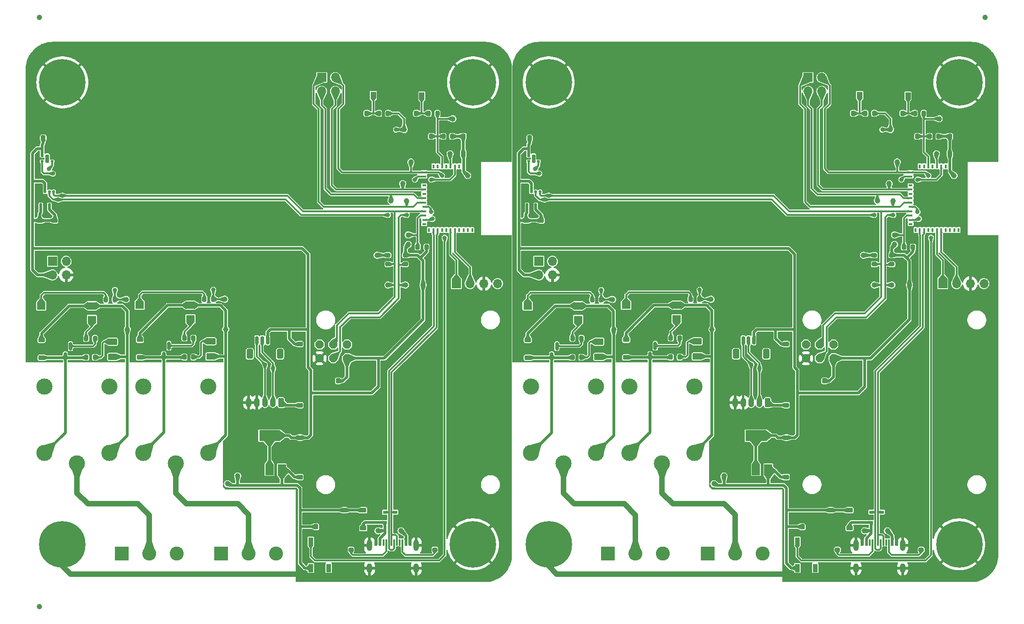
<source format=gbr>
%TF.GenerationSoftware,KiCad,Pcbnew,(7.0.0-0)*%
%TF.CreationDate,2023-04-22T21:20:02-04:00*%
%TF.ProjectId,KwartzLab-SensorBoard-Rev3 Panel,4b776172-747a-44c6-9162-2d53656e736f,3*%
%TF.SameCoordinates,Original*%
%TF.FileFunction,Copper,L1,Top*%
%TF.FilePolarity,Positive*%
%FSLAX46Y46*%
G04 Gerber Fmt 4.6, Leading zero omitted, Abs format (unit mm)*
G04 Created by KiCad (PCBNEW (7.0.0-0)) date 2023-04-22 21:20:02*
%MOMM*%
%LPD*%
G01*
G04 APERTURE LIST*
G04 Aperture macros list*
%AMRoundRect*
0 Rectangle with rounded corners*
0 $1 Rounding radius*
0 $2 $3 $4 $5 $6 $7 $8 $9 X,Y pos of 4 corners*
0 Add a 4 corners polygon primitive as box body*
4,1,4,$2,$3,$4,$5,$6,$7,$8,$9,$2,$3,0*
0 Add four circle primitives for the rounded corners*
1,1,$1+$1,$2,$3*
1,1,$1+$1,$4,$5*
1,1,$1+$1,$6,$7*
1,1,$1+$1,$8,$9*
0 Add four rect primitives between the rounded corners*
20,1,$1+$1,$2,$3,$4,$5,0*
20,1,$1+$1,$4,$5,$6,$7,0*
20,1,$1+$1,$6,$7,$8,$9,0*
20,1,$1+$1,$8,$9,$2,$3,0*%
%AMOutline5P*
0 Free polygon, 5 corners , with rotation*
0 The origin of the aperture is its center*
0 number of corners: always 5*
0 $1 to $10 corner X, Y*
0 $11 Rotation angle, in degrees counterclockwise*
0 create outline with 5 corners*
4,1,5,$1,$2,$3,$4,$5,$6,$7,$8,$9,$10,$1,$2,$11*%
%AMOutline6P*
0 Free polygon, 6 corners , with rotation*
0 The origin of the aperture is its center*
0 number of corners: always 6*
0 $1 to $12 corner X, Y*
0 $13 Rotation angle, in degrees counterclockwise*
0 create outline with 6 corners*
4,1,6,$1,$2,$3,$4,$5,$6,$7,$8,$9,$10,$11,$12,$1,$2,$13*%
%AMOutline7P*
0 Free polygon, 7 corners , with rotation*
0 The origin of the aperture is its center*
0 number of corners: always 7*
0 $1 to $14 corner X, Y*
0 $15 Rotation angle, in degrees counterclockwise*
0 create outline with 7 corners*
4,1,7,$1,$2,$3,$4,$5,$6,$7,$8,$9,$10,$11,$12,$13,$14,$1,$2,$15*%
%AMOutline8P*
0 Free polygon, 8 corners , with rotation*
0 The origin of the aperture is its center*
0 number of corners: always 8*
0 $1 to $16 corner X, Y*
0 $17 Rotation angle, in degrees counterclockwise*
0 create outline with 8 corners*
4,1,8,$1,$2,$3,$4,$5,$6,$7,$8,$9,$10,$11,$12,$13,$14,$15,$16,$1,$2,$17*%
%AMFreePoly0*
4,1,6,0.725000,-0.725000,-0.725000,-0.725000,-0.725000,0.125000,-0.125000,0.725000,0.725000,0.725000,0.725000,-0.725000,0.725000,-0.725000,$1*%
G04 Aperture macros list end*
%TA.AperFunction,ComponentPad*%
%ADD10R,1.700000X1.700000*%
%TD*%
%TA.AperFunction,ComponentPad*%
%ADD11O,1.700000X1.700000*%
%TD*%
%TA.AperFunction,SMDPad,CuDef*%
%ADD12RoundRect,0.225000X-0.375000X0.225000X-0.375000X-0.225000X0.375000X-0.225000X0.375000X0.225000X0*%
%TD*%
%TA.AperFunction,SMDPad,CuDef*%
%ADD13R,1.000000X1.250000*%
%TD*%
%TA.AperFunction,SMDPad,CuDef*%
%ADD14C,1.000000*%
%TD*%
%TA.AperFunction,SMDPad,CuDef*%
%ADD15RoundRect,0.225000X-0.225000X-0.250000X0.225000X-0.250000X0.225000X0.250000X-0.225000X0.250000X0*%
%TD*%
%TA.AperFunction,ComponentPad*%
%ADD16C,0.900000*%
%TD*%
%TA.AperFunction,ComponentPad*%
%ADD17C,8.600000*%
%TD*%
%TA.AperFunction,SMDPad,CuDef*%
%ADD18R,1.500000X2.000000*%
%TD*%
%TA.AperFunction,SMDPad,CuDef*%
%ADD19R,3.800000X2.000000*%
%TD*%
%TA.AperFunction,SMDPad,CuDef*%
%ADD20RoundRect,0.200000X0.200000X0.275000X-0.200000X0.275000X-0.200000X-0.275000X0.200000X-0.275000X0*%
%TD*%
%TA.AperFunction,SMDPad,CuDef*%
%ADD21RoundRect,0.150000X-0.150000X0.587500X-0.150000X-0.587500X0.150000X-0.587500X0.150000X0.587500X0*%
%TD*%
%TA.AperFunction,ComponentPad*%
%ADD22RoundRect,0.250000X0.265000X0.615000X-0.265000X0.615000X-0.265000X-0.615000X0.265000X-0.615000X0*%
%TD*%
%TA.AperFunction,ComponentPad*%
%ADD23O,1.030000X1.730000*%
%TD*%
%TA.AperFunction,SMDPad,CuDef*%
%ADD24RoundRect,0.200000X-0.200000X-0.275000X0.200000X-0.275000X0.200000X0.275000X-0.200000X0.275000X0*%
%TD*%
%TA.AperFunction,SMDPad,CuDef*%
%ADD25R,0.400000X0.800000*%
%TD*%
%TA.AperFunction,SMDPad,CuDef*%
%ADD26R,0.800000X0.400000*%
%TD*%
%TA.AperFunction,SMDPad,CuDef*%
%ADD27FreePoly0,270.000000*%
%TD*%
%TA.AperFunction,SMDPad,CuDef*%
%ADD28R,1.450000X1.450000*%
%TD*%
%TA.AperFunction,SMDPad,CuDef*%
%ADD29R,0.700000X0.700000*%
%TD*%
%TA.AperFunction,SMDPad,CuDef*%
%ADD30RoundRect,0.225000X-0.250000X0.225000X-0.250000X-0.225000X0.250000X-0.225000X0.250000X0.225000X0*%
%TD*%
%TA.AperFunction,SMDPad,CuDef*%
%ADD31RoundRect,0.250000X-0.625000X0.375000X-0.625000X-0.375000X0.625000X-0.375000X0.625000X0.375000X0*%
%TD*%
%TA.AperFunction,SMDPad,CuDef*%
%ADD32RoundRect,0.200000X-0.275000X0.200000X-0.275000X-0.200000X0.275000X-0.200000X0.275000X0.200000X0*%
%TD*%
%TA.AperFunction,ComponentPad*%
%ADD33C,3.000000*%
%TD*%
%TA.AperFunction,SMDPad,CuDef*%
%ADD34R,0.700000X1.000000*%
%TD*%
%TA.AperFunction,SMDPad,CuDef*%
%ADD35R,0.700000X0.600000*%
%TD*%
%TA.AperFunction,SMDPad,CuDef*%
%ADD36RoundRect,0.225000X0.225000X0.250000X-0.225000X0.250000X-0.225000X-0.250000X0.225000X-0.250000X0*%
%TD*%
%TA.AperFunction,SMDPad,CuDef*%
%ADD37R,1.600000X1.400000*%
%TD*%
%TA.AperFunction,ComponentPad*%
%ADD38R,2.600000X2.600000*%
%TD*%
%TA.AperFunction,ComponentPad*%
%ADD39C,2.600000*%
%TD*%
%TA.AperFunction,SMDPad,CuDef*%
%ADD40RoundRect,0.225000X0.250000X-0.225000X0.250000X0.225000X-0.250000X0.225000X-0.250000X-0.225000X0*%
%TD*%
%TA.AperFunction,SMDPad,CuDef*%
%ADD41R,0.900000X1.500000*%
%TD*%
%TA.AperFunction,SMDPad,CuDef*%
%ADD42RoundRect,0.087500X-0.187500X-0.087500X0.187500X-0.087500X0.187500X0.087500X-0.187500X0.087500X0*%
%TD*%
%TA.AperFunction,SMDPad,CuDef*%
%ADD43RoundRect,0.175000X-0.175000X-0.625000X0.175000X-0.625000X0.175000X0.625000X-0.175000X0.625000X0*%
%TD*%
%TA.AperFunction,SMDPad,CuDef*%
%ADD44RoundRect,0.150000X0.150000X0.625000X-0.150000X0.625000X-0.150000X-0.625000X0.150000X-0.625000X0*%
%TD*%
%TA.AperFunction,SMDPad,CuDef*%
%ADD45RoundRect,0.250000X0.350000X0.650000X-0.350000X0.650000X-0.350000X-0.650000X0.350000X-0.650000X0*%
%TD*%
%TA.AperFunction,ComponentPad*%
%ADD46Outline8P,-0.775000X0.321016X-0.321016X0.775000X0.321016X0.775000X0.775000X0.321016X0.775000X-0.321016X0.321016X-0.775000X-0.321016X-0.775000X-0.775000X-0.321016X180.000000*%
%TD*%
%TA.AperFunction,SMDPad,CuDef*%
%ADD47RoundRect,0.125000X-0.125000X-0.137500X0.125000X-0.137500X0.125000X0.137500X-0.125000X0.137500X0*%
%TD*%
%TA.AperFunction,SMDPad,CuDef*%
%ADD48R,0.600000X1.150000*%
%TD*%
%TA.AperFunction,SMDPad,CuDef*%
%ADD49R,0.300000X1.150000*%
%TD*%
%TA.AperFunction,ComponentPad*%
%ADD50O,1.000000X2.100000*%
%TD*%
%TA.AperFunction,ComponentPad*%
%ADD51O,1.000000X1.800000*%
%TD*%
%TA.AperFunction,ViaPad*%
%ADD52C,1.000000*%
%TD*%
%TA.AperFunction,ViaPad*%
%ADD53C,0.800000*%
%TD*%
%TA.AperFunction,Conductor*%
%ADD54C,0.500000*%
%TD*%
%TA.AperFunction,Conductor*%
%ADD55C,1.000000*%
%TD*%
%TA.AperFunction,Conductor*%
%ADD56C,0.300000*%
%TD*%
G04 APERTURE END LIST*
D10*
%TO.P,J8,1,Pin_1*%
%TO.N,Board_1-SDA*%
X144649993Y-67619999D03*
D11*
%TO.P,J8,2,Pin_2*%
%TO.N,Board_1-SCL*%
X147189993Y-67619999D03*
%TO.P,J8,3,Pin_3*%
%TO.N,Board_1-+3V3*%
X144649993Y-70159999D03*
%TO.P,J8,4,Pin_4*%
%TO.N,Board_1-GND*%
X147189993Y-70159999D03*
%TD*%
D12*
%TO.P,D7,1,K*%
%TO.N,Board_1-+5V*%
X160819994Y-82122500D03*
%TO.P,D7,2,A*%
%TO.N,Board_1-/Output Relays/RELAY2_EN*%
X160819994Y-85422500D03*
%TD*%
D13*
%TO.P,SW1,1,1*%
%TO.N,Board_1-GND*%
X203999993Y-29124999D03*
%TO.P,SW1,2,2*%
%TO.N,Board_1-Net-(C7-Pad2)*%
X203999993Y-36874999D03*
%TD*%
D14*
%TO.P,TP2,1,1*%
%TO.N,Board_1-RELAY1*%
X158289994Y-74680000D03*
%TD*%
D15*
%TO.P,C7,1*%
%TO.N,Board_1-GND*%
X201249994Y-40250000D03*
%TO.P,C7,2*%
%TO.N,Board_1-Net-(C7-Pad2)*%
X202799994Y-40250000D03*
%TD*%
D16*
%TO.P,H3,1,1*%
%TO.N,Board_0-GND*%
X129249994Y-34500000D03*
X130194575Y-32219581D03*
X130194575Y-36780419D03*
X132474994Y-31275000D03*
D17*
X132474994Y-34500000D03*
D16*
X132474994Y-37725000D03*
X134755413Y-32219581D03*
X134755413Y-36780419D03*
X135699994Y-34500000D03*
%TD*%
D18*
%TO.P,U2,1,GND*%
%TO.N,Board_1-GND*%
X182489993Y-106199999D03*
%TO.P,U2,2,VO*%
%TO.N,Board_1-+3V3*%
X184789993Y-106199999D03*
D19*
X184789993Y-99899999D03*
D18*
%TO.P,U2,3,VI*%
%TO.N,Board_1-+5V*%
X187089993Y-106199999D03*
%TD*%
D16*
%TO.P,H1,1,1*%
%TO.N,Board_0-GND*%
X53292806Y-120000000D03*
X54237387Y-117719581D03*
X54237387Y-122280419D03*
X56517806Y-116775000D03*
D17*
X56517806Y-120000000D03*
D16*
X56517806Y-123225000D03*
X58798225Y-117719581D03*
X58798225Y-122280419D03*
X59742806Y-120000000D03*
%TD*%
D20*
%TO.P,R13,1*%
%TO.N,Board_1-Net-(Q2-B)*%
X170719994Y-81830000D03*
%TO.P,R13,2*%
%TO.N,Board_1-Net-(OC2-Pad3)*%
X169069994Y-81830000D03*
%TD*%
D14*
%TO.P,TP8,1,1*%
%TO.N,Board_1-GPIO5*%
X210159994Y-56410000D03*
%TD*%
%TO.P,TP9,1,1*%
%TO.N,Board_1-SDA*%
X209949994Y-72000000D03*
%TD*%
D10*
%TO.P,J1,1,Pin_1*%
%TO.N,Board_1-/RX*%
X219369993Y-71749999D03*
D11*
%TO.P,J1,2,Pin_2*%
%TO.N,Board_1-/TX*%
X221909993Y-71749999D03*
%TO.P,J1,3,Pin_3*%
%TO.N,Board_1-GND*%
X224449993Y-71749999D03*
%TO.P,J1,4,Pin_4*%
%TO.N,Board_1-+3V3*%
X226989993Y-71749999D03*
%TD*%
D14*
%TO.P,TP1,1,1*%
%TO.N,Board_0-STATUS*%
X120992806Y-49250000D03*
%TD*%
D16*
%TO.P,H4,1,1*%
%TO.N,Board_1-GND*%
X143249994Y-34500000D03*
X144194575Y-32219581D03*
X144194575Y-36780419D03*
X146474994Y-31275000D03*
D17*
X146474994Y-34500000D03*
D16*
X146474994Y-37725000D03*
X148755413Y-32219581D03*
X148755413Y-36780419D03*
X149699994Y-34500000D03*
%TD*%
D21*
%TO.P,Q2,1,B*%
%TO.N,Board_0-Net-(Q2-B)*%
X76222806Y-83265000D03*
%TO.P,Q2,2,E*%
%TO.N,Board_0-GND*%
X74322806Y-83265000D03*
%TO.P,Q2,3,C*%
%TO.N,Board_0-/Output Relays/RELAY2_EN*%
X75272806Y-85140000D03*
%TD*%
D22*
%TO.P,J3,1,Pin_1*%
%TO.N,Board_0-+5V*%
X96992806Y-93750000D03*
D23*
%TO.P,J3,2,Pin_2*%
%TO.N,Board_0-SDA*%
X95492805Y-93749999D03*
%TO.P,J3,3,Pin_3*%
%TO.N,Board_0-SCL*%
X93992805Y-93749999D03*
%TO.P,J3,4,Pin_4*%
%TO.N,Board_0-GND*%
X92492805Y-93749999D03*
%TO.P,J3,5,Pin_5*%
X90992805Y-93749999D03*
%TD*%
D24*
%TO.P,R6,1*%
%TO.N,Board_1-Net-(C7-Pad2)*%
X205049994Y-40250000D03*
%TO.P,R6,2*%
%TO.N,Board_1-BOOT*%
X206699994Y-40250000D03*
%TD*%
D10*
%TO.P,J1,1,Pin_1*%
%TO.N,Board_0-/RX*%
X129412805Y-71749999D03*
D11*
%TO.P,J1,2,Pin_2*%
%TO.N,Board_0-/TX*%
X131952805Y-71749999D03*
%TO.P,J1,3,Pin_3*%
%TO.N,Board_0-GND*%
X134492805Y-71749999D03*
%TO.P,J1,4,Pin_4*%
%TO.N,Board_0-+3V3*%
X137032805Y-71749999D03*
%TD*%
D15*
%TO.P,C3,1*%
%TO.N,Board_1-+3V3*%
X220649994Y-44500000D03*
%TO.P,C3,2*%
%TO.N,Board_1-GND*%
X222199994Y-44500000D03*
%TD*%
%TO.P,C9,1*%
%TO.N,Board_1-+5V*%
X193399994Y-116750000D03*
%TO.P,C9,2*%
%TO.N,Board_1-GND*%
X194949994Y-116750000D03*
%TD*%
D14*
%TO.P,REF\u002A\u002A,*%
%TO.N,*%
X52242806Y-131500000D03*
%TD*%
D15*
%TO.P,C2,1*%
%TO.N,Board_0-+3V3*%
X130692806Y-47750000D03*
%TO.P,C2,2*%
%TO.N,Board_0-GND*%
X132242806Y-47750000D03*
%TD*%
D25*
%TO.P,U1,1,GND*%
%TO.N,Board_0-GND*%
X132342805Y-50049999D03*
%TO.P,U1,2,GND*%
X131542805Y-50049999D03*
%TO.P,U1,3,3V3*%
%TO.N,Board_0-+3V3*%
X130742805Y-50049999D03*
%TO.P,U1,4,NC*%
%TO.N,Board_0-unconnected-(U1-NC-Pad4)*%
X129942805Y-50049999D03*
%TO.P,U1,5,GPIO2/ADC1_CH2*%
%TO.N,Board_0-RELAY2*%
X129142805Y-50049999D03*
%TO.P,U1,6,GPIO3/ADC1_CH3*%
%TO.N,Board_0-GPIO3*%
X128342805Y-50049999D03*
%TO.P,U1,7,NC*%
%TO.N,Board_0-unconnected-(U1-NC-Pad7)*%
X127542805Y-50049999D03*
%TO.P,U1,8,EN/CHIP_PU*%
%TO.N,Board_0-RESET*%
X126742805Y-50049999D03*
%TO.P,U1,9,NC*%
%TO.N,Board_0-unconnected-(U1-NC-Pad9)*%
X125942805Y-50049999D03*
%TO.P,U1,10,NC*%
%TO.N,Board_0-unconnected-(U1-NC-Pad10)*%
X125142805Y-50049999D03*
%TO.P,U1,11,GND*%
%TO.N,Board_0-GND*%
X124342805Y-50049999D03*
D26*
%TO.P,U1,12,GPIO0/ADC1_CH0/XTAL_32K_P*%
%TO.N,Board_0-STATUS*%
X123442805Y-51149999D03*
%TO.P,U1,13,GPIO1/ADC1_CH1/XTAL_32K_N*%
%TO.N,Board_0-RELAY1*%
X123442805Y-51949999D03*
%TO.P,U1,14,GND*%
%TO.N,Board_0-GND*%
X123442805Y-52749999D03*
%TO.P,U1,15,NC*%
%TO.N,Board_0-unconnected-(U1-NC-Pad15)*%
X123442805Y-53549999D03*
%TO.P,U1,16,GPIO10*%
%TO.N,Board_0-GPIO10*%
X123442805Y-54349999D03*
%TO.P,U1,17,NC*%
%TO.N,Board_0-unconnected-(U1-NC-Pad17)*%
X123442805Y-55149999D03*
%TO.P,U1,18,GPIO4/ADC1_CH4*%
%TO.N,Board_0-GPIO4*%
X123442805Y-55949999D03*
%TO.P,U1,19,GPIO5/ADC2_CH0*%
%TO.N,Board_0-GPIO5*%
X123442805Y-56749999D03*
%TO.P,U1,20,GPIO6*%
%TO.N,Board_0-SDA*%
X123442805Y-57549999D03*
%TO.P,U1,21,GPIO7*%
%TO.N,Board_0-SCL*%
X123442805Y-58349999D03*
%TO.P,U1,22,GPIO8*%
%TO.N,Board_0-GPIO8*%
X123442805Y-59149999D03*
%TO.P,U1,23,GPIO9*%
%TO.N,Board_0-BOOT*%
X123442805Y-59949999D03*
%TO.P,U1,24,NC*%
%TO.N,Board_0-unconnected-(U1-NC-Pad24)*%
X123442805Y-60749999D03*
D25*
%TO.P,U1,25,NC*%
%TO.N,Board_0-unconnected-(U1-NC-Pad25)*%
X124342805Y-61849999D03*
%TO.P,U1,26,GPIO18/USB_D-*%
%TO.N,Board_0-/USB_DN*%
X125142805Y-61849999D03*
%TO.P,U1,27,GPIO19/USB_D+*%
%TO.N,Board_0-/USB_DP*%
X125942805Y-61849999D03*
%TO.P,U1,28,NC*%
%TO.N,Board_0-unconnected-(U1-NC-Pad28)*%
X126742805Y-61849999D03*
%TO.P,U1,29,NC*%
%TO.N,Board_0-unconnected-(U1-NC-Pad29)*%
X127542805Y-61849999D03*
%TO.P,U1,30,GPIO20/U0RXD*%
%TO.N,Board_0-/RX*%
X128342805Y-61849999D03*
%TO.P,U1,31,GPIO21/U0TXD*%
%TO.N,Board_0-/TX*%
X129142805Y-61849999D03*
%TO.P,U1,32,NC*%
%TO.N,Board_0-unconnected-(U1-NC-Pad32)*%
X129942805Y-61849999D03*
%TO.P,U1,33,NC*%
%TO.N,Board_0-unconnected-(U1-NC-Pad33)*%
X130742805Y-61849999D03*
%TO.P,U1,34,NC*%
%TO.N,Board_0-unconnected-(U1-NC-Pad34)*%
X131542805Y-61849999D03*
%TO.P,U1,35,NC*%
%TO.N,Board_0-unconnected-(U1-NC-Pad35)*%
X132342805Y-61849999D03*
D26*
%TO.P,U1,36,GND*%
%TO.N,Board_0-GND*%
X133242805Y-60749999D03*
%TO.P,U1,37,GND*%
X133242805Y-59949999D03*
%TO.P,U1,38,GND*%
X133242805Y-59149999D03*
%TO.P,U1,39,GND*%
X133242805Y-58349999D03*
%TO.P,U1,40,GND*%
X133242805Y-57549999D03*
%TO.P,U1,41,GND*%
X133242805Y-56749999D03*
%TO.P,U1,42,GND*%
X133242805Y-55949999D03*
%TO.P,U1,43,GND*%
X133242805Y-55149999D03*
%TO.P,U1,44,GND*%
X133242805Y-54349999D03*
%TO.P,U1,45,GND*%
X133242805Y-53549999D03*
%TO.P,U1,46,GND*%
X133242805Y-52749999D03*
%TO.P,U1,47,GND*%
X133242805Y-51949999D03*
%TO.P,U1,48,GND*%
X133242805Y-51149999D03*
D27*
%TO.P,U1,49,GND*%
X130317806Y-53975000D03*
D28*
X128342805Y-53974999D03*
X126367805Y-53974999D03*
X130317805Y-55949999D03*
X128342805Y-55949999D03*
X126367805Y-55949999D03*
X130317805Y-57924999D03*
X128342805Y-57924999D03*
X126367805Y-57924999D03*
D29*
%TO.P,U1,50,GND*%
X133292805Y-61899999D03*
%TO.P,U1,51,GND*%
X123392805Y-61899999D03*
%TO.P,U1,52,GND*%
X123392805Y-49999999D03*
%TO.P,U1,53,GND*%
X133292805Y-49999999D03*
%TD*%
D30*
%TO.P,C11,1*%
%TO.N,Board_1-+3V3*%
X145107752Y-60040000D03*
%TO.P,C11,2*%
%TO.N,Board_1-GND*%
X145107752Y-61590000D03*
%TD*%
D31*
%TO.P,D4,1,K*%
%TO.N,Board_1-/Output Relays/RELAY1_STATUS_LED*%
X155759994Y-82502500D03*
%TO.P,D4,2,A*%
%TO.N,Board_1-+5V*%
X155759994Y-85302500D03*
%TD*%
D32*
%TO.P,R4,1*%
%TO.N,Board_0-GND*%
X109922806Y-119350000D03*
%TO.P,R4,2*%
%TO.N,Board_0-/USB C Connector/USB_CC1*%
X109922806Y-121000000D03*
%TD*%
D14*
%TO.P,REF\u002A\u002A,*%
%TO.N,*%
X227157194Y-22500000D03*
%TD*%
D33*
%TO.P,K2,11*%
%TO.N,Board_0-/Output Relays/RELAY2_COM*%
X77492806Y-105050000D03*
%TO.P,K2,12*%
%TO.N,Board_0-/Output Relays/RELAY2_NC*%
X71492806Y-90850000D03*
%TO.P,K2,14*%
%TO.N,Board_0-/Output Relays/RELAY2_NO*%
X83492806Y-90850000D03*
%TO.P,K2,A1*%
%TO.N,Board_0-+5V*%
X83492806Y-103050000D03*
%TO.P,K2,A2*%
%TO.N,Board_0-/Output Relays/RELAY2_EN*%
X71492806Y-103050000D03*
%TD*%
D14*
%TO.P,TP4,1,1*%
%TO.N,Board_1-GND*%
X203449994Y-72000000D03*
%TD*%
D15*
%TO.P,C2,1*%
%TO.N,Board_1-+3V3*%
X220649994Y-47750000D03*
%TO.P,C2,2*%
%TO.N,Board_1-GND*%
X222199994Y-47750000D03*
%TD*%
D24*
%TO.P,R14,1*%
%TO.N,Board_1-GPIO8*%
X212199994Y-64990000D03*
%TO.P,R14,2*%
%TO.N,Board_1-+3V3*%
X213849994Y-64990000D03*
%TD*%
D16*
%TO.P,H2,1,1*%
%TO.N,Board_0-GND*%
X129237387Y-120000000D03*
X130181968Y-117719581D03*
X130181968Y-122280419D03*
X132462387Y-116775000D03*
D17*
X132462387Y-120000000D03*
D16*
X132462387Y-123225000D03*
X134742806Y-117719581D03*
X134742806Y-122280419D03*
X135687387Y-120000000D03*
%TD*%
D30*
%TO.P,C6,1*%
%TO.N,Board_1-+5V*%
X198629994Y-113700000D03*
%TO.P,C6,2*%
%TO.N,Board_1-GND*%
X198629994Y-115250000D03*
%TD*%
D34*
%TO.P,D1,1,VN*%
%TO.N,Board_1-GND*%
X208129993Y-115749999D03*
D35*
%TO.P,D1,2,L1*%
%TO.N,Board_1-/USB_DP*%
X208129993Y-114049999D03*
%TO.P,D1,3,L2*%
%TO.N,Board_1-/USB_DN*%
X206129993Y-114049999D03*
%TO.P,D1,4,L3*%
%TO.N,Board_1-VBUS*%
X206129993Y-115949999D03*
%TD*%
D14*
%TO.P,REF\u002A\u002A,*%
%TO.N,*%
X52242806Y-22500000D03*
%TD*%
%TO.P,TP10,1,1*%
%TO.N,Board_1-+5V*%
X178899994Y-107350000D03*
%TD*%
D16*
%TO.P,H4,1,1*%
%TO.N,Board_0-GND*%
X53292806Y-34500000D03*
X54237387Y-32219581D03*
X54237387Y-36780419D03*
X56517806Y-31275000D03*
D17*
X56517806Y-34500000D03*
D16*
X56517806Y-37725000D03*
X58798225Y-32219581D03*
X58798225Y-36780419D03*
X59742806Y-34500000D03*
%TD*%
D36*
%TO.P,C14,1*%
%TO.N,Board_1-+3V3*%
X197499994Y-89750000D03*
%TO.P,C14,2*%
%TO.N,Board_1-GND*%
X195949994Y-89750000D03*
%TD*%
D32*
%TO.P,R1,1*%
%TO.N,Board_0-+3V3*%
X119992806Y-66500000D03*
%TO.P,R1,2*%
%TO.N,Board_0-SDA*%
X119992806Y-68150000D03*
%TD*%
D15*
%TO.P,C10,1*%
%TO.N,Board_0-+3V3*%
X52992806Y-44791017D03*
%TO.P,C10,2*%
%TO.N,Board_0-GND*%
X54542806Y-44791017D03*
%TD*%
%TO.P,C1,1*%
%TO.N,Board_1-GND*%
X213149994Y-44500000D03*
%TO.P,C1,2*%
%TO.N,Board_1-RESET*%
X214699994Y-44500000D03*
%TD*%
D37*
%TO.P,OC2,1*%
%TO.N,Board_1-Net-(OC2-Pad1)*%
X160789993Y-75769999D03*
%TO.P,OC2,2*%
%TO.N,Board_1-GND*%
X160789993Y-78309999D03*
%TO.P,OC2,3*%
%TO.N,Board_1-Net-(OC2-Pad3)*%
X170149993Y-78309999D03*
%TO.P,OC2,4*%
%TO.N,Board_1-+5V*%
X170149993Y-75769999D03*
%TD*%
D38*
%TO.P,J6,1,Pin_1*%
%TO.N,Board_0-/Output Relays/RELAY2_NC*%
X85907805Y-121749999D03*
D39*
%TO.P,J6,2,Pin_2*%
%TO.N,Board_0-/Output Relays/RELAY2_COM*%
X90987806Y-121750000D03*
%TO.P,J6,3,Pin_3*%
%TO.N,Board_0-/Output Relays/RELAY2_NO*%
X96067806Y-121750000D03*
%TD*%
D14*
%TO.P,TP10,1,1*%
%TO.N,Board_0-+5V*%
X88942806Y-107350000D03*
%TD*%
D10*
%TO.P,J9,1,Pin_1*%
%TO.N,Board_1-GPIO5*%
X194449993Y-33609999D03*
D11*
%TO.P,J9,2,Pin_2*%
%TO.N,Board_1-STATUS*%
X196989993Y-33609999D03*
%TO.P,J9,3,Pin_3*%
%TO.N,Board_1-GPIO4*%
X194449993Y-36149999D03*
%TO.P,J9,4,Pin_4*%
%TO.N,Board_1-GPIO10*%
X196989993Y-36149999D03*
%TD*%
D40*
%TO.P,C15,1*%
%TO.N,Board_0-GND*%
X100492806Y-84500000D03*
%TO.P,C15,2*%
%TO.N,Board_0-+3V3*%
X100492806Y-82950000D03*
%TD*%
D41*
%TO.P,D3,1,VDD*%
%TO.N,Board_0-+5V*%
X102492805Y-124399999D03*
%TO.P,D3,2,DOUT*%
%TO.N,Board_0-/Status LED/D_OUT*%
X105792805Y-124399999D03*
%TO.P,D3,3,VSS*%
%TO.N,Board_0-GND*%
X105792805Y-119499999D03*
%TO.P,D3,4,DIN*%
%TO.N,Board_0-STATUS*%
X102492805Y-119499999D03*
%TD*%
D40*
%TO.P,C13,1*%
%TO.N,Board_0-+5V*%
X100492806Y-94250000D03*
%TO.P,C13,2*%
%TO.N,Board_0-GND*%
X100492806Y-92700000D03*
%TD*%
D32*
%TO.P,R5,1*%
%TO.N,Board_1-GND*%
X215379994Y-119350000D03*
%TO.P,R5,2*%
%TO.N,Board_1-/USB C Connector/USB_CC2*%
X215379994Y-121000000D03*
%TD*%
D14*
%TO.P,TP9,1,1*%
%TO.N,Board_0-SDA*%
X119992806Y-72000000D03*
%TD*%
D12*
%TO.P,D2,1,K*%
%TO.N,Board_1-+5V*%
X202129994Y-113700000D03*
%TO.P,D2,2,A*%
%TO.N,Board_1-VBUS*%
X202129994Y-117000000D03*
%TD*%
D42*
%TO.P,U3,1,VDD*%
%TO.N,Board_1-+3V3*%
X142749994Y-48103517D03*
%TO.P,U3,2,SCL*%
%TO.N,Board_1-SCL*%
X142749994Y-49103517D03*
%TO.P,U3,3,SDA*%
%TO.N,Board_1-SDA*%
X144599994Y-49103517D03*
%TO.P,U3,4,VSS*%
%TO.N,Board_1-GND*%
X144599994Y-48103517D03*
D43*
%TO.P,U3,5,NC*%
%TO.N,Board_1-unconnected-(U3-NC-Pad5)*%
X143674994Y-48603517D03*
%TD*%
D30*
%TO.P,C12,1*%
%TO.N,Board_0-+3V3*%
X52320564Y-60050000D03*
%TO.P,C12,2*%
%TO.N,Board_0-GND*%
X52320564Y-61600000D03*
%TD*%
D13*
%TO.P,SW2,1,1*%
%TO.N,Board_0-GND*%
X122992805Y-29249999D03*
%TO.P,SW2,2,2*%
%TO.N,Board_0-Net-(C8-Pad2)*%
X122992805Y-36999999D03*
%TD*%
D40*
%TO.P,C5,1*%
%TO.N,Board_0-+3V3*%
X100492806Y-100250000D03*
%TO.P,C5,2*%
%TO.N,Board_0-GND*%
X100492806Y-98700000D03*
%TD*%
D14*
%TO.P,TP4,1,1*%
%TO.N,Board_0-GND*%
X113492806Y-72000000D03*
%TD*%
D24*
%TO.P,R7,1*%
%TO.N,Board_0-Net-(C8-Pad2)*%
X124242806Y-40250000D03*
%TO.P,R7,2*%
%TO.N,Board_0-RESET*%
X125892806Y-40250000D03*
%TD*%
D31*
%TO.P,D5,1,K*%
%TO.N,Board_1-/Output Relays/RELAY2_STATUS_LED*%
X173949994Y-82442500D03*
%TO.P,D5,2,A*%
%TO.N,Board_1-+5V*%
X173949994Y-85242500D03*
%TD*%
D12*
%TO.P,D2,1,K*%
%TO.N,Board_0-+5V*%
X112172806Y-113700000D03*
%TO.P,D2,2,A*%
%TO.N,Board_0-VBUS*%
X112172806Y-117000000D03*
%TD*%
D20*
%TO.P,R10,1*%
%TO.N,Board_0-/Output Relays/RELAY1_STATUS_LED*%
X62572806Y-85390000D03*
%TO.P,R10,2*%
%TO.N,Board_0-/Output Relays/RELAY1_EN*%
X60922806Y-85390000D03*
%TD*%
D12*
%TO.P,D6,1,K*%
%TO.N,Board_1-+5V*%
X142629994Y-82182500D03*
%TO.P,D6,2,A*%
%TO.N,Board_1-/Output Relays/RELAY1_EN*%
X142629994Y-85482500D03*
%TD*%
D14*
%TO.P,TP3,1,1*%
%TO.N,Board_0-RELAY2*%
X86552806Y-74650000D03*
%TD*%
D15*
%TO.P,C1,1*%
%TO.N,Board_0-GND*%
X123192806Y-44500000D03*
%TO.P,C1,2*%
%TO.N,Board_0-RESET*%
X124742806Y-44500000D03*
%TD*%
D32*
%TO.P,R5,1*%
%TO.N,Board_0-GND*%
X125422806Y-119350000D03*
%TO.P,R5,2*%
%TO.N,Board_0-/USB C Connector/USB_CC2*%
X125422806Y-121000000D03*
%TD*%
%TO.P,R4,1*%
%TO.N,Board_1-GND*%
X199879994Y-119350000D03*
%TO.P,R4,2*%
%TO.N,Board_1-/USB C Connector/USB_CC1*%
X199879994Y-121000000D03*
%TD*%
D40*
%TO.P,C5,1*%
%TO.N,Board_1-+3V3*%
X190449994Y-100250000D03*
%TO.P,C5,2*%
%TO.N,Board_1-GND*%
X190449994Y-98700000D03*
%TD*%
D44*
%TO.P,J7,1,Pin_1*%
%TO.N,Board_0-GND*%
X95492806Y-82225000D03*
%TO.P,J7,2,Pin_2*%
%TO.N,Board_0-+3V3*%
X94492806Y-82225000D03*
%TO.P,J7,3,Pin_3*%
%TO.N,Board_0-SDA*%
X93492806Y-82225000D03*
%TO.P,J7,4,Pin_4*%
%TO.N,Board_0-SCL*%
X92492806Y-82225000D03*
D45*
%TO.P,J7,MP*%
%TO.N,N/C*%
X96792806Y-84750000D03*
X91192806Y-84750000D03*
%TD*%
D22*
%TO.P,J3,1,Pin_1*%
%TO.N,Board_1-+5V*%
X186949994Y-93750000D03*
D23*
%TO.P,J3,2,Pin_2*%
%TO.N,Board_1-SDA*%
X185449993Y-93749999D03*
%TO.P,J3,3,Pin_3*%
%TO.N,Board_1-SCL*%
X183949993Y-93749999D03*
%TO.P,J3,4,Pin_4*%
%TO.N,Board_1-GND*%
X182449993Y-93749999D03*
%TO.P,J3,5,Pin_5*%
X180949993Y-93749999D03*
%TD*%
D15*
%TO.P,C8,1*%
%TO.N,Board_0-GND*%
X120442806Y-40250000D03*
%TO.P,C8,2*%
%TO.N,Board_0-Net-(C8-Pad2)*%
X121992806Y-40250000D03*
%TD*%
D24*
%TO.P,R14,1*%
%TO.N,Board_0-GPIO8*%
X122242806Y-64990000D03*
%TO.P,R14,2*%
%TO.N,Board_0-+3V3*%
X123892806Y-64990000D03*
%TD*%
D12*
%TO.P,D6,1,K*%
%TO.N,Board_0-+5V*%
X52672806Y-82182500D03*
%TO.P,D6,2,A*%
%TO.N,Board_0-/Output Relays/RELAY1_EN*%
X52672806Y-85482500D03*
%TD*%
D14*
%TO.P,TP15,1,1*%
%TO.N,Board_1-RESET*%
X218699994Y-41250000D03*
%TD*%
D20*
%TO.P,R11,1*%
%TO.N,Board_1-Net-(Q1-B)*%
X152529994Y-81890000D03*
%TO.P,R11,2*%
%TO.N,Board_1-Net-(OC1-Pad3)*%
X150879994Y-81890000D03*
%TD*%
D38*
%TO.P,J6,1,Pin_1*%
%TO.N,Board_1-/Output Relays/RELAY2_NC*%
X175864993Y-121749999D03*
D39*
%TO.P,J6,2,Pin_2*%
%TO.N,Board_1-/Output Relays/RELAY2_COM*%
X180944994Y-121750000D03*
%TO.P,J6,3,Pin_3*%
%TO.N,Board_1-/Output Relays/RELAY2_NO*%
X186024994Y-121750000D03*
%TD*%
D14*
%TO.P,TP13,1,1*%
%TO.N,Board_0-BOOT*%
X119742806Y-43250000D03*
%TD*%
D37*
%TO.P,OC1,1*%
%TO.N,Board_0-Net-(OC1-Pad1)*%
X52627805Y-75864999D03*
%TO.P,OC1,2*%
%TO.N,Board_0-GND*%
X52627805Y-78404999D03*
%TO.P,OC1,3*%
%TO.N,Board_0-Net-(OC1-Pad3)*%
X61987805Y-78404999D03*
%TO.P,OC1,4*%
%TO.N,Board_0-+5V*%
X61987805Y-75864999D03*
%TD*%
D14*
%TO.P,TP6,1,1*%
%TO.N,Board_0-GPIO3*%
X128242806Y-47750000D03*
%TD*%
D38*
%TO.P,J5,1,Pin_1*%
%TO.N,Board_0-/Output Relays/RELAY1_NC*%
X67492805Y-121749999D03*
D39*
%TO.P,J5,2,Pin_2*%
%TO.N,Board_0-/Output Relays/RELAY1_COM*%
X72572806Y-121750000D03*
%TO.P,J5,3,Pin_3*%
%TO.N,Board_0-/Output Relays/RELAY1_NO*%
X77652806Y-121750000D03*
%TD*%
D36*
%TO.P,C14,1*%
%TO.N,Board_0-+3V3*%
X107542806Y-89750000D03*
%TO.P,C14,2*%
%TO.N,Board_0-GND*%
X105992806Y-89750000D03*
%TD*%
D14*
%TO.P,TP14,1,1*%
%TO.N,Board_1-GPIO10*%
X209449994Y-53250000D03*
%TD*%
D37*
%TO.P,OC2,1*%
%TO.N,Board_0-Net-(OC2-Pad1)*%
X70832805Y-75769999D03*
%TO.P,OC2,2*%
%TO.N,Board_0-GND*%
X70832805Y-78309999D03*
%TO.P,OC2,3*%
%TO.N,Board_0-Net-(OC2-Pad3)*%
X80192805Y-78309999D03*
%TO.P,OC2,4*%
%TO.N,Board_0-+5V*%
X80192805Y-75769999D03*
%TD*%
D46*
%TO.P,J4,1,Pin_1*%
%TO.N,Board_0-unconnected-(J4-Pin_1-Pad1)*%
X109175733Y-83034143D03*
%TO.P,J4,2,Pin_2*%
%TO.N,Board_0-+3V3*%
X109175733Y-85574143D03*
%TO.P,J4,3,Pin_3*%
%TO.N,Board_0-SCL*%
X106635733Y-83034143D03*
%TO.P,J4,4,Pin_4*%
%TO.N,Board_0-SDA*%
X106635733Y-85574143D03*
%TO.P,J4,5,Pin_5*%
%TO.N,Board_0-unconnected-(J4-Pin_5-Pad5)*%
X104095733Y-83034143D03*
%TO.P,J4,6,Pin_6*%
%TO.N,Board_0-GND*%
X104095733Y-85574143D03*
%TD*%
D47*
%TO.P,U4,1,GND*%
%TO.N,Board_1-GND*%
X142482475Y-54771868D03*
%TO.P,U4,2,CSB*%
%TO.N,Board_1-+3V3*%
X143282475Y-54771868D03*
%TO.P,U4,3,SDI*%
%TO.N,Board_1-SDA*%
X144082475Y-54771868D03*
%TO.P,U4,4,SCK*%
%TO.N,Board_1-SCL*%
X144882475Y-54771868D03*
%TO.P,U4,5,SDO*%
%TO.N,Board_1-GND*%
X144882475Y-57146868D03*
%TO.P,U4,6,VDDIO*%
%TO.N,Board_1-+3V3*%
X144082475Y-57146868D03*
%TO.P,U4,7,GND*%
%TO.N,Board_1-GND*%
X143282475Y-57146868D03*
%TO.P,U4,8,VDD*%
%TO.N,Board_1-+3V3*%
X142482475Y-57146868D03*
%TD*%
D21*
%TO.P,Q2,1,B*%
%TO.N,Board_1-Net-(Q2-B)*%
X166179994Y-83265000D03*
%TO.P,Q2,2,E*%
%TO.N,Board_1-GND*%
X164279994Y-83265000D03*
%TO.P,Q2,3,C*%
%TO.N,Board_1-/Output Relays/RELAY2_EN*%
X165229994Y-85140000D03*
%TD*%
D20*
%TO.P,R13,1*%
%TO.N,Board_0-Net-(Q2-B)*%
X80762806Y-81830000D03*
%TO.P,R13,2*%
%TO.N,Board_0-Net-(OC2-Pad3)*%
X79112806Y-81830000D03*
%TD*%
%TO.P,R12,1*%
%TO.N,Board_0-/Output Relays/RELAY2_STATUS_LED*%
X80762806Y-85330000D03*
%TO.P,R12,2*%
%TO.N,Board_0-/Output Relays/RELAY2_EN*%
X79112806Y-85330000D03*
%TD*%
D32*
%TO.P,R1,1*%
%TO.N,Board_1-+3V3*%
X209949994Y-66500000D03*
%TO.P,R1,2*%
%TO.N,Board_1-SDA*%
X209949994Y-68150000D03*
%TD*%
D14*
%TO.P,TP1,1,1*%
%TO.N,Board_1-STATUS*%
X210949994Y-49250000D03*
%TD*%
D40*
%TO.P,C13,1*%
%TO.N,Board_1-+5V*%
X190449994Y-94250000D03*
%TO.P,C13,2*%
%TO.N,Board_1-GND*%
X190449994Y-92700000D03*
%TD*%
D14*
%TO.P,TP5,1,1*%
%TO.N,Board_1-+3V3*%
X213199994Y-72000000D03*
%TD*%
D25*
%TO.P,U1,1,GND*%
%TO.N,Board_1-GND*%
X222299993Y-50049999D03*
%TO.P,U1,2,GND*%
X221499993Y-50049999D03*
%TO.P,U1,3,3V3*%
%TO.N,Board_1-+3V3*%
X220699993Y-50049999D03*
%TO.P,U1,4,NC*%
%TO.N,Board_1-unconnected-(U1-NC-Pad4)*%
X219899993Y-50049999D03*
%TO.P,U1,5,GPIO2/ADC1_CH2*%
%TO.N,Board_1-RELAY2*%
X219099993Y-50049999D03*
%TO.P,U1,6,GPIO3/ADC1_CH3*%
%TO.N,Board_1-GPIO3*%
X218299993Y-50049999D03*
%TO.P,U1,7,NC*%
%TO.N,Board_1-unconnected-(U1-NC-Pad7)*%
X217499993Y-50049999D03*
%TO.P,U1,8,EN/CHIP_PU*%
%TO.N,Board_1-RESET*%
X216699993Y-50049999D03*
%TO.P,U1,9,NC*%
%TO.N,Board_1-unconnected-(U1-NC-Pad9)*%
X215899993Y-50049999D03*
%TO.P,U1,10,NC*%
%TO.N,Board_1-unconnected-(U1-NC-Pad10)*%
X215099993Y-50049999D03*
%TO.P,U1,11,GND*%
%TO.N,Board_1-GND*%
X214299993Y-50049999D03*
D26*
%TO.P,U1,12,GPIO0/ADC1_CH0/XTAL_32K_P*%
%TO.N,Board_1-STATUS*%
X213399993Y-51149999D03*
%TO.P,U1,13,GPIO1/ADC1_CH1/XTAL_32K_N*%
%TO.N,Board_1-RELAY1*%
X213399993Y-51949999D03*
%TO.P,U1,14,GND*%
%TO.N,Board_1-GND*%
X213399993Y-52749999D03*
%TO.P,U1,15,NC*%
%TO.N,Board_1-unconnected-(U1-NC-Pad15)*%
X213399993Y-53549999D03*
%TO.P,U1,16,GPIO10*%
%TO.N,Board_1-GPIO10*%
X213399993Y-54349999D03*
%TO.P,U1,17,NC*%
%TO.N,Board_1-unconnected-(U1-NC-Pad17)*%
X213399993Y-55149999D03*
%TO.P,U1,18,GPIO4/ADC1_CH4*%
%TO.N,Board_1-GPIO4*%
X213399993Y-55949999D03*
%TO.P,U1,19,GPIO5/ADC2_CH0*%
%TO.N,Board_1-GPIO5*%
X213399993Y-56749999D03*
%TO.P,U1,20,GPIO6*%
%TO.N,Board_1-SDA*%
X213399993Y-57549999D03*
%TO.P,U1,21,GPIO7*%
%TO.N,Board_1-SCL*%
X213399993Y-58349999D03*
%TO.P,U1,22,GPIO8*%
%TO.N,Board_1-GPIO8*%
X213399993Y-59149999D03*
%TO.P,U1,23,GPIO9*%
%TO.N,Board_1-BOOT*%
X213399993Y-59949999D03*
%TO.P,U1,24,NC*%
%TO.N,Board_1-unconnected-(U1-NC-Pad24)*%
X213399993Y-60749999D03*
D25*
%TO.P,U1,25,NC*%
%TO.N,Board_1-unconnected-(U1-NC-Pad25)*%
X214299993Y-61849999D03*
%TO.P,U1,26,GPIO18/USB_D-*%
%TO.N,Board_1-/USB_DN*%
X215099993Y-61849999D03*
%TO.P,U1,27,GPIO19/USB_D+*%
%TO.N,Board_1-/USB_DP*%
X215899993Y-61849999D03*
%TO.P,U1,28,NC*%
%TO.N,Board_1-unconnected-(U1-NC-Pad28)*%
X216699993Y-61849999D03*
%TO.P,U1,29,NC*%
%TO.N,Board_1-unconnected-(U1-NC-Pad29)*%
X217499993Y-61849999D03*
%TO.P,U1,30,GPIO20/U0RXD*%
%TO.N,Board_1-/RX*%
X218299993Y-61849999D03*
%TO.P,U1,31,GPIO21/U0TXD*%
%TO.N,Board_1-/TX*%
X219099993Y-61849999D03*
%TO.P,U1,32,NC*%
%TO.N,Board_1-unconnected-(U1-NC-Pad32)*%
X219899993Y-61849999D03*
%TO.P,U1,33,NC*%
%TO.N,Board_1-unconnected-(U1-NC-Pad33)*%
X220699993Y-61849999D03*
%TO.P,U1,34,NC*%
%TO.N,Board_1-unconnected-(U1-NC-Pad34)*%
X221499993Y-61849999D03*
%TO.P,U1,35,NC*%
%TO.N,Board_1-unconnected-(U1-NC-Pad35)*%
X222299993Y-61849999D03*
D26*
%TO.P,U1,36,GND*%
%TO.N,Board_1-GND*%
X223199993Y-60749999D03*
%TO.P,U1,37,GND*%
X223199993Y-59949999D03*
%TO.P,U1,38,GND*%
X223199993Y-59149999D03*
%TO.P,U1,39,GND*%
X223199993Y-58349999D03*
%TO.P,U1,40,GND*%
X223199993Y-57549999D03*
%TO.P,U1,41,GND*%
X223199993Y-56749999D03*
%TO.P,U1,42,GND*%
X223199993Y-55949999D03*
%TO.P,U1,43,GND*%
X223199993Y-55149999D03*
%TO.P,U1,44,GND*%
X223199993Y-54349999D03*
%TO.P,U1,45,GND*%
X223199993Y-53549999D03*
%TO.P,U1,46,GND*%
X223199993Y-52749999D03*
%TO.P,U1,47,GND*%
X223199993Y-51949999D03*
%TO.P,U1,48,GND*%
X223199993Y-51149999D03*
D27*
%TO.P,U1,49,GND*%
X220274994Y-53975000D03*
D28*
X218299993Y-53974999D03*
X216324993Y-53974999D03*
X220274993Y-55949999D03*
X218299993Y-55949999D03*
X216324993Y-55949999D03*
X220274993Y-57924999D03*
X218299993Y-57924999D03*
X216324993Y-57924999D03*
D29*
%TO.P,U1,50,GND*%
X223249993Y-61899999D03*
%TO.P,U1,51,GND*%
X213349993Y-61899999D03*
%TO.P,U1,52,GND*%
X213349993Y-49999999D03*
%TO.P,U1,53,GND*%
X223249993Y-49999999D03*
%TD*%
D12*
%TO.P,D7,1,K*%
%TO.N,Board_0-+5V*%
X70862806Y-82122500D03*
%TO.P,D7,2,A*%
%TO.N,Board_0-/Output Relays/RELAY2_EN*%
X70862806Y-85422500D03*
%TD*%
D20*
%TO.P,R9,1*%
%TO.N,Board_1-RELAY2*%
X174389994Y-74650000D03*
%TO.P,R9,2*%
%TO.N,Board_1-Net-(OC2-Pad1)*%
X172739994Y-74650000D03*
%TD*%
D37*
%TO.P,OC1,1*%
%TO.N,Board_1-Net-(OC1-Pad1)*%
X142584993Y-75864999D03*
%TO.P,OC1,2*%
%TO.N,Board_1-GND*%
X142584993Y-78404999D03*
%TO.P,OC1,3*%
%TO.N,Board_1-Net-(OC1-Pad3)*%
X151944993Y-78404999D03*
%TO.P,OC1,4*%
%TO.N,Board_1-+5V*%
X151944993Y-75864999D03*
%TD*%
D41*
%TO.P,D3,1,VDD*%
%TO.N,Board_1-+5V*%
X192449993Y-124399999D03*
%TO.P,D3,2,DOUT*%
%TO.N,Board_1-/Status LED/D_OUT*%
X195749993Y-124399999D03*
%TO.P,D3,3,VSS*%
%TO.N,Board_1-GND*%
X195749993Y-119499999D03*
%TO.P,D3,4,DIN*%
%TO.N,Board_1-STATUS*%
X192449993Y-119499999D03*
%TD*%
D14*
%TO.P,TP12,1,1*%
%TO.N,Board_1-GPIO8*%
X210449994Y-62750000D03*
%TD*%
D32*
%TO.P,R2,1*%
%TO.N,Board_1-+3V3*%
X206699994Y-66500000D03*
%TO.P,R2,2*%
%TO.N,Board_1-SCL*%
X206699994Y-68150000D03*
%TD*%
D40*
%TO.P,C15,1*%
%TO.N,Board_1-GND*%
X190449994Y-84500000D03*
%TO.P,C15,2*%
%TO.N,Board_1-+3V3*%
X190449994Y-82950000D03*
%TD*%
D10*
%TO.P,J8,1,Pin_1*%
%TO.N,Board_0-SDA*%
X54692805Y-67619999D03*
D11*
%TO.P,J8,2,Pin_2*%
%TO.N,Board_0-SCL*%
X57232805Y-67619999D03*
%TO.P,J8,3,Pin_3*%
%TO.N,Board_0-+3V3*%
X54692805Y-70159999D03*
%TO.P,J8,4,Pin_4*%
%TO.N,Board_0-GND*%
X57232805Y-70159999D03*
%TD*%
D14*
%TO.P,TP11,1,1*%
%TO.N,Board_0-SCL*%
X116742806Y-72000000D03*
%TD*%
D46*
%TO.P,J4,1,Pin_1*%
%TO.N,Board_1-unconnected-(J4-Pin_1-Pad1)*%
X199132921Y-83034143D03*
%TO.P,J4,2,Pin_2*%
%TO.N,Board_1-+3V3*%
X199132921Y-85574143D03*
%TO.P,J4,3,Pin_3*%
%TO.N,Board_1-SCL*%
X196592921Y-83034143D03*
%TO.P,J4,4,Pin_4*%
%TO.N,Board_1-SDA*%
X196592921Y-85574143D03*
%TO.P,J4,5,Pin_5*%
%TO.N,Board_1-unconnected-(J4-Pin_5-Pad5)*%
X194052921Y-83034143D03*
%TO.P,J4,6,Pin_6*%
%TO.N,Board_1-GND*%
X194052921Y-85574143D03*
%TD*%
D16*
%TO.P,H3,1,1*%
%TO.N,Board_1-GND*%
X219207182Y-34500000D03*
X220151763Y-32219581D03*
X220151763Y-36780419D03*
X222432182Y-31275000D03*
D17*
X222432182Y-34500000D03*
D16*
X222432182Y-37725000D03*
X224712601Y-32219581D03*
X224712601Y-36780419D03*
X225657182Y-34500000D03*
%TD*%
D20*
%TO.P,R12,1*%
%TO.N,Board_1-/Output Relays/RELAY2_STATUS_LED*%
X170719994Y-85330000D03*
%TO.P,R12,2*%
%TO.N,Board_1-/Output Relays/RELAY2_EN*%
X169069994Y-85330000D03*
%TD*%
D14*
%TO.P,TP14,1,1*%
%TO.N,Board_0-GPIO10*%
X119492806Y-53250000D03*
%TD*%
D15*
%TO.P,C3,1*%
%TO.N,Board_0-+3V3*%
X130692806Y-44500000D03*
%TO.P,C3,2*%
%TO.N,Board_0-GND*%
X132242806Y-44500000D03*
%TD*%
D40*
%TO.P,C4,1*%
%TO.N,Board_1-+5V*%
X190449994Y-107550000D03*
%TO.P,C4,2*%
%TO.N,Board_1-GND*%
X190449994Y-106000000D03*
%TD*%
D47*
%TO.P,U4,1,GND*%
%TO.N,Board_0-GND*%
X52525287Y-54771868D03*
%TO.P,U4,2,CSB*%
%TO.N,Board_0-+3V3*%
X53325287Y-54771868D03*
%TO.P,U4,3,SDI*%
%TO.N,Board_0-SDA*%
X54125287Y-54771868D03*
%TO.P,U4,4,SCK*%
%TO.N,Board_0-SCL*%
X54925287Y-54771868D03*
%TO.P,U4,5,SDO*%
%TO.N,Board_0-GND*%
X54925287Y-57146868D03*
%TO.P,U4,6,VDDIO*%
%TO.N,Board_0-+3V3*%
X54125287Y-57146868D03*
%TO.P,U4,7,GND*%
%TO.N,Board_0-GND*%
X53325287Y-57146868D03*
%TO.P,U4,8,VDD*%
%TO.N,Board_0-+3V3*%
X52525287Y-57146868D03*
%TD*%
D20*
%TO.P,R8,1*%
%TO.N,Board_1-RELAY1*%
X156199994Y-74710000D03*
%TO.P,R8,2*%
%TO.N,Board_1-Net-(OC1-Pad1)*%
X154549994Y-74710000D03*
%TD*%
D14*
%TO.P,TP8,1,1*%
%TO.N,Board_0-GPIO5*%
X120202806Y-56410000D03*
%TD*%
D31*
%TO.P,D4,1,K*%
%TO.N,Board_0-/Output Relays/RELAY1_STATUS_LED*%
X65802806Y-82502500D03*
%TO.P,D4,2,A*%
%TO.N,Board_0-+5V*%
X65802806Y-85302500D03*
%TD*%
D14*
%TO.P,TP5,1,1*%
%TO.N,Board_0-+3V3*%
X123242806Y-72000000D03*
%TD*%
%TO.P,TP12,1,1*%
%TO.N,Board_0-GPIO8*%
X120492806Y-62750000D03*
%TD*%
D30*
%TO.P,C6,1*%
%TO.N,Board_0-+5V*%
X108672806Y-113700000D03*
%TO.P,C6,2*%
%TO.N,Board_0-GND*%
X108672806Y-115250000D03*
%TD*%
D38*
%TO.P,J5,1,Pin_1*%
%TO.N,Board_1-/Output Relays/RELAY1_NC*%
X157449993Y-121749999D03*
D39*
%TO.P,J5,2,Pin_2*%
%TO.N,Board_1-/Output Relays/RELAY1_COM*%
X162529994Y-121750000D03*
%TO.P,J5,3,Pin_3*%
%TO.N,Board_1-/Output Relays/RELAY1_NO*%
X167609994Y-121750000D03*
%TD*%
D48*
%TO.P,J2,A1,GND*%
%TO.N,Board_1-GND*%
X204429993Y-119644999D03*
%TO.P,J2,A4,VBUS*%
%TO.N,Board_1-VBUS*%
X205229993Y-119644999D03*
D49*
%TO.P,J2,A5,CC1*%
%TO.N,Board_1-/USB C Connector/USB_CC1*%
X206379993Y-119644999D03*
%TO.P,J2,A6,D+*%
%TO.N,Board_1-/USB_DP*%
X207379993Y-119644999D03*
%TO.P,J2,A7,D-*%
%TO.N,Board_1-/USB_DN*%
X207879993Y-119644999D03*
%TO.P,J2,A8,SBU1*%
%TO.N,Board_1-unconnected-(J2-SBU1-PadA8)*%
X208879993Y-119644999D03*
D48*
%TO.P,J2,A9,VBUS*%
%TO.N,Board_1-VBUS*%
X210029993Y-119644999D03*
%TO.P,J2,A12,GND*%
%TO.N,Board_1-GND*%
X210829993Y-119644999D03*
%TO.P,J2,B1,GND*%
X210829993Y-119644999D03*
%TO.P,J2,B4,VBUS*%
%TO.N,Board_1-VBUS*%
X210029993Y-119644999D03*
D49*
%TO.P,J2,B5,CC2*%
%TO.N,Board_1-/USB C Connector/USB_CC2*%
X209379993Y-119644999D03*
%TO.P,J2,B6,D+*%
%TO.N,Board_1-/USB_DP*%
X208379993Y-119644999D03*
%TO.P,J2,B7,D-*%
%TO.N,Board_1-/USB_DN*%
X206879993Y-119644999D03*
%TO.P,J2,B8,SBU2*%
%TO.N,Board_1-unconnected-(J2-SBU2-PadB8)*%
X205879993Y-119644999D03*
D48*
%TO.P,J2,B9,VBUS*%
%TO.N,Board_1-VBUS*%
X205229993Y-119644999D03*
%TO.P,J2,B12,GND*%
%TO.N,Board_1-GND*%
X204429993Y-119644999D03*
D50*
%TO.P,J2,S1,SHIELD*%
X203309993Y-120219999D03*
D51*
X203309993Y-124399999D03*
D50*
X211949993Y-120219999D03*
D51*
X211949993Y-124399999D03*
%TD*%
D48*
%TO.P,J2,A1,GND*%
%TO.N,Board_0-GND*%
X114472805Y-119644999D03*
%TO.P,J2,A4,VBUS*%
%TO.N,Board_0-VBUS*%
X115272805Y-119644999D03*
D49*
%TO.P,J2,A5,CC1*%
%TO.N,Board_0-/USB C Connector/USB_CC1*%
X116422805Y-119644999D03*
%TO.P,J2,A6,D+*%
%TO.N,Board_0-/USB_DP*%
X117422805Y-119644999D03*
%TO.P,J2,A7,D-*%
%TO.N,Board_0-/USB_DN*%
X117922805Y-119644999D03*
%TO.P,J2,A8,SBU1*%
%TO.N,Board_0-unconnected-(J2-SBU1-PadA8)*%
X118922805Y-119644999D03*
D48*
%TO.P,J2,A9,VBUS*%
%TO.N,Board_0-VBUS*%
X120072805Y-119644999D03*
%TO.P,J2,A12,GND*%
%TO.N,Board_0-GND*%
X120872805Y-119644999D03*
%TO.P,J2,B1,GND*%
X120872805Y-119644999D03*
%TO.P,J2,B4,VBUS*%
%TO.N,Board_0-VBUS*%
X120072805Y-119644999D03*
D49*
%TO.P,J2,B5,CC2*%
%TO.N,Board_0-/USB C Connector/USB_CC2*%
X119422805Y-119644999D03*
%TO.P,J2,B6,D+*%
%TO.N,Board_0-/USB_DP*%
X118422805Y-119644999D03*
%TO.P,J2,B7,D-*%
%TO.N,Board_0-/USB_DN*%
X116922805Y-119644999D03*
%TO.P,J2,B8,SBU2*%
%TO.N,Board_0-unconnected-(J2-SBU2-PadB8)*%
X115922805Y-119644999D03*
D48*
%TO.P,J2,B9,VBUS*%
%TO.N,Board_0-VBUS*%
X115272805Y-119644999D03*
%TO.P,J2,B12,GND*%
%TO.N,Board_0-GND*%
X114472805Y-119644999D03*
D50*
%TO.P,J2,S1,SHIELD*%
X113352805Y-120219999D03*
D51*
X113352805Y-124399999D03*
D50*
X121992805Y-120219999D03*
D51*
X121992805Y-124399999D03*
%TD*%
D14*
%TO.P,TP13,1,1*%
%TO.N,Board_1-BOOT*%
X209699994Y-43250000D03*
%TD*%
D10*
%TO.P,J9,1,Pin_1*%
%TO.N,Board_0-GPIO5*%
X104492805Y-33609999D03*
D11*
%TO.P,J9,2,Pin_2*%
%TO.N,Board_0-STATUS*%
X107032805Y-33609999D03*
%TO.P,J9,3,Pin_3*%
%TO.N,Board_0-GPIO4*%
X104492805Y-36149999D03*
%TO.P,J9,4,Pin_4*%
%TO.N,Board_0-GPIO10*%
X107032805Y-36149999D03*
%TD*%
D32*
%TO.P,R2,1*%
%TO.N,Board_0-+3V3*%
X116742806Y-66500000D03*
%TO.P,R2,2*%
%TO.N,Board_0-SCL*%
X116742806Y-68150000D03*
%TD*%
D20*
%TO.P,R11,1*%
%TO.N,Board_0-Net-(Q1-B)*%
X62572806Y-81890000D03*
%TO.P,R11,2*%
%TO.N,Board_0-Net-(OC1-Pad3)*%
X60922806Y-81890000D03*
%TD*%
D42*
%TO.P,U3,1,VDD*%
%TO.N,Board_0-+3V3*%
X52792806Y-48103517D03*
%TO.P,U3,2,SCL*%
%TO.N,Board_0-SCL*%
X52792806Y-49103517D03*
%TO.P,U3,3,SDA*%
%TO.N,Board_0-SDA*%
X54642806Y-49103517D03*
%TO.P,U3,4,VSS*%
%TO.N,Board_0-GND*%
X54642806Y-48103517D03*
D43*
%TO.P,U3,5,NC*%
%TO.N,Board_0-unconnected-(U3-NC-Pad5)*%
X53717806Y-48603517D03*
%TD*%
D15*
%TO.P,C10,1*%
%TO.N,Board_1-+3V3*%
X142949994Y-44791017D03*
%TO.P,C10,2*%
%TO.N,Board_1-GND*%
X144499994Y-44791017D03*
%TD*%
D14*
%TO.P,TP7,1,1*%
%TO.N,Board_1-GPIO4*%
X207269994Y-56410000D03*
%TD*%
D20*
%TO.P,R10,1*%
%TO.N,Board_1-/Output Relays/RELAY1_STATUS_LED*%
X152529994Y-85390000D03*
%TO.P,R10,2*%
%TO.N,Board_1-/Output Relays/RELAY1_EN*%
X150879994Y-85390000D03*
%TD*%
D16*
%TO.P,H1,1,1*%
%TO.N,Board_1-GND*%
X143249994Y-120000000D03*
X144194575Y-117719581D03*
X144194575Y-122280419D03*
X146474994Y-116775000D03*
D17*
X146474994Y-120000000D03*
D16*
X146474994Y-123225000D03*
X148755413Y-117719581D03*
X148755413Y-122280419D03*
X149699994Y-120000000D03*
%TD*%
D13*
%TO.P,SW2,1,1*%
%TO.N,Board_1-GND*%
X212949993Y-29249999D03*
%TO.P,SW2,2,2*%
%TO.N,Board_1-Net-(C8-Pad2)*%
X212949993Y-36999999D03*
%TD*%
D33*
%TO.P,K2,11*%
%TO.N,Board_1-/Output Relays/RELAY2_COM*%
X167449994Y-105050000D03*
%TO.P,K2,12*%
%TO.N,Board_1-/Output Relays/RELAY2_NC*%
X161449994Y-90850000D03*
%TO.P,K2,14*%
%TO.N,Board_1-/Output Relays/RELAY2_NO*%
X173449994Y-90850000D03*
%TO.P,K2,A1*%
%TO.N,Board_1-+5V*%
X173449994Y-103050000D03*
%TO.P,K2,A2*%
%TO.N,Board_1-/Output Relays/RELAY2_EN*%
X161449994Y-103050000D03*
%TD*%
D20*
%TO.P,R9,1*%
%TO.N,Board_0-RELAY2*%
X84432806Y-74650000D03*
%TO.P,R9,2*%
%TO.N,Board_0-Net-(OC2-Pad1)*%
X82782806Y-74650000D03*
%TD*%
%TO.P,R8,1*%
%TO.N,Board_0-RELAY1*%
X66242806Y-74710000D03*
%TO.P,R8,2*%
%TO.N,Board_0-Net-(OC1-Pad1)*%
X64592806Y-74710000D03*
%TD*%
%TO.P,R3,1*%
%TO.N,Board_1-+3V3*%
X218599994Y-44500000D03*
%TO.P,R3,2*%
%TO.N,Board_1-RESET*%
X216949994Y-44500000D03*
%TD*%
D15*
%TO.P,C7,1*%
%TO.N,Board_0-GND*%
X111292806Y-40250000D03*
%TO.P,C7,2*%
%TO.N,Board_0-Net-(C7-Pad2)*%
X112842806Y-40250000D03*
%TD*%
D14*
%TO.P,TP15,1,1*%
%TO.N,Board_0-RESET*%
X128742806Y-41250000D03*
%TD*%
%TO.P,TP6,1,1*%
%TO.N,Board_1-GPIO3*%
X218199994Y-47750000D03*
%TD*%
D18*
%TO.P,U2,1,GND*%
%TO.N,Board_0-GND*%
X92532805Y-106199999D03*
%TO.P,U2,2,VO*%
%TO.N,Board_0-+3V3*%
X94832805Y-106199999D03*
D19*
X94832805Y-99899999D03*
D18*
%TO.P,U2,3,VI*%
%TO.N,Board_0-+5V*%
X97132805Y-106199999D03*
%TD*%
D31*
%TO.P,D5,1,K*%
%TO.N,Board_0-/Output Relays/RELAY2_STATUS_LED*%
X83992806Y-82442500D03*
%TO.P,D5,2,A*%
%TO.N,Board_0-+5V*%
X83992806Y-85242500D03*
%TD*%
D34*
%TO.P,D1,1,VN*%
%TO.N,Board_0-GND*%
X118172805Y-115749999D03*
D35*
%TO.P,D1,2,L1*%
%TO.N,Board_0-/USB_DP*%
X118172805Y-114049999D03*
%TO.P,D1,3,L2*%
%TO.N,Board_0-/USB_DN*%
X116172805Y-114049999D03*
%TO.P,D1,4,L3*%
%TO.N,Board_0-VBUS*%
X116172805Y-115949999D03*
%TD*%
D44*
%TO.P,J7,1,Pin_1*%
%TO.N,Board_1-GND*%
X185449994Y-82225000D03*
%TO.P,J7,2,Pin_2*%
%TO.N,Board_1-+3V3*%
X184449994Y-82225000D03*
%TO.P,J7,3,Pin_3*%
%TO.N,Board_1-SDA*%
X183449994Y-82225000D03*
%TO.P,J7,4,Pin_4*%
%TO.N,Board_1-SCL*%
X182449994Y-82225000D03*
D45*
%TO.P,J7,MP*%
%TO.N,N/C*%
X186749994Y-84750000D03*
X181149994Y-84750000D03*
%TD*%
D14*
%TO.P,TP11,1,1*%
%TO.N,Board_1-SCL*%
X206699994Y-72000000D03*
%TD*%
D40*
%TO.P,C4,1*%
%TO.N,Board_0-+5V*%
X100492806Y-107550000D03*
%TO.P,C4,2*%
%TO.N,Board_0-GND*%
X100492806Y-106000000D03*
%TD*%
D16*
%TO.P,H2,1,1*%
%TO.N,Board_1-GND*%
X219194575Y-120000000D03*
X220139156Y-117719581D03*
X220139156Y-122280419D03*
X222419575Y-116775000D03*
D17*
X222419575Y-120000000D03*
D16*
X222419575Y-123225000D03*
X224699994Y-117719581D03*
X224699994Y-122280419D03*
X225644575Y-120000000D03*
%TD*%
D24*
%TO.P,R6,1*%
%TO.N,Board_0-Net-(C7-Pad2)*%
X115092806Y-40250000D03*
%TO.P,R6,2*%
%TO.N,Board_0-BOOT*%
X116742806Y-40250000D03*
%TD*%
D33*
%TO.P,K1,11*%
%TO.N,Board_1-/Output Relays/RELAY1_COM*%
X149199994Y-105050000D03*
%TO.P,K1,12*%
%TO.N,Board_1-/Output Relays/RELAY1_NC*%
X143199994Y-90850000D03*
%TO.P,K1,14*%
%TO.N,Board_1-/Output Relays/RELAY1_NO*%
X155199994Y-90850000D03*
%TO.P,K1,A1*%
%TO.N,Board_1-+5V*%
X155199994Y-103050000D03*
%TO.P,K1,A2*%
%TO.N,Board_1-/Output Relays/RELAY1_EN*%
X143199994Y-103050000D03*
%TD*%
D14*
%TO.P,TP3,1,1*%
%TO.N,Board_1-RELAY2*%
X176509994Y-74650000D03*
%TD*%
D21*
%TO.P,Q1,1,B*%
%TO.N,Board_0-Net-(Q1-B)*%
X58032806Y-83325000D03*
%TO.P,Q1,2,E*%
%TO.N,Board_0-GND*%
X56132806Y-83325000D03*
%TO.P,Q1,3,C*%
%TO.N,Board_0-/Output Relays/RELAY1_EN*%
X57082806Y-85200000D03*
%TD*%
D33*
%TO.P,K1,11*%
%TO.N,Board_0-/Output Relays/RELAY1_COM*%
X59242806Y-105050000D03*
%TO.P,K1,12*%
%TO.N,Board_0-/Output Relays/RELAY1_NC*%
X53242806Y-90850000D03*
%TO.P,K1,14*%
%TO.N,Board_0-/Output Relays/RELAY1_NO*%
X65242806Y-90850000D03*
%TO.P,K1,A1*%
%TO.N,Board_0-+5V*%
X65242806Y-103050000D03*
%TO.P,K1,A2*%
%TO.N,Board_0-/Output Relays/RELAY1_EN*%
X53242806Y-103050000D03*
%TD*%
D30*
%TO.P,C11,1*%
%TO.N,Board_0-+3V3*%
X55150564Y-60040000D03*
%TO.P,C11,2*%
%TO.N,Board_0-GND*%
X55150564Y-61590000D03*
%TD*%
D15*
%TO.P,C9,1*%
%TO.N,Board_0-+5V*%
X103442806Y-116750000D03*
%TO.P,C9,2*%
%TO.N,Board_0-GND*%
X104992806Y-116750000D03*
%TD*%
D14*
%TO.P,TP7,1,1*%
%TO.N,Board_0-GPIO4*%
X117312806Y-56410000D03*
%TD*%
D24*
%TO.P,R7,1*%
%TO.N,Board_1-Net-(C8-Pad2)*%
X214199994Y-40250000D03*
%TO.P,R7,2*%
%TO.N,Board_1-RESET*%
X215849994Y-40250000D03*
%TD*%
D15*
%TO.P,C8,1*%
%TO.N,Board_1-GND*%
X210399994Y-40250000D03*
%TO.P,C8,2*%
%TO.N,Board_1-Net-(C8-Pad2)*%
X211949994Y-40250000D03*
%TD*%
D14*
%TO.P,TP2,1,1*%
%TO.N,Board_0-RELAY1*%
X68332806Y-74680000D03*
%TD*%
D21*
%TO.P,Q1,1,B*%
%TO.N,Board_1-Net-(Q1-B)*%
X147989994Y-83325000D03*
%TO.P,Q1,2,E*%
%TO.N,Board_1-GND*%
X146089994Y-83325000D03*
%TO.P,Q1,3,C*%
%TO.N,Board_1-/Output Relays/RELAY1_EN*%
X147039994Y-85200000D03*
%TD*%
D20*
%TO.P,R3,1*%
%TO.N,Board_0-+3V3*%
X128642806Y-44500000D03*
%TO.P,R3,2*%
%TO.N,Board_0-RESET*%
X126992806Y-44500000D03*
%TD*%
D30*
%TO.P,C12,1*%
%TO.N,Board_1-+3V3*%
X142277752Y-60050000D03*
%TO.P,C12,2*%
%TO.N,Board_1-GND*%
X142277752Y-61600000D03*
%TD*%
D13*
%TO.P,SW1,1,1*%
%TO.N,Board_0-GND*%
X114042805Y-29124999D03*
%TO.P,SW1,2,2*%
%TO.N,Board_0-Net-(C7-Pad2)*%
X114042805Y-36874999D03*
%TD*%
D52*
%TO.N,Board_0-+3V3*%
X114742806Y-66500000D03*
X131492806Y-51750000D03*
X120492806Y-64500000D03*
%TO.N,Board_0-+5V*%
X86732806Y-80210000D03*
X68542806Y-80210000D03*
X87082806Y-108800000D03*
D53*
%TO.N,Board_0-BOOT*%
X118242806Y-43250000D03*
X124992806Y-59750000D03*
%TO.N,Board_0-GND*%
X53722806Y-61640000D03*
X130092806Y-59650000D03*
X100722806Y-125500000D03*
X128942806Y-59650000D03*
X104672806Y-89740000D03*
X133442806Y-44480000D03*
X119182806Y-39400000D03*
X113532806Y-73710000D03*
X104492806Y-119440000D03*
X120892806Y-117500000D03*
X55692806Y-48080000D03*
X127742806Y-59650000D03*
X121882806Y-44500000D03*
X130492806Y-52500000D03*
X53322806Y-55950000D03*
X109972806Y-40180000D03*
X113762806Y-117900000D03*
X114492806Y-56360000D03*
X124642806Y-55250000D03*
X125842806Y-60650000D03*
X95102806Y-84080000D03*
X124642806Y-54050000D03*
X108442806Y-119270000D03*
X55772806Y-44760000D03*
X123842806Y-119390000D03*
X96942806Y-81580000D03*
X105772806Y-120970000D03*
X129492806Y-52500000D03*
X133412806Y-47730000D03*
X124642806Y-56500000D03*
X94742806Y-90890000D03*
X110812806Y-56350000D03*
%TO.N,Board_0-RELAY1*%
X121742806Y-52500000D03*
X66242806Y-72940000D03*
%TO.N,Board_0-RELAY2*%
X84432806Y-72880000D03*
X124742806Y-52500000D03*
%TO.N,Board_0-SCL*%
X93992806Y-86750000D03*
X54782806Y-51390000D03*
X56532806Y-55480000D03*
%TO.N,Board_0-SDA*%
X55782806Y-56200000D03*
X124742806Y-58500000D03*
X120242806Y-59049500D03*
X95492806Y-87449500D03*
X54032806Y-50540000D03*
X116732806Y-59049500D03*
%TO.N,Board_0-STATUS*%
X126742806Y-51750000D03*
X127242806Y-63250000D03*
D52*
%TO.N,Board_0-VBUS*%
X114922806Y-117500000D03*
X119172806Y-117500000D03*
%TO.N,Board_1-+3V3*%
X210449994Y-64500000D03*
X221449994Y-51750000D03*
X204699994Y-66500000D03*
%TO.N,Board_1-+5V*%
X176689994Y-80210000D03*
X158499994Y-80210000D03*
X177039994Y-108800000D03*
D53*
%TO.N,Board_1-BOOT*%
X214949994Y-59750000D03*
X208199994Y-43250000D03*
%TO.N,Board_1-GND*%
X145729994Y-44760000D03*
X185059994Y-84080000D03*
X195729994Y-120970000D03*
X199929994Y-40180000D03*
X214599994Y-54050000D03*
X143679994Y-61640000D03*
X143279994Y-55950000D03*
X184699994Y-90890000D03*
X219449994Y-52500000D03*
X214599994Y-55250000D03*
X223369994Y-47730000D03*
X198399994Y-119270000D03*
X215799994Y-60650000D03*
X209139994Y-39400000D03*
X186899994Y-81580000D03*
X194629994Y-89740000D03*
X220049994Y-59650000D03*
X203489994Y-73710000D03*
X204449994Y-56360000D03*
X214599994Y-56500000D03*
X217699994Y-59650000D03*
X200769994Y-56350000D03*
X145649994Y-48080000D03*
X194449994Y-119440000D03*
X220449994Y-52500000D03*
X203719994Y-117900000D03*
X223399994Y-44480000D03*
X190679994Y-125500000D03*
X218899994Y-59650000D03*
X210849994Y-117500000D03*
X213799994Y-119390000D03*
X211839994Y-44500000D03*
%TO.N,Board_1-RELAY1*%
X156199994Y-72940000D03*
X211699994Y-52500000D03*
%TO.N,Board_1-RELAY2*%
X174389994Y-72880000D03*
X214699994Y-52500000D03*
%TO.N,Board_1-SCL*%
X146489994Y-55480000D03*
X144739994Y-51390000D03*
X183949994Y-86750000D03*
%TO.N,Board_1-SDA*%
X214699994Y-58500000D03*
X145739994Y-56200000D03*
X210199994Y-59049500D03*
X185449994Y-87449500D03*
X206689994Y-59049500D03*
X143989994Y-50540000D03*
%TO.N,Board_1-STATUS*%
X217199994Y-63250000D03*
X216699994Y-51750000D03*
D52*
%TO.N,Board_1-VBUS*%
X209129994Y-117500000D03*
X204879994Y-117500000D03*
%TD*%
D54*
%TO.N,Board_0-+3V3*%
X120492806Y-64500000D02*
X119992806Y-65000000D01*
X54125287Y-57146868D02*
X54125287Y-58062481D01*
X123242806Y-78400000D02*
X116068662Y-85574144D01*
X116068662Y-85574144D02*
X115012806Y-85574144D01*
X128642806Y-44500000D02*
X130692806Y-44500000D01*
X130692806Y-47750000D02*
X130692806Y-44500000D01*
X99522806Y-82950000D02*
X98482806Y-81910000D01*
X113762806Y-92000000D02*
X114982806Y-90780000D01*
X122242806Y-66500000D02*
X119992806Y-66500000D01*
X53702806Y-65240000D02*
X51022806Y-65240000D01*
X53742806Y-60050000D02*
X55140564Y-60050000D01*
X101992806Y-100250000D02*
X102492806Y-99750000D01*
X98872806Y-100260000D02*
X100482806Y-100260000D01*
X52930306Y-44853517D02*
X52992806Y-44791017D01*
X94992806Y-80250000D02*
X98492806Y-80250000D01*
X123242806Y-67500000D02*
X122737806Y-66995000D01*
X51022806Y-65240000D02*
X51022806Y-60040000D01*
X52792806Y-46010000D02*
X52992806Y-45810000D01*
X119992806Y-65000000D02*
X119992806Y-66500000D01*
X51972806Y-70160000D02*
X54692806Y-70160000D01*
X94492806Y-82225000D02*
X94492806Y-80750000D01*
X111532806Y-85574144D02*
X109175734Y-85574144D01*
X53325287Y-54771868D02*
X53325287Y-53252481D01*
X51032806Y-60050000D02*
X51022806Y-60040000D01*
X101992806Y-66330000D02*
X100902806Y-65240000D01*
X51022806Y-52810000D02*
X51022806Y-47630000D01*
X98512806Y-99900000D02*
X98872806Y-100260000D01*
X53325287Y-53252481D02*
X52882806Y-52810000D01*
X51892806Y-46760000D02*
X52792806Y-46760000D01*
X130742806Y-50050000D02*
X130742806Y-47800000D01*
X108432806Y-89750000D02*
X109175734Y-89007072D01*
X52792806Y-48103517D02*
X52792806Y-46760000D01*
X101992806Y-80250000D02*
X101992806Y-87260000D01*
X94492806Y-80750000D02*
X94992806Y-80250000D01*
X52882806Y-52810000D02*
X51022806Y-52810000D01*
X123242806Y-72000000D02*
X123242806Y-67500000D01*
X100482806Y-100260000D02*
X100492806Y-100250000D01*
X52320564Y-60050000D02*
X51032806Y-60050000D01*
X52525287Y-57146868D02*
X52525287Y-58597519D01*
X52320564Y-58802242D02*
X52320564Y-60050000D01*
X52992806Y-45810000D02*
X52992806Y-44791017D01*
X102492806Y-99750000D02*
X102492806Y-92000000D01*
X52792806Y-46760000D02*
X52792806Y-46010000D01*
X101992806Y-87260000D02*
X102492806Y-87760000D01*
X116742806Y-66500000D02*
X114742806Y-66500000D01*
X130742806Y-47800000D02*
X130692806Y-47750000D01*
X130742806Y-50050000D02*
X130742806Y-51000000D01*
X100492806Y-100250000D02*
X101992806Y-100250000D01*
X122737806Y-66995000D02*
X122242806Y-66500000D01*
X100492806Y-80250000D02*
X101992806Y-80250000D01*
X94832806Y-99900000D02*
X94832806Y-106200000D01*
X54125287Y-58062481D02*
X55150564Y-59087758D01*
X107542806Y-89750000D02*
X108432806Y-89750000D01*
X100902806Y-65240000D02*
X53902806Y-65240000D01*
X51022806Y-65240000D02*
X51022806Y-69210000D01*
X114982806Y-90780000D02*
X114982806Y-85604144D01*
X98482806Y-81910000D02*
X98482806Y-80260000D01*
X102492806Y-92000000D02*
X113762806Y-92000000D01*
X100492806Y-82950000D02*
X99522806Y-82950000D01*
X51022806Y-69210000D02*
X51972806Y-70160000D01*
X115012806Y-85574144D02*
X111532806Y-85574144D01*
X52525287Y-58597519D02*
X52320564Y-58802242D01*
X55150564Y-59087758D02*
X55150564Y-60040000D01*
X130742806Y-51000000D02*
X131492806Y-51750000D01*
X52320564Y-60050000D02*
X53742806Y-60050000D01*
X123892806Y-64990000D02*
X123892806Y-65840000D01*
X123242806Y-72000000D02*
X123242806Y-78400000D01*
X102492806Y-87760000D02*
X102492806Y-92000000D01*
X98492806Y-80250000D02*
X100492806Y-80250000D01*
X98482806Y-80260000D02*
X98492806Y-80250000D01*
X53902806Y-65240000D02*
X53702806Y-65240000D01*
X114982806Y-85604144D02*
X115012806Y-85574144D01*
X123892806Y-65840000D02*
X122737806Y-66995000D01*
X94832806Y-99900000D02*
X98512806Y-99900000D01*
X51022806Y-47630000D02*
X51892806Y-46760000D01*
X51022806Y-60040000D02*
X51022806Y-52810000D01*
X109175734Y-89007072D02*
X109175734Y-85574144D01*
X101992806Y-80250000D02*
X101992806Y-66330000D01*
%TO.N,Board_0-+5V*%
X68530306Y-85302500D02*
X68542806Y-85290000D01*
X52657806Y-80975000D02*
X52657806Y-82217500D01*
X70862806Y-82122500D02*
X70940306Y-82122500D01*
X86720306Y-85242500D02*
X86732806Y-85230000D01*
X68527806Y-80195000D02*
X68542806Y-80210000D01*
X68542806Y-85290000D02*
X68542806Y-80210000D01*
X97132806Y-106200000D02*
X97132806Y-109060000D01*
X98132806Y-106200000D02*
X97132806Y-106200000D01*
X61987806Y-75865000D02*
X57767806Y-75865000D01*
X97102806Y-109090000D02*
X99972806Y-109090000D01*
X68542806Y-99870000D02*
X68542806Y-85290000D01*
X100492806Y-123490000D02*
X101402806Y-124400000D01*
X101402806Y-124400000D02*
X102492806Y-124400000D01*
X83992806Y-85327543D02*
X84042806Y-85377543D01*
X83992806Y-85242500D02*
X86720306Y-85242500D01*
X97492806Y-94250000D02*
X100492806Y-94250000D01*
X97132806Y-109060000D02*
X97102806Y-109090000D01*
X85782806Y-75770000D02*
X80192806Y-75770000D01*
X80192806Y-75770000D02*
X75972806Y-75770000D01*
X88942806Y-109070000D02*
X88962806Y-109090000D01*
X96992806Y-93750000D02*
X97492806Y-94250000D01*
X86732806Y-76720000D02*
X85782806Y-75770000D01*
X57767806Y-75865000D02*
X52657806Y-80975000D01*
X100502806Y-116750000D02*
X100492806Y-116760000D01*
X88962806Y-109090000D02*
X97102806Y-109090000D01*
X65802806Y-85387543D02*
X65852806Y-85437543D01*
X86732806Y-76720000D02*
X86732806Y-85230000D01*
X67577806Y-75865000D02*
X61987806Y-75865000D01*
X65802806Y-85302500D02*
X68530306Y-85302500D01*
X100522806Y-113700000D02*
X100492806Y-113730000D01*
X100492806Y-107550000D02*
X99482806Y-107550000D01*
X87082806Y-108800000D02*
X87372806Y-109090000D01*
X103442806Y-116750000D02*
X100502806Y-116750000D01*
X86732806Y-99810000D02*
X86732806Y-85230000D01*
X68527806Y-76815000D02*
X67577806Y-75865000D01*
X99482806Y-107550000D02*
X98132806Y-106200000D01*
X75972806Y-75770000D02*
X70862806Y-80880000D01*
X100492806Y-116760000D02*
X100492806Y-113730000D01*
X100492806Y-117750000D02*
X100492806Y-116760000D01*
X99972806Y-109090000D02*
X100492806Y-109610000D01*
X88942806Y-107350000D02*
X88942806Y-109070000D01*
X70862806Y-80880000D02*
X70862806Y-82122500D01*
X100492806Y-109610000D02*
X100492806Y-113730000D01*
X100492806Y-117750000D02*
X100492806Y-123490000D01*
X87372806Y-109090000D02*
X88962806Y-109090000D01*
X83492806Y-103050000D02*
X86732806Y-99810000D01*
X112172806Y-113700000D02*
X108672806Y-113700000D01*
X65302806Y-103110000D02*
X68542806Y-99870000D01*
X108672806Y-113700000D02*
X100522806Y-113700000D01*
X68527806Y-76815000D02*
X68527806Y-80195000D01*
D55*
%TO.N,Board_0-/Output Relays/RELAY1_COM*%
X61242806Y-112500000D02*
X70492806Y-112500000D01*
X59242806Y-105050000D02*
X59242806Y-110500000D01*
X72572806Y-114580000D02*
X72572806Y-121750000D01*
X70492806Y-112500000D02*
X72572806Y-114580000D01*
X59242806Y-110500000D02*
X61242806Y-112500000D01*
D54*
%TO.N,Board_0-/Output Relays/RELAY1_EN*%
X52662806Y-85480000D02*
X57062806Y-85480000D01*
X57062806Y-85480000D02*
X60820306Y-85480000D01*
X57072806Y-99327500D02*
X53292806Y-103107500D01*
D56*
X52765306Y-85390000D02*
X52672806Y-85482500D01*
D54*
X57072806Y-85197500D02*
X57072806Y-99327500D01*
D56*
%TO.N,Board_0-/Output Relays/RELAY1_STATUS_LED*%
X63642806Y-85390000D02*
X62572806Y-85390000D01*
X64250306Y-82502500D02*
X63982806Y-82770000D01*
X63982806Y-82770000D02*
X63982806Y-85050000D01*
X63982806Y-85050000D02*
X63642806Y-85390000D01*
X65802806Y-82502500D02*
X64250306Y-82502500D01*
D55*
%TO.N,Board_0-/Output Relays/RELAY2_COM*%
X77492806Y-105050000D02*
X77492806Y-110500000D01*
X88992806Y-112500000D02*
X90987806Y-114495000D01*
X77492806Y-110500000D02*
X79492806Y-112500000D01*
X90987806Y-114495000D02*
X90987806Y-121750000D01*
X79492806Y-112500000D02*
X88992806Y-112500000D01*
D54*
%TO.N,Board_0-/Output Relays/RELAY2_EN*%
X75272806Y-85412500D02*
X75262806Y-85422500D01*
X75272806Y-85140000D02*
X75272806Y-99270000D01*
D56*
X70955306Y-85330000D02*
X70862806Y-85422500D01*
D54*
X75272806Y-85140000D02*
X75272806Y-85412500D01*
X70862806Y-85422500D02*
X75262806Y-85422500D01*
X75262806Y-85422500D02*
X79020306Y-85422500D01*
X79020306Y-85422500D02*
X79112806Y-85330000D01*
X75272806Y-99270000D02*
X71492806Y-103050000D01*
D56*
%TO.N,Board_0-/Output Relays/RELAY2_STATUS_LED*%
X83992806Y-82442500D02*
X82440306Y-82442500D01*
X82172806Y-84990000D02*
X81832806Y-85330000D01*
X81832806Y-85330000D02*
X80762806Y-85330000D01*
X82172806Y-82710000D02*
X82172806Y-84990000D01*
X82440306Y-82442500D02*
X82172806Y-82710000D01*
%TO.N,Board_0-/RX*%
X128342806Y-66350000D02*
X129412806Y-67420000D01*
X129412806Y-67420000D02*
X129412806Y-71750000D01*
X128342806Y-61850000D02*
X128342806Y-66350000D01*
%TO.N,Board_0-/TX*%
X129142806Y-61850000D02*
X129142806Y-65900000D01*
X129142806Y-65900000D02*
X131952806Y-68710000D01*
X131952806Y-68710000D02*
X131952806Y-71750000D01*
%TO.N,Board_0-/USB C Connector/USB_CC1*%
X116422806Y-121320000D02*
X115742806Y-122000000D01*
X116422806Y-119645000D02*
X116422806Y-121320000D01*
X115742806Y-122000000D02*
X110242806Y-122000000D01*
X110242806Y-122000000D02*
X109922806Y-121680000D01*
X109922806Y-121680000D02*
X109922806Y-121000000D01*
%TO.N,Board_0-/USB C Connector/USB_CC2*%
X124992806Y-122000000D02*
X125422806Y-121570000D01*
X119422806Y-121430000D02*
X119992806Y-122000000D01*
X119422806Y-119645000D02*
X119422806Y-121430000D01*
X125422806Y-121570000D02*
X125422806Y-121000000D01*
X119992806Y-122000000D02*
X124992806Y-122000000D01*
%TO.N,Board_0-/USB_DN*%
X116922806Y-119645000D02*
X116922806Y-114000000D01*
X116922806Y-87966446D02*
X125242806Y-79646446D01*
X117172806Y-121000000D02*
X117672806Y-121000000D01*
X117922806Y-120750000D02*
X117922806Y-119645000D01*
X116872806Y-114050000D02*
X116922806Y-114000000D01*
X116922806Y-119645000D02*
X116922806Y-120750000D01*
X116172806Y-114050000D02*
X116872806Y-114050000D01*
X116922806Y-120750000D02*
X117172806Y-121000000D01*
X125142806Y-62650000D02*
X125142806Y-61850000D01*
X117672806Y-121000000D02*
X117922806Y-120750000D01*
X125242806Y-62750000D02*
X125142806Y-62650000D01*
X125242806Y-79646446D02*
X125242806Y-62750000D01*
X116922806Y-114000000D02*
X116922806Y-87966446D01*
%TO.N,Board_0-/USB_DP*%
X117472806Y-114050000D02*
X117422806Y-114000000D01*
X117422806Y-119645000D02*
X117422806Y-114000000D01*
X118422806Y-119645000D02*
X118422806Y-118500000D01*
X118172806Y-114050000D02*
X117472806Y-114050000D01*
X118172806Y-118250000D02*
X117422806Y-118250000D01*
X117422806Y-114000000D02*
X117422806Y-88173554D01*
X118422806Y-118500000D02*
X118172806Y-118250000D01*
X125742806Y-62750000D02*
X125942806Y-62550000D01*
X125942806Y-62550000D02*
X125942806Y-61850000D01*
X117422806Y-88173554D02*
X125742806Y-79853554D01*
X125742806Y-79853554D02*
X125742806Y-62750000D01*
%TO.N,Board_0-BOOT*%
X119742806Y-43250000D02*
X118242806Y-43250000D01*
X119742806Y-43250000D02*
X119742806Y-41250000D01*
X123442806Y-59950000D02*
X124792806Y-59950000D01*
X118742806Y-40250000D02*
X116742806Y-40250000D01*
X124792806Y-59950000D02*
X124992806Y-59750000D01*
X119742806Y-41250000D02*
X118742806Y-40250000D01*
D55*
%TO.N,Board_0-GND*%
X56517806Y-124025000D02*
X56517806Y-120000000D01*
X57992806Y-125500000D02*
X56517806Y-124025000D01*
D54*
X56517806Y-120000000D02*
X56517806Y-123025000D01*
D55*
X100722806Y-125500000D02*
X99552806Y-125500000D01*
X100722806Y-125500000D02*
X57992806Y-125500000D01*
D56*
%TO.N,Board_0-GPIO10*%
X121592806Y-54350000D02*
X123442806Y-54350000D01*
X106362806Y-39440000D02*
X106362806Y-53540000D01*
X106362806Y-53540000D02*
X107172806Y-54350000D01*
X107032806Y-36150000D02*
X107032806Y-38770000D01*
X107172806Y-54350000D02*
X119472806Y-54350000D01*
X107032806Y-38770000D02*
X106362806Y-39440000D01*
X121592806Y-54350000D02*
X119472806Y-54350000D01*
X119492806Y-54330000D02*
X119472806Y-54350000D01*
X119492806Y-53250000D02*
X119492806Y-54330000D01*
%TO.N,Board_0-GPIO3*%
X128242806Y-47750000D02*
X128242806Y-48750000D01*
X128242806Y-48750000D02*
X128342806Y-48850000D01*
X128342806Y-48850000D02*
X128342806Y-50050000D01*
%TO.N,Board_0-GPIO4*%
X119492806Y-55250000D02*
X117962806Y-55250000D01*
X117312806Y-55260000D02*
X117302806Y-55250000D01*
X117962806Y-55250000D02*
X117302806Y-55250000D01*
X104492806Y-38770000D02*
X105162806Y-39440000D01*
X105162806Y-39440000D02*
X105162806Y-54180000D01*
X123442806Y-55950000D02*
X122192806Y-55950000D01*
X106232806Y-55250000D02*
X117302806Y-55250000D01*
X121492806Y-55250000D02*
X119492806Y-55250000D01*
X122192806Y-55950000D02*
X121492806Y-55250000D01*
X104492806Y-36150000D02*
X104492806Y-38770000D01*
X117312806Y-56410000D02*
X117312806Y-55260000D01*
X105162806Y-54180000D02*
X106232806Y-55250000D01*
%TO.N,Board_0-GPIO5*%
X103942806Y-56620000D02*
X103942806Y-39450000D01*
X120202806Y-57520000D02*
X120212806Y-57530000D01*
X103002806Y-38510000D02*
X103002806Y-35090000D01*
X103942806Y-39450000D02*
X103002806Y-38510000D01*
X104852806Y-57530000D02*
X103942806Y-56620000D01*
X121452806Y-57530000D02*
X120212806Y-57530000D01*
X120212806Y-57530000D02*
X104852806Y-57530000D01*
X103002806Y-35090000D02*
X104472806Y-33620000D01*
X122232806Y-56750000D02*
X121452806Y-57530000D01*
X120202806Y-56410000D02*
X120202806Y-57520000D01*
X123442806Y-56750000D02*
X122232806Y-56750000D01*
%TO.N,Board_0-GPIO8*%
X122772806Y-59150000D02*
X123442806Y-59150000D01*
X122242806Y-62730000D02*
X122242806Y-59680000D01*
X120492806Y-62750000D02*
X122222806Y-62750000D01*
X122242806Y-59680000D02*
X122772806Y-59150000D01*
X122222806Y-62750000D02*
X122242806Y-62730000D01*
X122242806Y-64990000D02*
X122242806Y-62730000D01*
%TO.N,Board_0-Net-(C7-Pad2)*%
X114042806Y-36875000D02*
X114042806Y-40250000D01*
X114042806Y-40250000D02*
X115092806Y-40250000D01*
X114042806Y-40250000D02*
X112842806Y-40250000D01*
%TO.N,Board_0-Net-(C8-Pad2)*%
X122992806Y-40250000D02*
X124242806Y-40250000D01*
X122992806Y-37000000D02*
X122992806Y-40250000D01*
X122992806Y-40250000D02*
X121992806Y-40250000D01*
%TO.N,Board_0-Net-(OC1-Pad1)*%
X64187806Y-73445000D02*
X53127806Y-73445000D01*
X52627806Y-73945000D02*
X52627806Y-75865000D01*
X64577806Y-73835000D02*
X64187806Y-73445000D01*
X53127806Y-73445000D02*
X52627806Y-73945000D01*
X64577806Y-74745000D02*
X64577806Y-73835000D01*
%TO.N,Board_0-Net-(OC1-Pad3)*%
X61992806Y-79660000D02*
X61992806Y-78400000D01*
X60912806Y-81920000D02*
X60912806Y-80740000D01*
X60912806Y-80740000D02*
X61992806Y-79660000D01*
%TO.N,Board_0-Net-(OC2-Pad1)*%
X71332806Y-73350000D02*
X70832806Y-73850000D01*
X82782806Y-74650000D02*
X82782806Y-73740000D01*
X82782806Y-73740000D02*
X82392806Y-73350000D01*
X82392806Y-73350000D02*
X71332806Y-73350000D01*
X70832806Y-73850000D02*
X70832806Y-75770000D01*
%TO.N,Board_0-Net-(OC2-Pad3)*%
X79112806Y-81830000D02*
X79112806Y-80650000D01*
X80192806Y-79570000D02*
X80192806Y-78310000D01*
X79112806Y-80650000D02*
X80192806Y-79570000D01*
%TO.N,Board_0-Net-(Q1-B)*%
X62572806Y-82970000D02*
X62572806Y-81890000D01*
X62217806Y-83325000D02*
X62572806Y-82970000D01*
X58032806Y-83325000D02*
X62217806Y-83325000D01*
%TO.N,Board_0-Net-(Q2-B)*%
X80762806Y-82910000D02*
X80762806Y-81830000D01*
X80407806Y-83265000D02*
X80762806Y-82910000D01*
X76222806Y-83265000D02*
X80407806Y-83265000D01*
%TO.N,Board_0-RELAY1*%
X122292806Y-51950000D02*
X123442806Y-51950000D01*
X121742806Y-52500000D02*
X122292806Y-51950000D01*
X68332806Y-74680000D02*
X66272806Y-74680000D01*
X66242806Y-72940000D02*
X66242806Y-74710000D01*
X66272806Y-74680000D02*
X66242806Y-74710000D01*
%TO.N,Board_0-RELAY2*%
X84432806Y-72880000D02*
X84432806Y-74650000D01*
X129142806Y-51600000D02*
X129142806Y-50050000D01*
X124742806Y-52500000D02*
X128242806Y-52500000D01*
X128242806Y-52500000D02*
X129142806Y-51600000D01*
X84442806Y-74640000D02*
X84432806Y-74650000D01*
X84432806Y-74650000D02*
X86552806Y-74650000D01*
%TO.N,Board_0-RESET*%
X125912806Y-40270000D02*
X125912806Y-41170000D01*
X126742806Y-48250000D02*
X125912806Y-47420000D01*
X125892806Y-40250000D02*
X125912806Y-40270000D01*
X125912806Y-47420000D02*
X125912806Y-44580000D01*
X125992806Y-44500000D02*
X126992806Y-44500000D01*
X125912806Y-44580000D02*
X125992806Y-44500000D01*
X125912806Y-41170000D02*
X125992806Y-41250000D01*
X125912806Y-44420000D02*
X125992806Y-44500000D01*
X128742806Y-41250000D02*
X125992806Y-41250000D01*
X124742806Y-44500000D02*
X125992806Y-44500000D01*
X126742806Y-50050000D02*
X126742806Y-48250000D01*
X125912806Y-41170000D02*
X125912806Y-44420000D01*
%TO.N,Board_0-SCL*%
X114992806Y-77250000D02*
X117992806Y-74250000D01*
X56532806Y-55480000D02*
X98162806Y-55480000D01*
X53152806Y-51390000D02*
X52792806Y-51030000D01*
X93992806Y-86750000D02*
X92492806Y-85250000D01*
X123442806Y-58350000D02*
X119652856Y-58350000D01*
X117992806Y-72000000D02*
X117992806Y-68250000D01*
X116742806Y-68150000D02*
X117892806Y-68150000D01*
X119642856Y-58340000D02*
X119652856Y-58350000D01*
X119652856Y-58350000D02*
X117992806Y-58350000D01*
X52792806Y-51030000D02*
X52792806Y-49103517D01*
X117992806Y-74250000D02*
X117992806Y-72000000D01*
X56532806Y-55480000D02*
X55112806Y-55480000D01*
X107272806Y-82397072D02*
X107272806Y-79470000D01*
X54925287Y-55292481D02*
X54925287Y-54771868D01*
X106635734Y-83034144D02*
X107272806Y-82397072D01*
X116742806Y-72000000D02*
X117992806Y-72000000D01*
X98162806Y-55480000D02*
X101022806Y-58340000D01*
X117992806Y-58350000D02*
X117992806Y-68250000D01*
X92492806Y-85250000D02*
X92492806Y-82225000D01*
X54782806Y-51390000D02*
X53152806Y-51390000D01*
X107272806Y-79470000D02*
X109492806Y-77250000D01*
X109492806Y-77250000D02*
X114992806Y-77250000D01*
X55112806Y-55480000D02*
X54925287Y-55292481D01*
X117892806Y-68150000D02*
X117992806Y-68250000D01*
X101022806Y-58340000D02*
X119642856Y-58340000D01*
X93992806Y-93750000D02*
X93992806Y-86750000D01*
%TO.N,Board_0-SDA*%
X95492806Y-87449500D02*
X95492806Y-93750000D01*
X115242806Y-78000000D02*
X118742806Y-74500000D01*
X118742806Y-74500000D02*
X118742806Y-72000000D01*
X107902806Y-79840000D02*
X109742806Y-78000000D01*
X124742806Y-58000000D02*
X124292806Y-57550000D01*
X54822806Y-56200000D02*
X54125287Y-55502481D01*
X97812806Y-56200000D02*
X100662306Y-59049500D01*
X124742806Y-58500000D02*
X124742806Y-58000000D01*
X106635734Y-85574144D02*
X107902806Y-84307072D01*
X54125287Y-55502481D02*
X54125287Y-54771868D01*
X55782806Y-56200000D02*
X54822806Y-56200000D01*
X119892806Y-68250000D02*
X118742806Y-68250000D01*
X119992806Y-68150000D02*
X119892806Y-68250000D01*
X107902806Y-84307072D02*
X107902806Y-79840000D01*
X119193306Y-59049500D02*
X118742806Y-59500000D01*
X54032806Y-50540000D02*
X54642806Y-49930000D01*
X119992806Y-72000000D02*
X118742806Y-72000000D01*
X54642806Y-49930000D02*
X54642806Y-49103517D01*
X109742806Y-78000000D02*
X115242806Y-78000000D01*
X95492806Y-86500000D02*
X93492806Y-84500000D01*
X100662306Y-59049500D02*
X116732806Y-59049500D01*
X118742806Y-72000000D02*
X118742806Y-68250000D01*
X124292806Y-57550000D02*
X123442806Y-57550000D01*
X120242806Y-59049500D02*
X119193306Y-59049500D01*
X118742806Y-59500000D02*
X118742806Y-68250000D01*
X55782806Y-56200000D02*
X97812806Y-56200000D01*
X93492806Y-84500000D02*
X93492806Y-82225000D01*
X95492806Y-87449500D02*
X95492806Y-86500000D01*
%TO.N,Board_0-STATUS*%
X107562806Y-50460000D02*
X107562806Y-39440000D01*
X126142806Y-51150000D02*
X126742806Y-51750000D01*
X107562806Y-39440000D02*
X108502806Y-38500000D01*
X120992806Y-49250000D02*
X120992806Y-51140000D01*
X108252806Y-51150000D02*
X107562806Y-50460000D01*
X123442806Y-51150000D02*
X120982806Y-51150000D01*
X127242806Y-122000000D02*
X126242806Y-123000000D01*
X126242806Y-123000000D02*
X103242806Y-123000000D01*
X103242806Y-123000000D02*
X102492806Y-122250000D01*
X120992806Y-51140000D02*
X120982806Y-51150000D01*
X127242806Y-63250000D02*
X127242806Y-122000000D01*
X123442806Y-51150000D02*
X126142806Y-51150000D01*
X108502806Y-38500000D02*
X108502806Y-35080000D01*
X120982806Y-51150000D02*
X108252806Y-51150000D01*
X102492806Y-122250000D02*
X102492806Y-119500000D01*
X108502806Y-35080000D02*
X107032806Y-33610000D01*
D54*
%TO.N,Board_0-VBUS*%
X112172806Y-116280000D02*
X112172806Y-117000000D01*
X114922806Y-117500000D02*
X116172806Y-117500000D01*
X115272806Y-119645000D02*
X115272806Y-118900000D01*
X120072806Y-118400000D02*
X119172806Y-117500000D01*
X112502806Y-115950000D02*
X112172806Y-116280000D01*
X116172806Y-117500000D02*
X116172806Y-115950000D01*
X116172806Y-118000000D02*
X116172806Y-117500000D01*
X116172806Y-115950000D02*
X112502806Y-115950000D01*
X120072806Y-119645000D02*
X120072806Y-118400000D01*
X115272806Y-118900000D02*
X116172806Y-118000000D01*
%TO.N,Board_1-+3V3*%
X206699994Y-66500000D02*
X204699994Y-66500000D01*
X184789994Y-99900000D02*
X184789994Y-106200000D01*
X140979994Y-52810000D02*
X140979994Y-47630000D01*
X184789994Y-99900000D02*
X188469994Y-99900000D01*
X142482475Y-58597519D02*
X142277752Y-58802242D01*
X220699994Y-50050000D02*
X220699994Y-51000000D01*
X192449994Y-92000000D02*
X203719994Y-92000000D01*
X142949994Y-45810000D02*
X142949994Y-44791017D01*
X143282475Y-54771868D02*
X143282475Y-53252481D01*
X192449994Y-87760000D02*
X192449994Y-92000000D01*
X188449994Y-80250000D02*
X190449994Y-80250000D01*
X213199994Y-67500000D02*
X212694994Y-66995000D01*
X213199994Y-72000000D02*
X213199994Y-78400000D01*
X189479994Y-82950000D02*
X188439994Y-81910000D01*
X218599994Y-44500000D02*
X220649994Y-44500000D01*
X213199994Y-72000000D02*
X213199994Y-67500000D01*
X220649994Y-47750000D02*
X220649994Y-44500000D01*
X210449994Y-64500000D02*
X209949994Y-65000000D01*
X140979994Y-69210000D02*
X141929994Y-70160000D01*
X190439994Y-100260000D02*
X190449994Y-100250000D01*
X144082475Y-57146868D02*
X144082475Y-58062481D01*
X184449994Y-82225000D02*
X184449994Y-80750000D01*
X188829994Y-100260000D02*
X190439994Y-100260000D01*
X142749994Y-48103517D02*
X142749994Y-46760000D01*
X190449994Y-80250000D02*
X191949994Y-80250000D01*
X204939994Y-90780000D02*
X204939994Y-85604144D01*
X201489994Y-85574144D02*
X199132922Y-85574144D01*
X212199994Y-66500000D02*
X209949994Y-66500000D01*
X142277752Y-60050000D02*
X140989994Y-60050000D01*
X191949994Y-66330000D02*
X190859994Y-65240000D01*
X197499994Y-89750000D02*
X198389994Y-89750000D01*
X142482475Y-57146868D02*
X142482475Y-58597519D01*
X142277752Y-58802242D02*
X142277752Y-60050000D01*
X140979994Y-60040000D02*
X140979994Y-52810000D01*
X203719994Y-92000000D02*
X204939994Y-90780000D01*
X191949994Y-80250000D02*
X191949994Y-66330000D01*
X144082475Y-58062481D02*
X145107752Y-59087758D01*
X191949994Y-80250000D02*
X191949994Y-87260000D01*
X142749994Y-46760000D02*
X142749994Y-46010000D01*
X184449994Y-80750000D02*
X184949994Y-80250000D01*
X220699994Y-50050000D02*
X220699994Y-47800000D01*
X198389994Y-89750000D02*
X199132922Y-89007072D01*
X143699994Y-60050000D02*
X145097752Y-60050000D01*
X188439994Y-81910000D02*
X188439994Y-80260000D01*
X184949994Y-80250000D02*
X188449994Y-80250000D01*
X212694994Y-66995000D02*
X212199994Y-66500000D01*
X143282475Y-53252481D02*
X142839994Y-52810000D01*
X191949994Y-100250000D02*
X192449994Y-99750000D01*
X199132922Y-89007072D02*
X199132922Y-85574144D01*
X141929994Y-70160000D02*
X144649994Y-70160000D01*
X220699994Y-47800000D02*
X220649994Y-47750000D01*
X191949994Y-87260000D02*
X192449994Y-87760000D01*
X140979994Y-65240000D02*
X140979994Y-60040000D01*
X192449994Y-99750000D02*
X192449994Y-92000000D01*
X145107752Y-59087758D02*
X145107752Y-60040000D01*
X143659994Y-65240000D02*
X140979994Y-65240000D01*
X190859994Y-65240000D02*
X143859994Y-65240000D01*
X188469994Y-99900000D02*
X188829994Y-100260000D01*
X190449994Y-82950000D02*
X189479994Y-82950000D01*
X206025850Y-85574144D02*
X204969994Y-85574144D01*
X142749994Y-46010000D02*
X142949994Y-45810000D01*
X190449994Y-100250000D02*
X191949994Y-100250000D01*
X141849994Y-46760000D02*
X142749994Y-46760000D01*
X143859994Y-65240000D02*
X143659994Y-65240000D01*
X220699994Y-51000000D02*
X221449994Y-51750000D01*
X213849994Y-64990000D02*
X213849994Y-65840000D01*
X188439994Y-80260000D02*
X188449994Y-80250000D01*
X209949994Y-65000000D02*
X209949994Y-66500000D01*
X142887494Y-44853517D02*
X142949994Y-44791017D01*
X213849994Y-65840000D02*
X212694994Y-66995000D01*
X142839994Y-52810000D02*
X140979994Y-52810000D01*
X140979994Y-47630000D02*
X141849994Y-46760000D01*
X140979994Y-65240000D02*
X140979994Y-69210000D01*
X204939994Y-85604144D02*
X204969994Y-85574144D01*
X140989994Y-60050000D02*
X140979994Y-60040000D01*
X204969994Y-85574144D02*
X201489994Y-85574144D01*
X213199994Y-78400000D02*
X206025850Y-85574144D01*
X142277752Y-60050000D02*
X143699994Y-60050000D01*
%TO.N,Board_1-+5V*%
X160819994Y-82122500D02*
X160897494Y-82122500D01*
X158484994Y-80195000D02*
X158499994Y-80210000D01*
X202129994Y-113700000D02*
X198629994Y-113700000D01*
X176677494Y-85242500D02*
X176689994Y-85230000D01*
X178899994Y-109070000D02*
X178919994Y-109090000D01*
X176689994Y-99810000D02*
X176689994Y-85230000D01*
X188089994Y-106200000D02*
X187089994Y-106200000D01*
X155259994Y-103110000D02*
X158499994Y-99870000D01*
X170149994Y-75770000D02*
X165929994Y-75770000D01*
X176689994Y-76720000D02*
X176689994Y-85230000D01*
X187449994Y-94250000D02*
X190449994Y-94250000D01*
X191359994Y-124400000D02*
X192449994Y-124400000D01*
X190449994Y-107550000D02*
X189439994Y-107550000D01*
X189439994Y-107550000D02*
X188089994Y-106200000D01*
X190449994Y-117750000D02*
X190449994Y-123490000D01*
X158484994Y-76815000D02*
X158484994Y-80195000D01*
X186949994Y-93750000D02*
X187449994Y-94250000D01*
X173449994Y-103050000D02*
X176689994Y-99810000D01*
X147724994Y-75865000D02*
X142614994Y-80975000D01*
X173949994Y-85242500D02*
X176677494Y-85242500D01*
X190449994Y-109610000D02*
X190449994Y-113730000D01*
X190449994Y-116760000D02*
X190449994Y-113730000D01*
X190479994Y-113700000D02*
X190449994Y-113730000D01*
X158499994Y-85290000D02*
X158499994Y-80210000D01*
X151944994Y-75865000D02*
X147724994Y-75865000D01*
X190449994Y-123490000D02*
X191359994Y-124400000D01*
X187089994Y-109060000D02*
X187059994Y-109090000D01*
X193399994Y-116750000D02*
X190459994Y-116750000D01*
X187089994Y-106200000D02*
X187089994Y-109060000D01*
X157534994Y-75865000D02*
X151944994Y-75865000D01*
X158484994Y-76815000D02*
X157534994Y-75865000D01*
X178899994Y-107350000D02*
X178899994Y-109070000D01*
X189929994Y-109090000D02*
X190449994Y-109610000D01*
X142614994Y-80975000D02*
X142614994Y-82217500D01*
X190449994Y-117750000D02*
X190449994Y-116760000D01*
X165929994Y-75770000D02*
X160819994Y-80880000D01*
X187059994Y-109090000D02*
X189929994Y-109090000D01*
X155759994Y-85302500D02*
X158487494Y-85302500D01*
X176689994Y-76720000D02*
X175739994Y-75770000D01*
X155759994Y-85387543D02*
X155809994Y-85437543D01*
X190459994Y-116750000D02*
X190449994Y-116760000D01*
X173949994Y-85327543D02*
X173999994Y-85377543D01*
X177039994Y-108800000D02*
X177329994Y-109090000D01*
X158487494Y-85302500D02*
X158499994Y-85290000D01*
X160819994Y-80880000D02*
X160819994Y-82122500D01*
X175739994Y-75770000D02*
X170149994Y-75770000D01*
X178919994Y-109090000D02*
X187059994Y-109090000D01*
X177329994Y-109090000D02*
X178919994Y-109090000D01*
X158499994Y-99870000D02*
X158499994Y-85290000D01*
X198629994Y-113700000D02*
X190479994Y-113700000D01*
D55*
%TO.N,Board_1-/Output Relays/RELAY1_COM*%
X151199994Y-112500000D02*
X160449994Y-112500000D01*
X160449994Y-112500000D02*
X162529994Y-114580000D01*
X162529994Y-114580000D02*
X162529994Y-121750000D01*
X149199994Y-110500000D02*
X151199994Y-112500000D01*
X149199994Y-105050000D02*
X149199994Y-110500000D01*
D54*
%TO.N,Board_1-/Output Relays/RELAY1_EN*%
X142619994Y-85480000D02*
X147019994Y-85480000D01*
X147019994Y-85480000D02*
X150777494Y-85480000D01*
D56*
X142722494Y-85390000D02*
X142629994Y-85482500D01*
D54*
X147029994Y-99327500D02*
X143249994Y-103107500D01*
X147029994Y-85197500D02*
X147029994Y-99327500D01*
D56*
%TO.N,Board_1-/Output Relays/RELAY1_STATUS_LED*%
X154207494Y-82502500D02*
X153939994Y-82770000D01*
X153939994Y-85050000D02*
X153599994Y-85390000D01*
X153939994Y-82770000D02*
X153939994Y-85050000D01*
X153599994Y-85390000D02*
X152529994Y-85390000D01*
X155759994Y-82502500D02*
X154207494Y-82502500D01*
D55*
%TO.N,Board_1-/Output Relays/RELAY2_COM*%
X178949994Y-112500000D02*
X180944994Y-114495000D01*
X180944994Y-114495000D02*
X180944994Y-121750000D01*
X167449994Y-105050000D02*
X167449994Y-110500000D01*
X167449994Y-110500000D02*
X169449994Y-112500000D01*
X169449994Y-112500000D02*
X178949994Y-112500000D01*
D54*
%TO.N,Board_1-/Output Relays/RELAY2_EN*%
X165229994Y-85140000D02*
X165229994Y-85412500D01*
X160819994Y-85422500D02*
X165219994Y-85422500D01*
X165229994Y-85140000D02*
X165229994Y-99270000D01*
D56*
X160912494Y-85330000D02*
X160819994Y-85422500D01*
D54*
X168977494Y-85422500D02*
X169069994Y-85330000D01*
X165229994Y-85412500D02*
X165219994Y-85422500D01*
X165219994Y-85422500D02*
X168977494Y-85422500D01*
X165229994Y-99270000D02*
X161449994Y-103050000D01*
D56*
%TO.N,Board_1-/Output Relays/RELAY2_STATUS_LED*%
X173949994Y-82442500D02*
X172397494Y-82442500D01*
X172129994Y-82710000D02*
X172129994Y-84990000D01*
X172129994Y-84990000D02*
X171789994Y-85330000D01*
X172397494Y-82442500D02*
X172129994Y-82710000D01*
X171789994Y-85330000D02*
X170719994Y-85330000D01*
%TO.N,Board_1-/RX*%
X218299994Y-61850000D02*
X218299994Y-66350000D01*
X219369994Y-67420000D02*
X219369994Y-71750000D01*
X218299994Y-66350000D02*
X219369994Y-67420000D01*
%TO.N,Board_1-/TX*%
X219099994Y-65900000D02*
X221909994Y-68710000D01*
X219099994Y-61850000D02*
X219099994Y-65900000D01*
X221909994Y-68710000D02*
X221909994Y-71750000D01*
%TO.N,Board_1-/USB C Connector/USB_CC1*%
X206379994Y-121320000D02*
X205699994Y-122000000D01*
X199879994Y-121680000D02*
X199879994Y-121000000D01*
X200199994Y-122000000D02*
X199879994Y-121680000D01*
X205699994Y-122000000D02*
X200199994Y-122000000D01*
X206379994Y-119645000D02*
X206379994Y-121320000D01*
%TO.N,Board_1-/USB C Connector/USB_CC2*%
X215379994Y-121570000D02*
X215379994Y-121000000D01*
X209379994Y-119645000D02*
X209379994Y-121430000D01*
X209379994Y-121430000D02*
X209949994Y-122000000D01*
X214949994Y-122000000D02*
X215379994Y-121570000D01*
X209949994Y-122000000D02*
X214949994Y-122000000D01*
%TO.N,Board_1-/USB_DN*%
X206879994Y-87966446D02*
X215199994Y-79646446D01*
X207629994Y-121000000D02*
X207879994Y-120750000D01*
X206879994Y-119645000D02*
X206879994Y-120750000D01*
X206879994Y-114000000D02*
X206879994Y-87966446D01*
X206879994Y-119645000D02*
X206879994Y-114000000D01*
X206129994Y-114050000D02*
X206829994Y-114050000D01*
X215199994Y-79646446D02*
X215199994Y-62750000D01*
X207129994Y-121000000D02*
X207629994Y-121000000D01*
X215099994Y-62650000D02*
X215099994Y-61850000D01*
X215199994Y-62750000D02*
X215099994Y-62650000D01*
X206879994Y-120750000D02*
X207129994Y-121000000D01*
X206829994Y-114050000D02*
X206879994Y-114000000D01*
X207879994Y-120750000D02*
X207879994Y-119645000D01*
%TO.N,Board_1-/USB_DP*%
X207379994Y-114000000D02*
X207379994Y-88173554D01*
X208129994Y-114050000D02*
X207429994Y-114050000D01*
X208379994Y-118500000D02*
X208129994Y-118250000D01*
X207379994Y-88173554D02*
X215699994Y-79853554D01*
X208129994Y-118250000D02*
X207379994Y-118250000D01*
X215699994Y-62750000D02*
X215899994Y-62550000D01*
X208379994Y-119645000D02*
X208379994Y-118500000D01*
X207429994Y-114050000D02*
X207379994Y-114000000D01*
X215699994Y-79853554D02*
X215699994Y-62750000D01*
X207379994Y-119645000D02*
X207379994Y-114000000D01*
X215899994Y-62550000D02*
X215899994Y-61850000D01*
%TO.N,Board_1-BOOT*%
X213399994Y-59950000D02*
X214749994Y-59950000D01*
X209699994Y-43250000D02*
X209699994Y-41250000D01*
X208699994Y-40250000D02*
X206699994Y-40250000D01*
X209699994Y-43250000D02*
X208199994Y-43250000D01*
X214749994Y-59950000D02*
X214949994Y-59750000D01*
X209699994Y-41250000D02*
X208699994Y-40250000D01*
D55*
%TO.N,Board_1-GND*%
X190679994Y-125500000D02*
X189509994Y-125500000D01*
D54*
X146474994Y-120000000D02*
X146474994Y-123025000D01*
D55*
X147949994Y-125500000D02*
X146474994Y-124025000D01*
X190679994Y-125500000D02*
X147949994Y-125500000D01*
X146474994Y-124025000D02*
X146474994Y-120000000D01*
D56*
%TO.N,Board_1-GPIO10*%
X209449994Y-53250000D02*
X209449994Y-54330000D01*
X211549994Y-54350000D02*
X213399994Y-54350000D01*
X196319994Y-39440000D02*
X196319994Y-53540000D01*
X196989994Y-36150000D02*
X196989994Y-38770000D01*
X211549994Y-54350000D02*
X209429994Y-54350000D01*
X196319994Y-53540000D02*
X197129994Y-54350000D01*
X209449994Y-54330000D02*
X209429994Y-54350000D01*
X196989994Y-38770000D02*
X196319994Y-39440000D01*
X197129994Y-54350000D02*
X209429994Y-54350000D01*
%TO.N,Board_1-GPIO3*%
X218199994Y-48750000D02*
X218299994Y-48850000D01*
X218199994Y-47750000D02*
X218199994Y-48750000D01*
X218299994Y-48850000D02*
X218299994Y-50050000D01*
%TO.N,Board_1-GPIO4*%
X207269994Y-55260000D02*
X207259994Y-55250000D01*
X207269994Y-56410000D02*
X207269994Y-55260000D01*
X209449994Y-55250000D02*
X207919994Y-55250000D01*
X213399994Y-55950000D02*
X212149994Y-55950000D01*
X195119994Y-39440000D02*
X195119994Y-54180000D01*
X194449994Y-36150000D02*
X194449994Y-38770000D01*
X194449994Y-38770000D02*
X195119994Y-39440000D01*
X195119994Y-54180000D02*
X196189994Y-55250000D01*
X196189994Y-55250000D02*
X207259994Y-55250000D01*
X212149994Y-55950000D02*
X211449994Y-55250000D01*
X211449994Y-55250000D02*
X209449994Y-55250000D01*
X207919994Y-55250000D02*
X207259994Y-55250000D01*
%TO.N,Board_1-GPIO5*%
X192959994Y-38510000D02*
X192959994Y-35090000D01*
X210169994Y-57530000D02*
X194809994Y-57530000D01*
X210159994Y-57520000D02*
X210169994Y-57530000D01*
X211409994Y-57530000D02*
X210169994Y-57530000D01*
X213399994Y-56750000D02*
X212189994Y-56750000D01*
X212189994Y-56750000D02*
X211409994Y-57530000D01*
X210159994Y-56410000D02*
X210159994Y-57520000D01*
X192959994Y-35090000D02*
X194429994Y-33620000D01*
X194809994Y-57530000D02*
X193899994Y-56620000D01*
X193899994Y-39450000D02*
X192959994Y-38510000D01*
X193899994Y-56620000D02*
X193899994Y-39450000D01*
%TO.N,Board_1-GPIO8*%
X212179994Y-62750000D02*
X212199994Y-62730000D01*
X212199994Y-64990000D02*
X212199994Y-62730000D01*
X212729994Y-59150000D02*
X213399994Y-59150000D01*
X212199994Y-59680000D02*
X212729994Y-59150000D01*
X212199994Y-62730000D02*
X212199994Y-59680000D01*
X210449994Y-62750000D02*
X212179994Y-62750000D01*
%TO.N,Board_1-Net-(C7-Pad2)*%
X203999994Y-36875000D02*
X203999994Y-40250000D01*
X203999994Y-40250000D02*
X202799994Y-40250000D01*
X203999994Y-40250000D02*
X205049994Y-40250000D01*
%TO.N,Board_1-Net-(C8-Pad2)*%
X212949994Y-40250000D02*
X214199994Y-40250000D01*
X212949994Y-40250000D02*
X211949994Y-40250000D01*
X212949994Y-37000000D02*
X212949994Y-40250000D01*
%TO.N,Board_1-Net-(OC1-Pad1)*%
X142584994Y-73945000D02*
X142584994Y-75865000D01*
X154144994Y-73445000D02*
X143084994Y-73445000D01*
X154534994Y-74745000D02*
X154534994Y-73835000D01*
X154534994Y-73835000D02*
X154144994Y-73445000D01*
X143084994Y-73445000D02*
X142584994Y-73945000D01*
%TO.N,Board_1-Net-(OC1-Pad3)*%
X151949994Y-79660000D02*
X151949994Y-78400000D01*
X150869994Y-81920000D02*
X150869994Y-80740000D01*
X150869994Y-80740000D02*
X151949994Y-79660000D01*
%TO.N,Board_1-Net-(OC2-Pad1)*%
X161289994Y-73350000D02*
X160789994Y-73850000D01*
X160789994Y-73850000D02*
X160789994Y-75770000D01*
X172739994Y-74650000D02*
X172739994Y-73740000D01*
X172739994Y-73740000D02*
X172349994Y-73350000D01*
X172349994Y-73350000D02*
X161289994Y-73350000D01*
%TO.N,Board_1-Net-(OC2-Pad3)*%
X170149994Y-79570000D02*
X170149994Y-78310000D01*
X169069994Y-80650000D02*
X170149994Y-79570000D01*
X169069994Y-81830000D02*
X169069994Y-80650000D01*
%TO.N,Board_1-Net-(Q1-B)*%
X152529994Y-82970000D02*
X152529994Y-81890000D01*
X152174994Y-83325000D02*
X152529994Y-82970000D01*
X147989994Y-83325000D02*
X152174994Y-83325000D01*
%TO.N,Board_1-Net-(Q2-B)*%
X166179994Y-83265000D02*
X170364994Y-83265000D01*
X170719994Y-82910000D02*
X170719994Y-81830000D01*
X170364994Y-83265000D02*
X170719994Y-82910000D01*
%TO.N,Board_1-RELAY1*%
X212249994Y-51950000D02*
X213399994Y-51950000D01*
X156199994Y-72940000D02*
X156199994Y-74710000D01*
X211699994Y-52500000D02*
X212249994Y-51950000D01*
X158289994Y-74680000D02*
X156229994Y-74680000D01*
X156229994Y-74680000D02*
X156199994Y-74710000D01*
%TO.N,Board_1-RELAY2*%
X174389994Y-72880000D02*
X174389994Y-74650000D01*
X218199994Y-52500000D02*
X219099994Y-51600000D01*
X214699994Y-52500000D02*
X218199994Y-52500000D01*
X174389994Y-74650000D02*
X176509994Y-74650000D01*
X219099994Y-51600000D02*
X219099994Y-50050000D01*
X174399994Y-74640000D02*
X174389994Y-74650000D01*
%TO.N,Board_1-RESET*%
X214699994Y-44500000D02*
X215949994Y-44500000D01*
X218699994Y-41250000D02*
X215949994Y-41250000D01*
X215869994Y-47420000D02*
X215869994Y-44580000D01*
X215869994Y-44580000D02*
X215949994Y-44500000D01*
X216699994Y-48250000D02*
X215869994Y-47420000D01*
X215849994Y-40250000D02*
X215869994Y-40270000D01*
X215869994Y-41170000D02*
X215869994Y-44420000D01*
X215869994Y-44420000D02*
X215949994Y-44500000D01*
X215869994Y-41170000D02*
X215949994Y-41250000D01*
X215949994Y-44500000D02*
X216949994Y-44500000D01*
X216699994Y-50050000D02*
X216699994Y-48250000D01*
X215869994Y-40270000D02*
X215869994Y-41170000D01*
%TO.N,Board_1-SCL*%
X199449994Y-77250000D02*
X204949994Y-77250000D01*
X207949994Y-74250000D02*
X207949994Y-72000000D01*
X204949994Y-77250000D02*
X207949994Y-74250000D01*
X209600044Y-58340000D02*
X209610044Y-58350000D01*
X142749994Y-51030000D02*
X142749994Y-49103517D01*
X144739994Y-51390000D02*
X143109994Y-51390000D01*
X209610044Y-58350000D02*
X207949994Y-58350000D01*
X182449994Y-85250000D02*
X182449994Y-82225000D01*
X197229994Y-82397072D02*
X197229994Y-79470000D01*
X190979994Y-58340000D02*
X209600044Y-58340000D01*
X207949994Y-72000000D02*
X207949994Y-68250000D01*
X146489994Y-55480000D02*
X145069994Y-55480000D01*
X146489994Y-55480000D02*
X188119994Y-55480000D01*
X213399994Y-58350000D02*
X209610044Y-58350000D01*
X206699994Y-72000000D02*
X207949994Y-72000000D01*
X145069994Y-55480000D02*
X144882475Y-55292481D01*
X143109994Y-51390000D02*
X142749994Y-51030000D01*
X206699994Y-68150000D02*
X207849994Y-68150000D01*
X207849994Y-68150000D02*
X207949994Y-68250000D01*
X196592922Y-83034144D02*
X197229994Y-82397072D01*
X197229994Y-79470000D02*
X199449994Y-77250000D01*
X183949994Y-93750000D02*
X183949994Y-86750000D01*
X207949994Y-58350000D02*
X207949994Y-68250000D01*
X188119994Y-55480000D02*
X190979994Y-58340000D01*
X183949994Y-86750000D02*
X182449994Y-85250000D01*
X144882475Y-55292481D02*
X144882475Y-54771868D01*
%TO.N,Board_1-SDA*%
X205199994Y-78000000D02*
X208699994Y-74500000D01*
X209949994Y-68150000D02*
X209849994Y-68250000D01*
X187769994Y-56200000D02*
X190619494Y-59049500D01*
X185449994Y-87449500D02*
X185449994Y-93750000D01*
X208699994Y-74500000D02*
X208699994Y-72000000D01*
X190619494Y-59049500D02*
X206689994Y-59049500D01*
X210199994Y-59049500D02*
X209150494Y-59049500D01*
X185449994Y-86500000D02*
X183449994Y-84500000D01*
X197859994Y-79840000D02*
X199699994Y-78000000D01*
X145739994Y-56200000D02*
X187769994Y-56200000D01*
X145739994Y-56200000D02*
X144779994Y-56200000D01*
X144779994Y-56200000D02*
X144082475Y-55502481D01*
X209150494Y-59049500D02*
X208699994Y-59500000D01*
X208699994Y-72000000D02*
X208699994Y-68250000D01*
X143989994Y-50540000D02*
X144599994Y-49930000D01*
X209849994Y-68250000D02*
X208699994Y-68250000D01*
X185449994Y-87449500D02*
X185449994Y-86500000D01*
X199699994Y-78000000D02*
X205199994Y-78000000D01*
X144082475Y-55502481D02*
X144082475Y-54771868D01*
X197859994Y-84307072D02*
X197859994Y-79840000D01*
X214699994Y-58500000D02*
X214699994Y-58000000D01*
X214249994Y-57550000D02*
X213399994Y-57550000D01*
X214699994Y-58000000D02*
X214249994Y-57550000D01*
X196592922Y-85574144D02*
X197859994Y-84307072D01*
X144599994Y-49930000D02*
X144599994Y-49103517D01*
X208699994Y-59500000D02*
X208699994Y-68250000D01*
X183449994Y-84500000D02*
X183449994Y-82225000D01*
X209949994Y-72000000D02*
X208699994Y-72000000D01*
%TO.N,Board_1-STATUS*%
X213399994Y-51150000D02*
X210939994Y-51150000D01*
X197519994Y-39440000D02*
X198459994Y-38500000D01*
X217199994Y-122000000D02*
X216199994Y-123000000D01*
X216199994Y-123000000D02*
X193199994Y-123000000D01*
X198459994Y-35080000D02*
X196989994Y-33610000D01*
X210949994Y-49250000D02*
X210949994Y-51140000D01*
X197519994Y-50460000D02*
X197519994Y-39440000D01*
X198459994Y-38500000D02*
X198459994Y-35080000D01*
X192449994Y-122250000D02*
X192449994Y-119500000D01*
X217199994Y-63250000D02*
X217199994Y-122000000D01*
X210939994Y-51150000D02*
X198209994Y-51150000D01*
X216099994Y-51150000D02*
X216699994Y-51750000D01*
X198209994Y-51150000D02*
X197519994Y-50460000D01*
X210949994Y-51140000D02*
X210939994Y-51150000D01*
X193199994Y-123000000D02*
X192449994Y-122250000D01*
X213399994Y-51150000D02*
X216099994Y-51150000D01*
D54*
%TO.N,Board_1-VBUS*%
X205229994Y-119645000D02*
X205229994Y-118900000D01*
X206129994Y-115950000D02*
X202459994Y-115950000D01*
X204879994Y-117500000D02*
X206129994Y-117500000D01*
X210029994Y-119645000D02*
X210029994Y-118400000D01*
X210029994Y-118400000D02*
X209129994Y-117500000D01*
X202129994Y-116280000D02*
X202129994Y-117000000D01*
X205229994Y-118900000D02*
X206129994Y-118000000D01*
X202459994Y-115950000D02*
X202129994Y-116280000D01*
X206129994Y-118000000D02*
X206129994Y-117500000D01*
X206129994Y-117500000D02*
X206129994Y-115950000D01*
%TD*%
%TA.AperFunction,Conductor*%
%TO.N,Board_1-Net-(OC1-Pad1)*%
G36*
X142734422Y-74466177D02*
G01*
X142738507Y-74469471D01*
X143278585Y-75156843D01*
X143281064Y-75164766D01*
X143277664Y-75172339D01*
X142593273Y-75857709D01*
X142588025Y-75860743D01*
X142581963Y-75860743D01*
X142576715Y-75857709D01*
X141892323Y-75172339D01*
X141888923Y-75164766D01*
X141891401Y-75156845D01*
X142431481Y-74469470D01*
X142435566Y-74466177D01*
X142440681Y-74465000D01*
X142729307Y-74465000D01*
X142734422Y-74466177D01*
G37*
%TD.AperFunction*%
%TD*%
%TA.AperFunction,Conductor*%
%TO.N,Board_1-+5V*%
G36*
X175032840Y-101123429D02*
G01*
X175376564Y-101467153D01*
X175379629Y-101472538D01*
X175379514Y-101478734D01*
X174940610Y-102967982D01*
X174936627Y-102973865D01*
X174929974Y-102976359D01*
X173462207Y-103050058D01*
X173455940Y-103048602D01*
X173451391Y-103044053D01*
X173449935Y-103037788D01*
X173523634Y-101570015D01*
X173526128Y-101563365D01*
X173532008Y-101559383D01*
X175021262Y-101120478D01*
X175027455Y-101120364D01*
X175032840Y-101123429D01*
G37*
%TD.AperFunction*%
%TD*%
%TA.AperFunction,Conductor*%
%TO.N,Board_1-STATUS*%
G36*
X213003861Y-50951929D02*
G01*
X213380001Y-51139530D01*
X213385690Y-51145776D01*
X213385690Y-51154224D01*
X213380001Y-51160470D01*
X213003861Y-51348070D01*
X212995801Y-51348951D01*
X212883634Y-51320910D01*
X212808854Y-51302215D01*
X212802472Y-51298065D01*
X212799994Y-51290865D01*
X212799994Y-51009136D01*
X212802472Y-51001936D01*
X212808856Y-50997785D01*
X212933485Y-50966627D01*
X212995801Y-50951048D01*
X213003861Y-50951929D01*
G37*
%TD.AperFunction*%
%TD*%
%TA.AperFunction,Conductor*%
%TO.N,Board_0-+5V*%
G36*
X52906590Y-81284379D02*
G01*
X52910906Y-81289414D01*
X53112264Y-81738576D01*
X53113088Y-81745514D01*
X53109812Y-81751684D01*
X52680871Y-82175530D01*
X52672761Y-82178907D01*
X52664588Y-82175689D01*
X52221320Y-81754395D01*
X52217938Y-81748352D01*
X52218564Y-81741455D01*
X52219752Y-81738576D01*
X52404820Y-81289740D01*
X52409130Y-81284477D01*
X52415638Y-81282500D01*
X52900230Y-81282500D01*
X52906590Y-81284379D01*
G37*
%TD.AperFunction*%
%TD*%
%TA.AperFunction,Conductor*%
%TO.N,Board_1-/Output Relays/RELAY2_EN*%
G36*
X165536431Y-84954769D02*
G01*
X165825264Y-85168992D01*
X165828745Y-85173129D01*
X165829994Y-85178389D01*
X165829994Y-85658251D01*
X165828023Y-85664750D01*
X165822775Y-85669059D01*
X165816018Y-85669726D01*
X165739467Y-85654537D01*
X165534902Y-85613947D01*
X165530573Y-85612128D01*
X165527308Y-85608753D01*
X165460302Y-85503464D01*
X165235297Y-85149904D01*
X165233479Y-85144115D01*
X165234807Y-85138192D01*
X165238922Y-85133732D01*
X165523220Y-84954270D01*
X165529900Y-84952474D01*
X165536431Y-84954769D01*
G37*
%TD.AperFunction*%
%TD*%
%TA.AperFunction,Conductor*%
%TO.N,Board_1-VBUS*%
G36*
X205871260Y-117247711D02*
G01*
X205877557Y-117251881D01*
X205879994Y-117259029D01*
X205879994Y-117740971D01*
X205877557Y-117748119D01*
X205871260Y-117752289D01*
X205081187Y-117959357D01*
X205073027Y-117958523D01*
X205067420Y-117952536D01*
X204880865Y-117504494D01*
X204879967Y-117500000D01*
X204880866Y-117495503D01*
X204982305Y-117251881D01*
X205067421Y-117047461D01*
X205073027Y-117041476D01*
X205081187Y-117040642D01*
X205871260Y-117247711D01*
G37*
%TD.AperFunction*%
%TD*%
%TA.AperFunction,Conductor*%
%TO.N,Board_1-SCL*%
G36*
X183954491Y-86750875D02*
G01*
X184269433Y-86882180D01*
X184309455Y-86898866D01*
X184315616Y-86904848D01*
X184316032Y-86913425D01*
X184102689Y-87542060D01*
X184098425Y-87547810D01*
X184091610Y-87550000D01*
X183808378Y-87550000D01*
X183801563Y-87547810D01*
X183797299Y-87542060D01*
X183583955Y-86913425D01*
X183584371Y-86904848D01*
X183590531Y-86898866D01*
X183945496Y-86750875D01*
X183949994Y-86749975D01*
X183954491Y-86750875D01*
G37*
%TD.AperFunction*%
%TD*%
%TA.AperFunction,Conductor*%
%TO.N,Board_0-RESET*%
G36*
X126890871Y-49452478D02*
G01*
X126895022Y-49458862D01*
X126941757Y-49645807D01*
X126940876Y-49653867D01*
X126753276Y-50030007D01*
X126747030Y-50035696D01*
X126738582Y-50035696D01*
X126732336Y-50030007D01*
X126544735Y-49653867D01*
X126543854Y-49645807D01*
X126590590Y-49458862D01*
X126594741Y-49452478D01*
X126601941Y-49450000D01*
X126883671Y-49450000D01*
X126890871Y-49452478D01*
G37*
%TD.AperFunction*%
%TD*%
%TA.AperFunction,Conductor*%
%TO.N,Board_1-GPIO10*%
G36*
X209454488Y-53250871D02*
G01*
X209901413Y-53436961D01*
X209907674Y-53443162D01*
X209907832Y-53451973D01*
X209602883Y-54242511D01*
X209598586Y-54247948D01*
X209591967Y-54250000D01*
X209308021Y-54250000D01*
X209301402Y-54247948D01*
X209297105Y-54242511D01*
X208992155Y-53451973D01*
X208992313Y-53443162D01*
X208998572Y-53436962D01*
X209445499Y-53250871D01*
X209449994Y-53249973D01*
X209454488Y-53250871D01*
G37*
%TD.AperFunction*%
%TD*%
%TA.AperFunction,Conductor*%
%TO.N,Board_0-+5V*%
G36*
X109029471Y-113273512D02*
G01*
X109589576Y-113447444D01*
X109595526Y-113451679D01*
X109597806Y-113458618D01*
X109597806Y-113941382D01*
X109595526Y-113948321D01*
X109589576Y-113952555D01*
X109475410Y-113988008D01*
X109016638Y-114130472D01*
X109009665Y-114130461D01*
X109003937Y-114126487D01*
X108865188Y-113948321D01*
X108677403Y-113707187D01*
X108674935Y-113700000D01*
X108677403Y-113692812D01*
X109003938Y-113273511D01*
X109009665Y-113269538D01*
X109016638Y-113269527D01*
X109029471Y-113273512D01*
G37*
%TD.AperFunction*%
%TD*%
%TA.AperFunction,Conductor*%
%TO.N,Board_1-/Output Relays/RELAY2_STATUS_LED*%
G36*
X173235636Y-81841831D02*
G01*
X173940324Y-82433540D01*
X173944008Y-82439145D01*
X173944008Y-82445853D01*
X173940323Y-82451459D01*
X173235638Y-83043167D01*
X173229102Y-83045865D01*
X173222206Y-83044306D01*
X172455786Y-82595889D01*
X172451545Y-82591611D01*
X172449994Y-82585790D01*
X172449994Y-82299210D01*
X172451545Y-82293389D01*
X172455786Y-82289111D01*
X173222208Y-81840692D01*
X173229102Y-81839134D01*
X173235636Y-81841831D01*
G37*
%TD.AperFunction*%
%TD*%
%TA.AperFunction,Conductor*%
%TO.N,Board_1-SDA*%
G36*
X213991132Y-57397785D02*
G01*
X213997516Y-57401936D01*
X213999994Y-57409136D01*
X213999994Y-57690865D01*
X213997516Y-57698065D01*
X213991133Y-57702215D01*
X213928816Y-57717794D01*
X213804186Y-57748951D01*
X213796126Y-57748070D01*
X213419986Y-57560470D01*
X213414297Y-57554224D01*
X213414297Y-57545776D01*
X213419986Y-57539530D01*
X213796126Y-57351929D01*
X213804186Y-57351048D01*
X213991132Y-57397785D01*
G37*
%TD.AperFunction*%
%TD*%
%TA.AperFunction,Conductor*%
%TO.N,Board_1-SDA*%
G36*
X146159017Y-55920705D02*
G01*
X146162376Y-55922500D01*
X146212369Y-55960861D01*
X146279326Y-55988595D01*
X146345572Y-56016035D01*
X146345574Y-56016035D01*
X146346285Y-56016330D01*
X146467555Y-56032295D01*
X146487988Y-56034986D01*
X146489994Y-56035250D01*
X146490754Y-56035150D01*
X146490756Y-56035150D01*
X146491402Y-56035064D01*
X146491998Y-56034986D01*
X146497285Y-56035505D01*
X146532054Y-56047305D01*
X146537804Y-56051569D01*
X146539994Y-56058384D01*
X146539994Y-56341616D01*
X146537804Y-56348431D01*
X146532054Y-56352694D01*
X146336507Y-56419058D01*
X145903419Y-56566038D01*
X145894842Y-56565622D01*
X145888860Y-56559461D01*
X145802655Y-56352695D01*
X145740869Y-56204497D01*
X145739969Y-56200000D01*
X145740869Y-56195502D01*
X145888860Y-55840537D01*
X145894842Y-55834377D01*
X145903418Y-55833961D01*
X146159017Y-55920705D01*
G37*
%TD.AperFunction*%
%TD*%
%TA.AperFunction,Conductor*%
%TO.N,Board_1-SDA*%
G36*
X206535145Y-58683877D02*
G01*
X206541127Y-58690038D01*
X206689117Y-59044998D01*
X206690018Y-59049500D01*
X206689117Y-59054002D01*
X206541127Y-59408961D01*
X206535145Y-59415122D01*
X206526568Y-59415538D01*
X206178493Y-59297410D01*
X205897933Y-59202194D01*
X205892184Y-59197931D01*
X205889994Y-59191116D01*
X205889994Y-58907884D01*
X205892184Y-58901069D01*
X205897933Y-58896805D01*
X206526569Y-58683461D01*
X206535145Y-58683877D01*
G37*
%TD.AperFunction*%
%TD*%
%TA.AperFunction,Conductor*%
%TO.N,Board_1-+5V*%
G36*
X192005676Y-123955669D02*
G01*
X192442693Y-124391718D01*
X192445729Y-124396968D01*
X192445729Y-124403032D01*
X192442693Y-124408282D01*
X192005676Y-124844330D01*
X191999542Y-124847553D01*
X191992660Y-124846740D01*
X191556942Y-124653088D01*
X191551884Y-124648771D01*
X191549994Y-124642396D01*
X191549994Y-124157604D01*
X191551884Y-124151229D01*
X191556942Y-124146912D01*
X191556941Y-124146912D01*
X191992661Y-123953258D01*
X191999542Y-123952446D01*
X192005676Y-123955669D01*
G37*
%TD.AperFunction*%
%TD*%
%TA.AperFunction,Conductor*%
%TO.N,Board_1-+3V3*%
G36*
X213204489Y-72000871D02*
G01*
X213652530Y-72187426D01*
X213658517Y-72193033D01*
X213659351Y-72201193D01*
X213452283Y-72991266D01*
X213448113Y-72997563D01*
X213440965Y-73000000D01*
X212959023Y-73000000D01*
X212951875Y-72997563D01*
X212947705Y-72991266D01*
X212740636Y-72201193D01*
X212741470Y-72193033D01*
X212747455Y-72187427D01*
X213195500Y-72000871D01*
X213199993Y-71999973D01*
X213204489Y-72000871D01*
G37*
%TD.AperFunction*%
%TD*%
%TA.AperFunction,Conductor*%
%TO.N,Board_1-SDA*%
G36*
X209756831Y-71542319D02*
G01*
X209763032Y-71548580D01*
X209949121Y-71995503D01*
X209950020Y-72000000D01*
X209949121Y-72004497D01*
X209763032Y-72451419D01*
X209756831Y-72457680D01*
X209748020Y-72457838D01*
X208957483Y-72152889D01*
X208952046Y-72148592D01*
X208949994Y-72141973D01*
X208949994Y-71858027D01*
X208952046Y-71851408D01*
X208957483Y-71847111D01*
X209731380Y-71548580D01*
X209748020Y-71542161D01*
X209756831Y-71542319D01*
G37*
%TD.AperFunction*%
%TD*%
%TA.AperFunction,Conductor*%
%TO.N,Board_1-/USB_DP*%
G36*
X207785890Y-113755039D02*
G01*
X208120588Y-114041106D01*
X208124205Y-114046678D01*
X208124205Y-114053322D01*
X208120588Y-114058894D01*
X207785890Y-114344960D01*
X207779709Y-114347679D01*
X207773056Y-114346531D01*
X207486462Y-114203234D01*
X207481741Y-114198920D01*
X207479994Y-114192769D01*
X207479994Y-113907231D01*
X207481741Y-113901080D01*
X207486462Y-113896766D01*
X207486462Y-113896765D01*
X207773059Y-113753467D01*
X207779709Y-113752320D01*
X207785890Y-113755039D01*
G37*
%TD.AperFunction*%
%TD*%
%TA.AperFunction,Conductor*%
%TO.N,Board_0-+3V3*%
G36*
X55399021Y-59142168D02*
G01*
X55403291Y-59147869D01*
X55597709Y-59708877D01*
X55597808Y-59716240D01*
X55593489Y-59722204D01*
X55157399Y-60036080D01*
X55150564Y-60038284D01*
X55143729Y-60036080D01*
X54707638Y-59722204D01*
X54703319Y-59716240D01*
X54703418Y-59708877D01*
X54897837Y-59147869D01*
X54902107Y-59142168D01*
X54908892Y-59140000D01*
X55392236Y-59140000D01*
X55399021Y-59142168D01*
G37*
%TD.AperFunction*%
%TD*%
%TA.AperFunction,Conductor*%
%TO.N,Board_0-Net-(OC1-Pad3)*%
G36*
X61061642Y-81016829D02*
G01*
X61065960Y-81021744D01*
X61303943Y-81530682D01*
X61304820Y-81537915D01*
X61301248Y-81544265D01*
X60930710Y-81883758D01*
X60922806Y-81886831D01*
X60914902Y-81883758D01*
X60656679Y-81647171D01*
X60544153Y-81544073D01*
X60540619Y-81537906D01*
X60541307Y-81530831D01*
X60759764Y-81022084D01*
X60764078Y-81016930D01*
X60770515Y-81015000D01*
X61055361Y-81015000D01*
X61061642Y-81016829D01*
G37*
%TD.AperFunction*%
%TD*%
%TA.AperFunction,Conductor*%
%TO.N,Board_0-RELAY1*%
G36*
X66391590Y-73836879D02*
G01*
X66395906Y-73841912D01*
X66624124Y-74350754D01*
X66624907Y-74357909D01*
X66621353Y-74364169D01*
X66250710Y-74703758D01*
X66242806Y-74706831D01*
X66234902Y-74703758D01*
X65864258Y-74364169D01*
X65860704Y-74357909D01*
X65861486Y-74350755D01*
X66089705Y-73841912D01*
X66094022Y-73836879D01*
X66100381Y-73835000D01*
X66385231Y-73835000D01*
X66391590Y-73836879D01*
G37*
%TD.AperFunction*%
%TD*%
%TA.AperFunction,Conductor*%
%TO.N,Board_0-+5V*%
G36*
X103125010Y-116307074D02*
G01*
X103438886Y-116743165D01*
X103441090Y-116750000D01*
X103438886Y-116756835D01*
X103125010Y-117192925D01*
X103119046Y-117197244D01*
X103111683Y-117197145D01*
X102550675Y-117002727D01*
X102544974Y-116998457D01*
X102542806Y-116991672D01*
X102542806Y-116508328D01*
X102544974Y-116501543D01*
X102550675Y-116497273D01*
X102605140Y-116478397D01*
X103111683Y-116302853D01*
X103119046Y-116302755D01*
X103125010Y-116307074D01*
G37*
%TD.AperFunction*%
%TD*%
%TA.AperFunction,Conductor*%
%TO.N,Board_1-Net-(Q1-B)*%
G36*
X152537896Y-81896240D02*
G01*
X152867194Y-82197947D01*
X152908541Y-82235830D01*
X152912095Y-82242090D01*
X152911312Y-82249245D01*
X152683094Y-82758088D01*
X152678778Y-82763121D01*
X152672419Y-82765000D01*
X152387569Y-82765000D01*
X152381210Y-82763121D01*
X152376894Y-82758088D01*
X152148675Y-82249245D01*
X152147892Y-82242090D01*
X152151445Y-82235831D01*
X152522091Y-81896240D01*
X152529994Y-81893168D01*
X152537896Y-81896240D01*
G37*
%TD.AperFunction*%
%TD*%
%TA.AperFunction,Conductor*%
%TO.N,Board_0-GPIO5*%
G36*
X120207300Y-56410871D02*
G01*
X120654225Y-56596961D01*
X120660486Y-56603162D01*
X120660644Y-56611973D01*
X120355695Y-57402511D01*
X120351398Y-57407948D01*
X120344779Y-57410000D01*
X120060833Y-57410000D01*
X120054214Y-57407948D01*
X120049917Y-57402511D01*
X119744967Y-56611973D01*
X119745125Y-56603162D01*
X119751384Y-56596962D01*
X120198311Y-56410871D01*
X120202806Y-56409973D01*
X120207300Y-56410871D01*
G37*
%TD.AperFunction*%
%TD*%
%TA.AperFunction,Conductor*%
%TO.N,Board_1-RESET*%
G36*
X215857896Y-40256240D02*
G01*
X216063314Y-40444446D01*
X216228750Y-40596022D01*
X216232264Y-40602097D01*
X216231670Y-40609090D01*
X216022972Y-41117741D01*
X216018664Y-41123017D01*
X216012148Y-41125000D01*
X215727311Y-41125000D01*
X215721107Y-41123220D01*
X215716791Y-41118420D01*
X215469038Y-40609386D01*
X215468064Y-40602079D01*
X215471652Y-40595641D01*
X215842091Y-40256240D01*
X215849994Y-40253168D01*
X215857896Y-40256240D01*
G37*
%TD.AperFunction*%
%TD*%
%TA.AperFunction,Conductor*%
%TO.N,Board_0-+5V*%
G36*
X84720200Y-84639600D02*
G01*
X84723883Y-84641283D01*
X85485967Y-84989376D01*
X85490949Y-84993693D01*
X85492806Y-85000018D01*
X85492806Y-85484982D01*
X85490949Y-85491307D01*
X85485967Y-85495624D01*
X84720201Y-85845398D01*
X84713765Y-85846350D01*
X84707816Y-85843716D01*
X84280586Y-85484982D01*
X84002475Y-85251458D01*
X83998791Y-85245854D01*
X83998791Y-85239146D01*
X84002475Y-85233541D01*
X84707817Y-84641282D01*
X84713765Y-84638649D01*
X84720200Y-84639600D01*
G37*
%TD.AperFunction*%
%TD*%
%TA.AperFunction,Conductor*%
%TO.N,Board_0-SCL*%
G36*
X123046673Y-58151929D02*
G01*
X123422813Y-58339530D01*
X123428502Y-58345776D01*
X123428502Y-58354224D01*
X123422813Y-58360470D01*
X123046673Y-58548070D01*
X123038613Y-58548951D01*
X122926446Y-58520910D01*
X122851666Y-58502215D01*
X122845284Y-58498065D01*
X122842806Y-58490865D01*
X122842806Y-58209136D01*
X122845284Y-58201936D01*
X122851668Y-58197785D01*
X122976298Y-58166626D01*
X123038613Y-58151048D01*
X123046673Y-58151929D01*
G37*
%TD.AperFunction*%
%TD*%
%TA.AperFunction,Conductor*%
%TO.N,Board_1-/Output Relays/RELAY1_EN*%
G36*
X144831208Y-101173988D02*
G01*
X144836418Y-101177007D01*
X145180138Y-101520727D01*
X145183247Y-101526289D01*
X145182979Y-101532656D01*
X144697340Y-103009082D01*
X144693192Y-103014826D01*
X144686490Y-103017123D01*
X143212228Y-103050414D01*
X143206002Y-103048784D01*
X143201580Y-103044108D01*
X143200300Y-103037804D01*
X143315089Y-101576627D01*
X143317779Y-101570038D01*
X143323791Y-101566228D01*
X144825188Y-101173960D01*
X144831208Y-101173988D01*
G37*
%TD.AperFunction*%
%TD*%
%TA.AperFunction,Conductor*%
%TO.N,Board_0-+5V*%
G36*
X79399429Y-75075788D02*
G01*
X79763439Y-75393899D01*
X80183724Y-75761190D01*
X80187256Y-75766720D01*
X80187256Y-75773281D01*
X80183724Y-75778810D01*
X79399431Y-76464210D01*
X79392590Y-76467068D01*
X79385405Y-76465242D01*
X78698179Y-76023454D01*
X78694237Y-76019219D01*
X78692806Y-76013612D01*
X78692806Y-75526388D01*
X78694237Y-75520782D01*
X78698179Y-75516546D01*
X78755447Y-75479730D01*
X79385407Y-75074756D01*
X79392590Y-75072931D01*
X79399429Y-75075788D01*
G37*
%TD.AperFunction*%
%TD*%
%TA.AperFunction,Conductor*%
%TO.N,Board_1-SCL*%
G36*
X182460772Y-82249523D02*
G01*
X182736813Y-82903228D01*
X182737068Y-82911673D01*
X182602749Y-83292194D01*
X182598473Y-83297851D01*
X182591716Y-83300000D01*
X182308272Y-83300000D01*
X182301515Y-83297851D01*
X182297239Y-83292194D01*
X182162919Y-82911673D01*
X182163173Y-82903230D01*
X182439216Y-82249522D01*
X182445541Y-82243254D01*
X182454447Y-82243254D01*
X182460772Y-82249523D01*
G37*
%TD.AperFunction*%
%TD*%
%TA.AperFunction,Conductor*%
%TO.N,Board_0-+3V3*%
G36*
X52999993Y-44795614D02*
G01*
X53318663Y-45043781D01*
X53419293Y-45122148D01*
X53423267Y-45127876D01*
X53423278Y-45134849D01*
X53245362Y-45707787D01*
X53241127Y-45713737D01*
X53234188Y-45716017D01*
X52751424Y-45716017D01*
X52744485Y-45713737D01*
X52740250Y-45707787D01*
X52562333Y-45134849D01*
X52562344Y-45127876D01*
X52566317Y-45122149D01*
X52985618Y-44795614D01*
X52992806Y-44793146D01*
X52999993Y-44795614D01*
G37*
%TD.AperFunction*%
%TD*%
%TA.AperFunction,Conductor*%
%TO.N,Board_1-SDA*%
G36*
X145585145Y-55834377D02*
G01*
X145591127Y-55840538D01*
X145739117Y-56195498D01*
X145740018Y-56200000D01*
X145739117Y-56204502D01*
X145591127Y-56559461D01*
X145585145Y-56565622D01*
X145576568Y-56566038D01*
X145228493Y-56447910D01*
X144947933Y-56352694D01*
X144942184Y-56348431D01*
X144939994Y-56341616D01*
X144939994Y-56058384D01*
X144942184Y-56051569D01*
X144947933Y-56047305D01*
X145576569Y-55833961D01*
X145585145Y-55834377D01*
G37*
%TD.AperFunction*%
%TD*%
%TA.AperFunction,Conductor*%
%TO.N,Board_0-SCL*%
G36*
X54932452Y-54776419D02*
G01*
X55072081Y-54884608D01*
X55159569Y-54952397D01*
X55163506Y-54957956D01*
X55163680Y-54964765D01*
X55077660Y-55275787D01*
X55073468Y-55281979D01*
X55066383Y-55284368D01*
X54784191Y-55284368D01*
X54777106Y-55281979D01*
X54772914Y-55275787D01*
X54686893Y-54964765D01*
X54687067Y-54957956D01*
X54691003Y-54952398D01*
X54918121Y-54776419D01*
X54925287Y-54773969D01*
X54932452Y-54776419D01*
G37*
%TD.AperFunction*%
%TD*%
%TA.AperFunction,Conductor*%
%TO.N,Board_1-+3V3*%
G36*
X210198409Y-65702203D02*
G01*
X210202669Y-65707982D01*
X210347530Y-66140254D01*
X210347737Y-66147001D01*
X210344183Y-66152740D01*
X209957741Y-66494155D01*
X209949994Y-66497087D01*
X209942247Y-66494155D01*
X209555804Y-66152740D01*
X209552250Y-66147001D01*
X209552456Y-66140257D01*
X209697319Y-65707981D01*
X209701580Y-65702203D01*
X209708413Y-65700000D01*
X210191575Y-65700000D01*
X210198409Y-65702203D01*
G37*
%TD.AperFunction*%
%TD*%
%TA.AperFunction,Conductor*%
%TO.N,Board_1-RELAY1*%
G36*
X156204491Y-72940875D02*
G01*
X156519433Y-73072180D01*
X156559455Y-73088866D01*
X156565616Y-73094848D01*
X156566032Y-73103425D01*
X156352689Y-73732060D01*
X156348425Y-73737810D01*
X156341610Y-73740000D01*
X156058378Y-73740000D01*
X156051563Y-73737810D01*
X156047299Y-73732060D01*
X155833955Y-73103425D01*
X155834371Y-73094848D01*
X155840531Y-73088866D01*
X156195496Y-72940875D01*
X156199994Y-72939975D01*
X156204491Y-72940875D01*
G37*
%TD.AperFunction*%
%TD*%
%TA.AperFunction,Conductor*%
%TO.N,Board_1-GPIO5*%
G36*
X210164488Y-56410871D02*
G01*
X210611413Y-56596961D01*
X210617674Y-56603162D01*
X210617832Y-56611973D01*
X210312883Y-57402511D01*
X210308586Y-57407948D01*
X210301967Y-57410000D01*
X210018021Y-57410000D01*
X210011402Y-57407948D01*
X210007105Y-57402511D01*
X209702155Y-56611973D01*
X209702313Y-56603162D01*
X209708572Y-56596962D01*
X210155499Y-56410871D01*
X210159994Y-56409973D01*
X210164488Y-56410871D01*
G37*
%TD.AperFunction*%
%TD*%
%TA.AperFunction,Conductor*%
%TO.N,Board_0-+3V3*%
G36*
X109507613Y-84803784D02*
G01*
X110718630Y-85321109D01*
X110723798Y-85325422D01*
X110725734Y-85331868D01*
X110725734Y-85816420D01*
X110723798Y-85822866D01*
X110718630Y-85827178D01*
X110046431Y-86114329D01*
X109507616Y-86344502D01*
X109501582Y-86345354D01*
X109495938Y-86343057D01*
X109492216Y-86338232D01*
X109176599Y-85578633D01*
X109175703Y-85574144D01*
X109176599Y-85569655D01*
X109492216Y-84810055D01*
X109495938Y-84805230D01*
X109501582Y-84802933D01*
X109507613Y-84803784D01*
G37*
%TD.AperFunction*%
%TD*%
%TA.AperFunction,Conductor*%
%TO.N,Board_1-SDA*%
G36*
X185598603Y-92372037D02*
G01*
X185602903Y-92377438D01*
X185923214Y-93196328D01*
X185923847Y-93202581D01*
X185921153Y-93208260D01*
X185458829Y-93740822D01*
X185453287Y-93744379D01*
X185446701Y-93744379D01*
X185441159Y-93740822D01*
X184978834Y-93208260D01*
X184976140Y-93202581D01*
X184976772Y-93196330D01*
X185297084Y-92377438D01*
X185301385Y-92372037D01*
X185307981Y-92370000D01*
X185592007Y-92370000D01*
X185598603Y-92372037D01*
G37*
%TD.AperFunction*%
%TD*%
%TA.AperFunction,Conductor*%
%TO.N,Board_0-/Output Relays/RELAY1_EN*%
G36*
X57389246Y-85014010D02*
G01*
X57633488Y-85193714D01*
X57678040Y-85226493D01*
X57681547Y-85230637D01*
X57682806Y-85235917D01*
X57682806Y-85715784D01*
X57680840Y-85722275D01*
X57675603Y-85726585D01*
X57668855Y-85727265D01*
X57387720Y-85672157D01*
X57383385Y-85670346D01*
X57380111Y-85666975D01*
X57334821Y-85596077D01*
X57088126Y-85209894D01*
X57086298Y-85204107D01*
X57087616Y-85198182D01*
X57091723Y-85193716D01*
X57376051Y-85013551D01*
X57382720Y-85011742D01*
X57389246Y-85014010D01*
G37*
%TD.AperFunction*%
%TD*%
%TA.AperFunction,Conductor*%
%TO.N,Board_0-+3V3*%
G36*
X116390714Y-66117088D02*
G01*
X116396010Y-66120399D01*
X116523062Y-66259069D01*
X116736564Y-66492096D01*
X116739637Y-66500000D01*
X116736564Y-66507904D01*
X116396012Y-66879599D01*
X116390714Y-66882911D01*
X116384468Y-66883025D01*
X115876589Y-66752261D01*
X115870259Y-66748099D01*
X115867806Y-66740931D01*
X115867806Y-66259069D01*
X115870259Y-66251901D01*
X115876589Y-66247739D01*
X116005614Y-66214518D01*
X116384471Y-66116974D01*
X116390714Y-66117088D01*
G37*
%TD.AperFunction*%
%TD*%
%TA.AperFunction,Conductor*%
%TO.N,Board_1-/Output Relays/RELAY2_EN*%
G36*
X161287596Y-84991644D02*
G01*
X161861764Y-85169944D01*
X161867714Y-85174179D01*
X161869994Y-85181118D01*
X161869994Y-85663882D01*
X161867714Y-85670821D01*
X161861764Y-85675055D01*
X161654324Y-85739473D01*
X161287598Y-85853354D01*
X161281508Y-85853583D01*
X161276130Y-85850719D01*
X160828109Y-85431038D01*
X160824840Y-85425650D01*
X160824840Y-85419348D01*
X160828106Y-85413963D01*
X161276133Y-84994277D01*
X161281508Y-84991416D01*
X161287596Y-84991644D01*
G37*
%TD.AperFunction*%
%TD*%
%TA.AperFunction,Conductor*%
%TO.N,Board_1-GPIO10*%
G36*
X213003861Y-54151929D02*
G01*
X213380001Y-54339530D01*
X213385690Y-54345776D01*
X213385690Y-54354224D01*
X213380001Y-54360470D01*
X213003861Y-54548070D01*
X212995801Y-54548951D01*
X212883633Y-54520909D01*
X212808854Y-54502215D01*
X212802472Y-54498065D01*
X212799994Y-54490865D01*
X212799994Y-54209136D01*
X212802472Y-54201936D01*
X212808856Y-54197785D01*
X212933485Y-54166627D01*
X212995801Y-54151048D01*
X213003861Y-54151929D01*
G37*
%TD.AperFunction*%
%TD*%
%TA.AperFunction,Conductor*%
%TO.N,Board_0-+3V3*%
G36*
X120241221Y-65702203D02*
G01*
X120245481Y-65707982D01*
X120390342Y-66140254D01*
X120390549Y-66147001D01*
X120386995Y-66152740D01*
X120000553Y-66494155D01*
X119992806Y-66497087D01*
X119985059Y-66494155D01*
X119598616Y-66152740D01*
X119595062Y-66147001D01*
X119595268Y-66140257D01*
X119740131Y-65707981D01*
X119744392Y-65702203D01*
X119751225Y-65700000D01*
X120234387Y-65700000D01*
X120241221Y-65702203D01*
G37*
%TD.AperFunction*%
%TD*%
%TA.AperFunction,Conductor*%
%TO.N,Board_0-VBUS*%
G36*
X115822481Y-115651164D02*
G01*
X115826951Y-115653543D01*
X116163400Y-115941106D01*
X116167017Y-115946678D01*
X116167017Y-115953322D01*
X116163400Y-115958894D01*
X115826951Y-116246456D01*
X115822481Y-116248835D01*
X115817426Y-116249103D01*
X115703488Y-116230113D01*
X115532581Y-116201629D01*
X115525579Y-116197652D01*
X115522806Y-116190089D01*
X115522806Y-115709912D01*
X115525579Y-115702349D01*
X115532582Y-115698371D01*
X115613965Y-115684806D01*
X115817428Y-115650896D01*
X115822481Y-115651164D01*
G37*
%TD.AperFunction*%
%TD*%
%TA.AperFunction,Conductor*%
%TO.N,Board_0-GPIO10*%
G36*
X119497300Y-53250871D02*
G01*
X119944225Y-53436961D01*
X119950486Y-53443162D01*
X119950644Y-53451973D01*
X119645695Y-54242511D01*
X119641398Y-54247948D01*
X119634779Y-54250000D01*
X119350833Y-54250000D01*
X119344214Y-54247948D01*
X119339917Y-54242511D01*
X119034967Y-53451973D01*
X119035125Y-53443162D01*
X119041384Y-53436962D01*
X119488311Y-53250871D01*
X119492806Y-53249973D01*
X119497300Y-53250871D01*
G37*
%TD.AperFunction*%
%TD*%
%TA.AperFunction,Conductor*%
%TO.N,Board_0-RELAY2*%
G36*
X84437303Y-72880875D02*
G01*
X84752245Y-73012180D01*
X84792267Y-73028866D01*
X84798428Y-73034848D01*
X84798844Y-73043425D01*
X84585501Y-73672060D01*
X84581237Y-73677810D01*
X84574422Y-73680000D01*
X84291190Y-73680000D01*
X84284375Y-73677810D01*
X84280111Y-73672060D01*
X84066767Y-73043425D01*
X84067183Y-73034848D01*
X84073343Y-73028866D01*
X84428308Y-72880875D01*
X84432806Y-72879975D01*
X84437303Y-72880875D01*
G37*
%TD.AperFunction*%
%TD*%
%TA.AperFunction,Conductor*%
%TO.N,Board_0-/Output Relays/RELAY2_EN*%
G36*
X75579243Y-84954769D02*
G01*
X75868076Y-85168992D01*
X75871557Y-85173129D01*
X75872806Y-85178389D01*
X75872806Y-85658251D01*
X75870835Y-85664750D01*
X75865587Y-85669059D01*
X75858830Y-85669726D01*
X75782279Y-85654537D01*
X75577714Y-85613947D01*
X75573385Y-85612128D01*
X75570120Y-85608753D01*
X75503114Y-85503464D01*
X75278109Y-85149904D01*
X75276291Y-85144115D01*
X75277619Y-85138192D01*
X75281734Y-85133732D01*
X75566032Y-84954270D01*
X75572712Y-84952474D01*
X75579243Y-84954769D01*
G37*
%TD.AperFunction*%
%TD*%
%TA.AperFunction,Conductor*%
%TO.N,Board_1-/USB C Connector/USB_CC2*%
G36*
X215387119Y-121007072D02*
G01*
X215697167Y-121382824D01*
X215699843Y-121390347D01*
X215697069Y-121397835D01*
X215331640Y-121829007D01*
X215326358Y-121832560D01*
X215319997Y-121832822D01*
X215314441Y-121829715D01*
X215112485Y-121627759D01*
X215110488Y-121625092D01*
X214986432Y-121397835D01*
X214925590Y-121286379D01*
X214924568Y-121277714D01*
X214929822Y-121270754D01*
X215372063Y-121004493D01*
X215380069Y-121002986D01*
X215387119Y-121007072D01*
G37*
%TD.AperFunction*%
%TD*%
%TA.AperFunction,Conductor*%
%TO.N,Board_1-+3V3*%
G36*
X197892339Y-89346426D02*
G01*
X198219337Y-89565515D01*
X198221098Y-89566962D01*
X198560955Y-89906819D01*
X198564300Y-89913706D01*
X198562669Y-89921187D01*
X198556761Y-89926058D01*
X197834334Y-90194804D01*
X197826889Y-90195043D01*
X197820809Y-90190742D01*
X197505011Y-89758541D01*
X197502781Y-89750921D01*
X197505928Y-89743633D01*
X197877298Y-89348136D01*
X197884505Y-89344521D01*
X197892339Y-89346426D01*
G37*
%TD.AperFunction*%
%TD*%
%TA.AperFunction,Conductor*%
%TO.N,Board_0-SCL*%
G36*
X54627957Y-51024377D02*
G01*
X54633939Y-51030538D01*
X54781929Y-51385497D01*
X54782830Y-51389999D01*
X54781929Y-51394501D01*
X54633939Y-51749461D01*
X54627957Y-51755622D01*
X54619380Y-51756038D01*
X54271305Y-51637910D01*
X53990745Y-51542694D01*
X53984996Y-51538431D01*
X53982806Y-51531616D01*
X53982806Y-51248384D01*
X53984996Y-51241569D01*
X53990745Y-51237305D01*
X54619381Y-51023961D01*
X54627957Y-51024377D01*
G37*
%TD.AperFunction*%
%TD*%
%TA.AperFunction,Conductor*%
%TO.N,Board_0-Net-(C8-Pad2)*%
G36*
X123896655Y-39857065D02*
G01*
X124236961Y-40242253D01*
X124239893Y-40250000D01*
X124236961Y-40257747D01*
X123896655Y-40642934D01*
X123889854Y-40646720D01*
X123882182Y-40645402D01*
X123448801Y-40403348D01*
X123444415Y-40399055D01*
X123442806Y-40393133D01*
X123442806Y-40106867D01*
X123444415Y-40100945D01*
X123448801Y-40096652D01*
X123715986Y-39947421D01*
X123882182Y-39854596D01*
X123889854Y-39853279D01*
X123896655Y-39857065D01*
G37*
%TD.AperFunction*%
%TD*%
%TA.AperFunction,Conductor*%
%TO.N,Board_0-Net-(C8-Pad2)*%
G36*
X123001946Y-37010444D02*
G01*
X123487342Y-37618159D01*
X123489894Y-37625091D01*
X123487785Y-37632170D01*
X123146299Y-38120009D01*
X123142117Y-38123678D01*
X123136714Y-38125000D01*
X122848898Y-38125000D01*
X122843495Y-38123678D01*
X122839313Y-38120010D01*
X122497826Y-37632171D01*
X122495717Y-37625091D01*
X122498268Y-37618161D01*
X122983665Y-37010444D01*
X122989360Y-37006566D01*
X122996252Y-37006566D01*
X123001946Y-37010444D01*
G37*
%TD.AperFunction*%
%TD*%
%TA.AperFunction,Conductor*%
%TO.N,Board_0-/USB_DN*%
G36*
X116529741Y-113753467D02*
G01*
X116816338Y-113896766D01*
X116821059Y-113901080D01*
X116822806Y-113907231D01*
X116822806Y-114192769D01*
X116821059Y-114198920D01*
X116816338Y-114203234D01*
X116529743Y-114346531D01*
X116523090Y-114347679D01*
X116516909Y-114344960D01*
X116182209Y-114058892D01*
X116178594Y-114053322D01*
X116178594Y-114046678D01*
X116182209Y-114041107D01*
X116516911Y-113755037D01*
X116523090Y-113752320D01*
X116529741Y-113753467D01*
G37*
%TD.AperFunction*%
%TD*%
%TA.AperFunction,Conductor*%
%TO.N,Board_1-GPIO4*%
G36*
X213003861Y-55751929D02*
G01*
X213380001Y-55939530D01*
X213385690Y-55945776D01*
X213385690Y-55954224D01*
X213380001Y-55960470D01*
X213003861Y-56148070D01*
X212995801Y-56148951D01*
X212883634Y-56120910D01*
X212808854Y-56102215D01*
X212802472Y-56098065D01*
X212799994Y-56090865D01*
X212799994Y-55809136D01*
X212802472Y-55801936D01*
X212808856Y-55797785D01*
X212933486Y-55766626D01*
X212995801Y-55751048D01*
X213003861Y-55751929D01*
G37*
%TD.AperFunction*%
%TD*%
%TA.AperFunction,Conductor*%
%TO.N,Board_0-RELAY2*%
G36*
X125534866Y-52347305D02*
G01*
X125540616Y-52351569D01*
X125542806Y-52358384D01*
X125542806Y-52641616D01*
X125540616Y-52648431D01*
X125534866Y-52652694D01*
X125339319Y-52719058D01*
X124906231Y-52866038D01*
X124897654Y-52865622D01*
X124891672Y-52859461D01*
X124805467Y-52652695D01*
X124743681Y-52504498D01*
X124742781Y-52499999D01*
X124743680Y-52495503D01*
X124891672Y-52140537D01*
X124897654Y-52134377D01*
X124906230Y-52133961D01*
X125534866Y-52347305D01*
G37*
%TD.AperFunction*%
%TD*%
%TA.AperFunction,Conductor*%
%TO.N,Board_0-GPIO4*%
G36*
X117461398Y-55412052D02*
G01*
X117465695Y-55417489D01*
X117770644Y-56208026D01*
X117770486Y-56216837D01*
X117764225Y-56223038D01*
X117317302Y-56409127D01*
X117312805Y-56410026D01*
X117308308Y-56409127D01*
X116861386Y-56223038D01*
X116855125Y-56216837D01*
X116854967Y-56208026D01*
X117159917Y-55417489D01*
X117164214Y-55412052D01*
X117170833Y-55410000D01*
X117454779Y-55410000D01*
X117461398Y-55412052D01*
G37*
%TD.AperFunction*%
%TD*%
%TA.AperFunction,Conductor*%
%TO.N,Board_0-+3V3*%
G36*
X130375010Y-44057074D02*
G01*
X130688886Y-44493164D01*
X130691090Y-44499999D01*
X130688886Y-44506834D01*
X130375010Y-44942925D01*
X130369046Y-44947244D01*
X130361683Y-44947145D01*
X129800675Y-44752727D01*
X129794974Y-44748457D01*
X129792806Y-44741672D01*
X129792806Y-44258328D01*
X129794974Y-44251543D01*
X129800675Y-44247273D01*
X129855140Y-44228397D01*
X130361683Y-44052853D01*
X130369046Y-44052755D01*
X130375010Y-44057074D01*
G37*
%TD.AperFunction*%
%TD*%
%TA.AperFunction,Conductor*%
%TO.N,Board_0-/Output Relays/RELAY2_EN*%
G36*
X75283230Y-85159448D02*
G01*
X75571214Y-85724378D01*
X75572418Y-85730984D01*
X75523962Y-86167092D01*
X75520137Y-86174518D01*
X75512334Y-86177500D01*
X75033278Y-86177500D01*
X75025475Y-86174518D01*
X75021650Y-86167092D01*
X74973193Y-85730984D01*
X74974396Y-85724379D01*
X75262382Y-85159447D01*
X75268614Y-85153839D01*
X75276998Y-85153839D01*
X75283230Y-85159448D01*
G37*
%TD.AperFunction*%
%TD*%
%TA.AperFunction,Conductor*%
%TO.N,Board_1-+3V3*%
G36*
X220898315Y-46827280D02*
G01*
X220902550Y-46833230D01*
X221080466Y-47406167D01*
X221080455Y-47413140D01*
X221076481Y-47418868D01*
X220657183Y-47745401D01*
X220649994Y-47747870D01*
X220642805Y-47745401D01*
X220223506Y-47418868D01*
X220219532Y-47413140D01*
X220219521Y-47406167D01*
X220397438Y-46833230D01*
X220401673Y-46827280D01*
X220408612Y-46825000D01*
X220891376Y-46825000D01*
X220898315Y-46827280D01*
G37*
%TD.AperFunction*%
%TD*%
%TA.AperFunction,Conductor*%
%TO.N,Board_0-SCL*%
G36*
X93540706Y-86081958D02*
G01*
X94136074Y-86375612D01*
X94141843Y-86381971D01*
X94141718Y-86390557D01*
X93995369Y-86746195D01*
X93992822Y-86750016D01*
X93989001Y-86752563D01*
X93633363Y-86898912D01*
X93624777Y-86899037D01*
X93618418Y-86893268D01*
X93324764Y-86297900D01*
X93323713Y-86290819D01*
X93326982Y-86284453D01*
X93527259Y-86084176D01*
X93533625Y-86080907D01*
X93540706Y-86081958D01*
G37*
%TD.AperFunction*%
%TD*%
%TA.AperFunction,Conductor*%
%TO.N,Board_1-STATUS*%
G36*
X210954488Y-49250871D02*
G01*
X211401413Y-49436961D01*
X211407674Y-49443162D01*
X211407832Y-49451973D01*
X211102883Y-50242511D01*
X211098586Y-50247948D01*
X211091967Y-50250000D01*
X210808021Y-50250000D01*
X210801402Y-50247948D01*
X210797105Y-50242511D01*
X210492155Y-49451973D01*
X210492313Y-49443162D01*
X210498572Y-49436962D01*
X210945499Y-49250871D01*
X210949994Y-49249973D01*
X210954488Y-49250871D01*
G37*
%TD.AperFunction*%
%TD*%
%TA.AperFunction,Conductor*%
%TO.N,Board_1-+5V*%
G36*
X151151617Y-75170788D02*
G01*
X151935912Y-75856189D01*
X151939444Y-75861718D01*
X151939444Y-75868279D01*
X151935912Y-75873809D01*
X151151619Y-76559210D01*
X151144778Y-76562068D01*
X151137593Y-76560242D01*
X150450367Y-76118454D01*
X150446425Y-76114219D01*
X150444994Y-76108612D01*
X150444994Y-75621388D01*
X150446425Y-75615782D01*
X150450367Y-75611546D01*
X150507635Y-75574730D01*
X151137595Y-75169756D01*
X151144778Y-75167931D01*
X151151617Y-75170788D01*
G37*
%TD.AperFunction*%
%TD*%
%TA.AperFunction,Conductor*%
%TO.N,Board_1-+3V3*%
G36*
X220927456Y-50870672D02*
G01*
X221513448Y-51213287D01*
X221632543Y-51282919D01*
X221637724Y-51289278D01*
X221637456Y-51297476D01*
X221452557Y-51746202D01*
X221450012Y-51750018D01*
X221446196Y-51752563D01*
X220997470Y-51937462D01*
X220989272Y-51937730D01*
X220982913Y-51932549D01*
X220963469Y-51899293D01*
X220570666Y-51227462D01*
X220569163Y-51220065D01*
X220572493Y-51213288D01*
X220913282Y-50872499D01*
X220920059Y-50869169D01*
X220927456Y-50870672D01*
G37*
%TD.AperFunction*%
%TD*%
%TA.AperFunction,Conductor*%
%TO.N,Board_0-+3V3*%
G36*
X123901406Y-64996532D02*
G01*
X124272033Y-65336448D01*
X124275441Y-65342099D01*
X124275250Y-65348694D01*
X124057813Y-66016314D01*
X124053056Y-66022506D01*
X124045462Y-66024327D01*
X124038415Y-66020964D01*
X123699494Y-65682043D01*
X123697562Y-65679493D01*
X123512569Y-65349631D01*
X123511224Y-65342051D01*
X123514882Y-65335275D01*
X123885606Y-64996517D01*
X123893509Y-64993455D01*
X123901406Y-64996532D01*
G37*
%TD.AperFunction*%
%TD*%
%TA.AperFunction,Conductor*%
%TO.N,Board_0-GPIO10*%
G36*
X107037295Y-36150865D02*
G01*
X107806867Y-36470612D01*
X107811760Y-36474426D01*
X107814015Y-36480205D01*
X107812999Y-36486325D01*
X107185945Y-37843208D01*
X107181627Y-37848157D01*
X107175324Y-37850000D01*
X106890288Y-37850000D01*
X106883985Y-37848157D01*
X106879667Y-37843208D01*
X106252612Y-36486325D01*
X106251596Y-36480205D01*
X106253851Y-36474426D01*
X106258742Y-36470613D01*
X107028317Y-36150864D01*
X107032806Y-36149970D01*
X107037295Y-36150865D01*
G37*
%TD.AperFunction*%
%TD*%
%TA.AperFunction,Conductor*%
%TO.N,Board_1-+3V3*%
G36*
X142526209Y-59152168D02*
G01*
X142530479Y-59157869D01*
X142724897Y-59718877D01*
X142724996Y-59726240D01*
X142720677Y-59732204D01*
X142284587Y-60046080D01*
X142277752Y-60048284D01*
X142270917Y-60046080D01*
X141834826Y-59732204D01*
X141830507Y-59726240D01*
X141830606Y-59718877D01*
X142025025Y-59157869D01*
X142029295Y-59152168D01*
X142036080Y-59150000D01*
X142519424Y-59150000D01*
X142526209Y-59152168D01*
G37*
%TD.AperFunction*%
%TD*%
%TA.AperFunction,Conductor*%
%TO.N,Board_0-RELAY1*%
G36*
X122312488Y-51810958D02*
G01*
X122314989Y-51818188D01*
X122314989Y-52097924D01*
X122314275Y-52101949D01*
X122116549Y-52641632D01*
X122112943Y-52646686D01*
X122107258Y-52649184D01*
X122101096Y-52648421D01*
X121978496Y-52597775D01*
X121746305Y-52501858D01*
X121742493Y-52499312D01*
X121739953Y-52495498D01*
X121594021Y-52140870D01*
X121593961Y-52132119D01*
X121599989Y-52125775D01*
X122298438Y-51807540D01*
X122306054Y-51806819D01*
X122312488Y-51810958D01*
G37*
%TD.AperFunction*%
%TD*%
%TA.AperFunction,Conductor*%
%TO.N,Board_1-SCL*%
G36*
X184098603Y-92372037D02*
G01*
X184102903Y-92377438D01*
X184423214Y-93196328D01*
X184423847Y-93202581D01*
X184421153Y-93208260D01*
X183958829Y-93740822D01*
X183953287Y-93744379D01*
X183946701Y-93744379D01*
X183941159Y-93740822D01*
X183478834Y-93208260D01*
X183476140Y-93202581D01*
X183476772Y-93196330D01*
X183797084Y-92377438D01*
X183801385Y-92372037D01*
X183807981Y-92370000D01*
X184092007Y-92370000D01*
X184098603Y-92372037D01*
G37*
%TD.AperFunction*%
%TD*%
%TA.AperFunction,Conductor*%
%TO.N,Board_1-/TX*%
G36*
X222058815Y-70051843D02*
G01*
X222063133Y-70056792D01*
X222690187Y-71413674D01*
X222691203Y-71419794D01*
X222688948Y-71425573D01*
X222684055Y-71429387D01*
X221914482Y-71749134D01*
X221909993Y-71750029D01*
X221905504Y-71749134D01*
X221135932Y-71429387D01*
X221131039Y-71425573D01*
X221128784Y-71419794D01*
X221129800Y-71413674D01*
X221756855Y-70056792D01*
X221761173Y-70051843D01*
X221767476Y-70050000D01*
X222052512Y-70050000D01*
X222058815Y-70051843D01*
G37*
%TD.AperFunction*%
%TD*%
%TA.AperFunction,Conductor*%
%TO.N,Board_1-+5V*%
G36*
X190113134Y-93819538D02*
G01*
X190118862Y-93823512D01*
X190445395Y-94242811D01*
X190447864Y-94250000D01*
X190445395Y-94257189D01*
X190118862Y-94676487D01*
X190113134Y-94680461D01*
X190106161Y-94680472D01*
X189677766Y-94547441D01*
X189533223Y-94502555D01*
X189527274Y-94498321D01*
X189524994Y-94491382D01*
X189524994Y-94008618D01*
X189527274Y-94001679D01*
X189533223Y-93997444D01*
X190106161Y-93819527D01*
X190113134Y-93819538D01*
G37*
%TD.AperFunction*%
%TD*%
%TA.AperFunction,Conductor*%
%TO.N,Board_1-SCL*%
G36*
X207692505Y-71847111D02*
G01*
X207697942Y-71851408D01*
X207699994Y-71858027D01*
X207699994Y-72141973D01*
X207697942Y-72148592D01*
X207692505Y-72152889D01*
X206901967Y-72457838D01*
X206893156Y-72457680D01*
X206886955Y-72451419D01*
X206700865Y-72004494D01*
X206699967Y-72000000D01*
X206700866Y-71995503D01*
X206886956Y-71548578D01*
X206893156Y-71542319D01*
X206901967Y-71542161D01*
X207692505Y-71847111D01*
G37*
%TD.AperFunction*%
%TD*%
%TA.AperFunction,Conductor*%
%TO.N,Board_0-GPIO4*%
G36*
X123046673Y-55751929D02*
G01*
X123422813Y-55939530D01*
X123428502Y-55945776D01*
X123428502Y-55954224D01*
X123422813Y-55960470D01*
X123046673Y-56148070D01*
X123038613Y-56148951D01*
X122926446Y-56120910D01*
X122851666Y-56102215D01*
X122845284Y-56098065D01*
X122842806Y-56090865D01*
X122842806Y-55809136D01*
X122845284Y-55801936D01*
X122851668Y-55797785D01*
X122976298Y-55766626D01*
X123038613Y-55751048D01*
X123046673Y-55751929D01*
G37*
%TD.AperFunction*%
%TD*%
%TA.AperFunction,Conductor*%
%TO.N,Board_0-+3V3*%
G36*
X130699993Y-44504597D02*
G01*
X131018663Y-44752764D01*
X131119293Y-44831131D01*
X131123267Y-44836859D01*
X131123278Y-44843832D01*
X130945362Y-45416770D01*
X130941127Y-45422720D01*
X130934188Y-45425000D01*
X130451424Y-45425000D01*
X130444485Y-45422720D01*
X130440250Y-45416770D01*
X130262333Y-44843832D01*
X130262344Y-44836859D01*
X130266317Y-44831132D01*
X130685618Y-44504597D01*
X130692806Y-44502129D01*
X130699993Y-44504597D01*
G37*
%TD.AperFunction*%
%TD*%
%TA.AperFunction,Conductor*%
%TO.N,Board_1-+5V*%
G36*
X187847263Y-105627480D02*
G01*
X188611790Y-106368505D01*
X188614916Y-106373760D01*
X188614964Y-106379875D01*
X188611920Y-106385179D01*
X188266832Y-106730266D01*
X188266833Y-106730267D01*
X188266770Y-106730330D01*
X188266713Y-106730388D01*
X188266702Y-106730400D01*
X187849394Y-107161201D01*
X187843656Y-107164453D01*
X187837071Y-107164085D01*
X187831734Y-107160215D01*
X187228812Y-106379875D01*
X187096447Y-106208559D01*
X187094110Y-106202968D01*
X187094884Y-106196958D01*
X187098559Y-106192143D01*
X187831977Y-105626615D01*
X187839780Y-105624200D01*
X187847263Y-105627480D01*
G37*
%TD.AperFunction*%
%TD*%
%TA.AperFunction,Conductor*%
%TO.N,Board_0-SDA*%
G36*
X119799643Y-71542319D02*
G01*
X119805844Y-71548580D01*
X119991933Y-71995503D01*
X119992832Y-72000000D01*
X119991933Y-72004497D01*
X119805844Y-72451419D01*
X119799643Y-72457680D01*
X119790832Y-72457838D01*
X119000295Y-72152889D01*
X118994858Y-72148592D01*
X118992806Y-72141973D01*
X118992806Y-71858027D01*
X118994858Y-71851408D01*
X119000295Y-71847111D01*
X119774192Y-71548580D01*
X119790832Y-71542161D01*
X119799643Y-71542319D01*
G37*
%TD.AperFunction*%
%TD*%
%TA.AperFunction,Conductor*%
%TO.N,Board_1-+5V*%
G36*
X142863778Y-81284379D02*
G01*
X142868094Y-81289414D01*
X143069452Y-81738576D01*
X143070276Y-81745514D01*
X143067000Y-81751684D01*
X142638059Y-82175530D01*
X142629949Y-82178907D01*
X142621776Y-82175689D01*
X142178508Y-81754395D01*
X142175126Y-81748352D01*
X142175752Y-81741455D01*
X142176940Y-81738576D01*
X142362008Y-81289740D01*
X142366318Y-81284477D01*
X142372826Y-81282500D01*
X142857418Y-81282500D01*
X142863778Y-81284379D01*
G37*
%TD.AperFunction*%
%TD*%
%TA.AperFunction,Conductor*%
%TO.N,Board_1-+5V*%
G36*
X169356617Y-75075788D02*
G01*
X169720627Y-75393899D01*
X170140912Y-75761190D01*
X170144444Y-75766720D01*
X170144444Y-75773281D01*
X170140912Y-75778810D01*
X169356619Y-76464210D01*
X169349778Y-76467068D01*
X169342593Y-76465242D01*
X168655367Y-76023454D01*
X168651425Y-76019219D01*
X168649994Y-76013612D01*
X168649994Y-75526388D01*
X168651425Y-75520782D01*
X168655367Y-75516546D01*
X168712635Y-75479730D01*
X169342595Y-75074756D01*
X169349778Y-75072931D01*
X169356617Y-75075788D01*
G37*
%TD.AperFunction*%
%TD*%
%TA.AperFunction,Conductor*%
%TO.N,Board_0-/USB_DP*%
G36*
X125953276Y-61869992D02*
G01*
X126140876Y-62246132D01*
X126141757Y-62254192D01*
X126095022Y-62441138D01*
X126090871Y-62447522D01*
X126083671Y-62450000D01*
X125801941Y-62450000D01*
X125794741Y-62447522D01*
X125790590Y-62441138D01*
X125743854Y-62254192D01*
X125744735Y-62246132D01*
X125932336Y-61869992D01*
X125938582Y-61864303D01*
X125947030Y-61864303D01*
X125953276Y-61869992D01*
G37*
%TD.AperFunction*%
%TD*%
%TA.AperFunction,Conductor*%
%TO.N,Board_0-STATUS*%
G36*
X124033944Y-50997785D02*
G01*
X124040328Y-51001936D01*
X124042806Y-51009136D01*
X124042806Y-51290865D01*
X124040328Y-51298065D01*
X124033945Y-51302215D01*
X123971628Y-51317794D01*
X123846998Y-51348951D01*
X123838938Y-51348070D01*
X123462798Y-51160470D01*
X123457109Y-51154224D01*
X123457109Y-51145776D01*
X123462798Y-51139530D01*
X123838938Y-50951929D01*
X123846998Y-50951048D01*
X124033944Y-50997785D01*
G37*
%TD.AperFunction*%
%TD*%
%TA.AperFunction,Conductor*%
%TO.N,Board_0-SDA*%
G36*
X93503584Y-82249523D02*
G01*
X93779625Y-82903228D01*
X93779880Y-82911673D01*
X93645561Y-83292194D01*
X93641285Y-83297851D01*
X93634528Y-83300000D01*
X93351084Y-83300000D01*
X93344327Y-83297851D01*
X93340051Y-83292194D01*
X93205731Y-82911673D01*
X93205985Y-82903230D01*
X93482028Y-82249522D01*
X93488353Y-82243254D01*
X93497259Y-82243254D01*
X93503584Y-82249523D01*
G37*
%TD.AperFunction*%
%TD*%
%TA.AperFunction,Conductor*%
%TO.N,Board_0-SDA*%
G36*
X107630757Y-84377137D02*
G01*
X107832740Y-84579120D01*
X107835845Y-84584666D01*
X107835592Y-84591017D01*
X107414647Y-85883147D01*
X107411119Y-85888421D01*
X107405358Y-85891078D01*
X107399057Y-85890337D01*
X106639520Y-85576706D01*
X106635712Y-85574165D01*
X106633171Y-85570357D01*
X106319540Y-84810820D01*
X106318799Y-84804519D01*
X106321456Y-84798758D01*
X106326727Y-84795231D01*
X107618862Y-84374284D01*
X107625211Y-84374032D01*
X107630757Y-84377137D01*
G37*
%TD.AperFunction*%
%TD*%
%TA.AperFunction,Conductor*%
%TO.N,Board_0-+3V3*%
G36*
X123247301Y-72000871D02*
G01*
X123695342Y-72187426D01*
X123701329Y-72193033D01*
X123702163Y-72201193D01*
X123495095Y-72991266D01*
X123490925Y-72997563D01*
X123483777Y-73000000D01*
X123001835Y-73000000D01*
X122994687Y-72997563D01*
X122990517Y-72991266D01*
X122783448Y-72201193D01*
X122784282Y-72193033D01*
X122790267Y-72187427D01*
X123238312Y-72000871D01*
X123242805Y-71999973D01*
X123247301Y-72000871D01*
G37*
%TD.AperFunction*%
%TD*%
%TA.AperFunction,Conductor*%
%TO.N,Board_1-SDA*%
G36*
X144455542Y-49874178D02*
G01*
X144655815Y-50074451D01*
X144659086Y-50080819D01*
X144658035Y-50087900D01*
X144364381Y-50683268D01*
X144358022Y-50689037D01*
X144349436Y-50688912D01*
X143993798Y-50542563D01*
X143989977Y-50540016D01*
X143987430Y-50536195D01*
X143841081Y-50180557D01*
X143840956Y-50171971D01*
X143846724Y-50165612D01*
X144442093Y-49871957D01*
X144449174Y-49870907D01*
X144455542Y-49874178D01*
G37*
%TD.AperFunction*%
%TD*%
%TA.AperFunction,Conductor*%
%TO.N,Board_0-GPIO8*%
G36*
X121485317Y-62597111D02*
G01*
X121490754Y-62601408D01*
X121492806Y-62608027D01*
X121492806Y-62891973D01*
X121490754Y-62898592D01*
X121485317Y-62902889D01*
X120694779Y-63207838D01*
X120685968Y-63207680D01*
X120679767Y-63201419D01*
X120493677Y-62754494D01*
X120492779Y-62750000D01*
X120493678Y-62745503D01*
X120679768Y-62298578D01*
X120685968Y-62292319D01*
X120694779Y-62292161D01*
X121485317Y-62597111D01*
G37*
%TD.AperFunction*%
%TD*%
%TA.AperFunction,Conductor*%
%TO.N,Board_0-GPIO8*%
G36*
X123046673Y-58951929D02*
G01*
X123422813Y-59139530D01*
X123428502Y-59145776D01*
X123428502Y-59154224D01*
X123422813Y-59160470D01*
X123046673Y-59348070D01*
X123038613Y-59348951D01*
X122926446Y-59320910D01*
X122851666Y-59302215D01*
X122845284Y-59298065D01*
X122842806Y-59290865D01*
X122842806Y-59009136D01*
X122845284Y-59001936D01*
X122851668Y-58997785D01*
X122976298Y-58966626D01*
X123038613Y-58951048D01*
X123046673Y-58951929D01*
G37*
%TD.AperFunction*%
%TD*%
%TA.AperFunction,Conductor*%
%TO.N,Board_0-/USB C Connector/USB_CC1*%
G36*
X109930512Y-121006193D02*
G01*
X110330785Y-121334497D01*
X110334962Y-121341991D01*
X110332903Y-121350320D01*
X110114291Y-121657988D01*
X110113026Y-121659484D01*
X109911523Y-121860987D01*
X109905589Y-121864178D01*
X109898879Y-121863567D01*
X109893619Y-121859357D01*
X109567388Y-121386395D01*
X109565354Y-121378842D01*
X109568533Y-121371697D01*
X109914609Y-121007182D01*
X109922365Y-121003562D01*
X109930512Y-121006193D01*
G37*
%TD.AperFunction*%
%TD*%
%TA.AperFunction,Conductor*%
%TO.N,Board_0-+5V*%
G36*
X108335946Y-113269538D02*
G01*
X108341674Y-113273512D01*
X108668207Y-113692811D01*
X108670676Y-113700000D01*
X108668207Y-113707189D01*
X108341674Y-114126487D01*
X108335946Y-114130461D01*
X108328973Y-114130472D01*
X107900578Y-113997441D01*
X107756035Y-113952555D01*
X107750086Y-113948321D01*
X107747806Y-113941382D01*
X107747806Y-113458618D01*
X107750086Y-113451679D01*
X107756035Y-113447444D01*
X108328973Y-113269527D01*
X108335946Y-113269538D01*
G37*
%TD.AperFunction*%
%TD*%
%TA.AperFunction,Conductor*%
%TO.N,Board_0-+5V*%
G36*
X97514372Y-93435169D02*
G01*
X98019802Y-93996663D01*
X98022806Y-94004491D01*
X98022806Y-94489039D01*
X98019644Y-94497038D01*
X98011868Y-94500714D01*
X97444278Y-94537764D01*
X97437950Y-94536380D01*
X97433328Y-94531842D01*
X97415749Y-94500714D01*
X96997311Y-93759748D01*
X96996161Y-93751108D01*
X97001301Y-93744072D01*
X97499481Y-93433071D01*
X97507308Y-93431411D01*
X97514372Y-93435169D01*
G37*
%TD.AperFunction*%
%TD*%
%TA.AperFunction,Conductor*%
%TO.N,Board_0-/Output Relays/RELAY1_STATUS_LED*%
G36*
X62933429Y-84994597D02*
G01*
X63366811Y-85236652D01*
X63371197Y-85240945D01*
X63372806Y-85246867D01*
X63372806Y-85533133D01*
X63371197Y-85539055D01*
X63366811Y-85543348D01*
X62933429Y-85785402D01*
X62925757Y-85786720D01*
X62918956Y-85782934D01*
X62578650Y-85397746D01*
X62575718Y-85389999D01*
X62578649Y-85382254D01*
X62918958Y-84997063D01*
X62925757Y-84993279D01*
X62933429Y-84994597D01*
G37*
%TD.AperFunction*%
%TD*%
%TA.AperFunction,Conductor*%
%TO.N,Board_0-VBUS*%
G36*
X115201105Y-118644451D02*
G01*
X115539684Y-118983030D01*
X115542393Y-118987266D01*
X115571018Y-119065137D01*
X115571712Y-119069929D01*
X115570407Y-119074591D01*
X115283701Y-119623494D01*
X115277159Y-119629133D01*
X115268532Y-119628748D01*
X115262519Y-119622550D01*
X115035835Y-119074591D01*
X115035643Y-119074128D01*
X115035416Y-119065784D01*
X115181793Y-118648847D01*
X115186614Y-118642813D01*
X115194146Y-118641098D01*
X115201105Y-118644451D01*
G37*
%TD.AperFunction*%
%TD*%
%TA.AperFunction,Conductor*%
%TO.N,Board_1-RELAY2*%
G36*
X174750617Y-74254597D02*
G01*
X175183999Y-74496652D01*
X175188385Y-74500945D01*
X175189994Y-74506867D01*
X175189994Y-74793133D01*
X175188385Y-74799055D01*
X175183999Y-74803348D01*
X174750617Y-75045402D01*
X174742945Y-75046720D01*
X174736144Y-75042934D01*
X174520681Y-74799055D01*
X174395837Y-74657746D01*
X174392906Y-74650000D01*
X174395838Y-74642253D01*
X174736146Y-74257063D01*
X174742945Y-74253279D01*
X174750617Y-74254597D01*
G37*
%TD.AperFunction*%
%TD*%
%TA.AperFunction,Conductor*%
%TO.N,Board_1-BOOT*%
G36*
X209506831Y-42792319D02*
G01*
X209513032Y-42798580D01*
X209699121Y-43245502D01*
X209700020Y-43249999D01*
X209699121Y-43254496D01*
X209513032Y-43701419D01*
X209506831Y-43707680D01*
X209498020Y-43707838D01*
X208707483Y-43402889D01*
X208702046Y-43398592D01*
X208699994Y-43391973D01*
X208699994Y-43108027D01*
X208702046Y-43101408D01*
X208707483Y-43097111D01*
X209481380Y-42798580D01*
X209498020Y-42792161D01*
X209506831Y-42792319D01*
G37*
%TD.AperFunction*%
%TD*%
%TA.AperFunction,Conductor*%
%TO.N,Board_0-VBUS*%
G36*
X120320458Y-118772773D02*
G01*
X120324436Y-118779777D01*
X120372162Y-119066141D01*
X120370998Y-119073469D01*
X120083183Y-119626076D01*
X120076966Y-119631606D01*
X120068646Y-119631606D01*
X120062429Y-119626076D01*
X119774613Y-119073469D01*
X119773449Y-119066141D01*
X119821176Y-118779777D01*
X119825154Y-118772773D01*
X119832717Y-118770000D01*
X120312895Y-118770000D01*
X120320458Y-118772773D01*
G37*
%TD.AperFunction*%
%TD*%
%TA.AperFunction,Conductor*%
%TO.N,Board_0-+3V3*%
G36*
X129002548Y-44102462D02*
G01*
X129434824Y-44247325D01*
X129440603Y-44251586D01*
X129442806Y-44258419D01*
X129442806Y-44741581D01*
X129440603Y-44748415D01*
X129434824Y-44752675D01*
X129002551Y-44897536D01*
X128995804Y-44897743D01*
X128990065Y-44894189D01*
X128865040Y-44752675D01*
X128648649Y-44507746D01*
X128645718Y-44500000D01*
X128648650Y-44492253D01*
X128990067Y-44105808D01*
X128995804Y-44102256D01*
X129002548Y-44102462D01*
G37*
%TD.AperFunction*%
%TD*%
%TA.AperFunction,Conductor*%
%TO.N,Board_0-Net-(Q2-B)*%
G36*
X80770708Y-81836240D02*
G01*
X81100006Y-82137947D01*
X81141353Y-82175830D01*
X81144907Y-82182090D01*
X81144124Y-82189245D01*
X80915906Y-82698088D01*
X80911590Y-82703121D01*
X80905231Y-82705000D01*
X80620381Y-82705000D01*
X80614022Y-82703121D01*
X80609706Y-82698088D01*
X80381487Y-82189245D01*
X80380704Y-82182090D01*
X80384257Y-82175831D01*
X80754903Y-81836240D01*
X80762806Y-81833168D01*
X80770708Y-81836240D01*
G37*
%TD.AperFunction*%
%TD*%
%TA.AperFunction,Conductor*%
%TO.N,Board_0-/USB_DN*%
G36*
X125153276Y-61869992D02*
G01*
X125340876Y-62246132D01*
X125341757Y-62254192D01*
X125295022Y-62441138D01*
X125290871Y-62447522D01*
X125283671Y-62450000D01*
X125001941Y-62450000D01*
X124994741Y-62447522D01*
X124990590Y-62441138D01*
X124943854Y-62254192D01*
X124944735Y-62246132D01*
X125132336Y-61869992D01*
X125138582Y-61864303D01*
X125147030Y-61864303D01*
X125153276Y-61869992D01*
G37*
%TD.AperFunction*%
%TD*%
%TA.AperFunction,Conductor*%
%TO.N,Board_1-+5V*%
G36*
X198293134Y-113269538D02*
G01*
X198298862Y-113273512D01*
X198625395Y-113692811D01*
X198627864Y-113700000D01*
X198625395Y-113707189D01*
X198298862Y-114126487D01*
X198293134Y-114130461D01*
X198286161Y-114130472D01*
X197857766Y-113997441D01*
X197713223Y-113952555D01*
X197707274Y-113948321D01*
X197704994Y-113941382D01*
X197704994Y-113458618D01*
X197707274Y-113451679D01*
X197713223Y-113447444D01*
X198286161Y-113269527D01*
X198293134Y-113269538D01*
G37*
%TD.AperFunction*%
%TD*%
%TA.AperFunction,Conductor*%
%TO.N,Board_1-SCL*%
G36*
X146335145Y-55114377D02*
G01*
X146341127Y-55120538D01*
X146489117Y-55475497D01*
X146490018Y-55479999D01*
X146489117Y-55484501D01*
X146343336Y-55834162D01*
X146337002Y-55840475D01*
X146328060Y-55840469D01*
X146292207Y-55825618D01*
X146289565Y-55824092D01*
X146257231Y-55799281D01*
X146257213Y-55799268D01*
X146257038Y-55799134D01*
X146256852Y-55799014D01*
X146256842Y-55799007D01*
X146235869Y-55785485D01*
X146235859Y-55785479D01*
X146235665Y-55785354D01*
X146235462Y-55785245D01*
X146235451Y-55785239D01*
X146232523Y-55783675D01*
X146232306Y-55783559D01*
X146232099Y-55783469D01*
X146232082Y-55783461D01*
X146209214Y-55773551D01*
X146209212Y-55773550D01*
X146208990Y-55773454D01*
X146208773Y-55773380D01*
X146208754Y-55773373D01*
X145953910Y-55686886D01*
X145953908Y-55686885D01*
X145953391Y-55686710D01*
X145952855Y-55686634D01*
X145952852Y-55686634D01*
X145933597Y-55683933D01*
X145930746Y-55683155D01*
X145884415Y-55663964D01*
X145884408Y-55663962D01*
X145883703Y-55663670D01*
X145882944Y-55663570D01*
X145882940Y-55663569D01*
X145740754Y-55644850D01*
X145739994Y-55644750D01*
X145739234Y-55644850D01*
X145739231Y-55644850D01*
X145737984Y-55645014D01*
X145732699Y-55644493D01*
X145725864Y-55642173D01*
X145697933Y-55632694D01*
X145692184Y-55628431D01*
X145689994Y-55621616D01*
X145689994Y-55338384D01*
X145692184Y-55331569D01*
X145697933Y-55327305D01*
X146326569Y-55113961D01*
X146335145Y-55114377D01*
G37*
%TD.AperFunction*%
%TD*%
%TA.AperFunction,Conductor*%
%TO.N,Board_0-STATUS*%
G36*
X120997300Y-49250871D02*
G01*
X121444225Y-49436961D01*
X121450486Y-49443162D01*
X121450644Y-49451973D01*
X121145695Y-50242511D01*
X121141398Y-50247948D01*
X121134779Y-50250000D01*
X120850833Y-50250000D01*
X120844214Y-50247948D01*
X120839917Y-50242511D01*
X120534967Y-49451973D01*
X120535125Y-49443162D01*
X120541384Y-49436962D01*
X120988311Y-49250871D01*
X120992806Y-49249973D01*
X120997300Y-49250871D01*
G37*
%TD.AperFunction*%
%TD*%
%TA.AperFunction,Conductor*%
%TO.N,Board_1-+3V3*%
G36*
X184697325Y-81152982D02*
G01*
X184701150Y-81160408D01*
X184749624Y-81596671D01*
X184748547Y-81603019D01*
X184460545Y-82203983D01*
X184454275Y-82209816D01*
X184445713Y-82209816D01*
X184439443Y-82203983D01*
X184365530Y-82049753D01*
X184151439Y-81603016D01*
X184150363Y-81596674D01*
X184198838Y-81160408D01*
X184202663Y-81152982D01*
X184210466Y-81150000D01*
X184689522Y-81150000D01*
X184697325Y-81152982D01*
G37*
%TD.AperFunction*%
%TD*%
%TA.AperFunction,Conductor*%
%TO.N,Board_1-+3V3*%
G36*
X144776702Y-59613617D02*
G01*
X145103153Y-60032810D01*
X145105622Y-60039999D01*
X145103153Y-60047188D01*
X144776537Y-60466594D01*
X144770895Y-60470541D01*
X144764010Y-60470630D01*
X144191156Y-60302467D01*
X144185086Y-60298253D01*
X144182752Y-60291241D01*
X144182752Y-59808480D01*
X144184978Y-59801614D01*
X144190810Y-59797361D01*
X144264732Y-59773150D01*
X144763831Y-59609686D01*
X144770887Y-59609616D01*
X144776702Y-59613617D01*
G37*
%TD.AperFunction*%
%TD*%
%TA.AperFunction,Conductor*%
%TO.N,Board_1-GPIO3*%
G36*
X218204488Y-47750871D02*
G01*
X218651413Y-47936961D01*
X218657674Y-47943162D01*
X218657832Y-47951973D01*
X218352883Y-48742511D01*
X218348586Y-48747948D01*
X218341967Y-48750000D01*
X218058021Y-48750000D01*
X218051402Y-48747948D01*
X218047105Y-48742511D01*
X217742155Y-47951973D01*
X217742313Y-47943162D01*
X217748572Y-47936962D01*
X218195499Y-47750871D01*
X218199994Y-47749973D01*
X218204488Y-47750871D01*
G37*
%TD.AperFunction*%
%TD*%
%TA.AperFunction,Conductor*%
%TO.N,Board_0-SCL*%
G36*
X94141415Y-92372037D02*
G01*
X94145715Y-92377438D01*
X94466026Y-93196328D01*
X94466659Y-93202581D01*
X94463965Y-93208260D01*
X94001641Y-93740822D01*
X93996099Y-93744379D01*
X93989513Y-93744379D01*
X93983971Y-93740822D01*
X93521646Y-93208260D01*
X93518952Y-93202581D01*
X93519584Y-93196330D01*
X93839896Y-92377438D01*
X93844197Y-92372037D01*
X93850793Y-92370000D01*
X94134819Y-92370000D01*
X94141415Y-92372037D01*
G37*
%TD.AperFunction*%
%TD*%
%TA.AperFunction,Conductor*%
%TO.N,Board_0-/RX*%
G36*
X128353276Y-61869992D02*
G01*
X128540876Y-62246132D01*
X128541757Y-62254192D01*
X128495022Y-62441138D01*
X128490871Y-62447522D01*
X128483671Y-62450000D01*
X128201941Y-62450000D01*
X128194741Y-62447522D01*
X128190590Y-62441138D01*
X128143854Y-62254192D01*
X128144735Y-62246132D01*
X128332336Y-61869992D01*
X128338582Y-61864303D01*
X128347030Y-61864303D01*
X128353276Y-61869992D01*
G37*
%TD.AperFunction*%
%TD*%
%TA.AperFunction,Conductor*%
%TO.N,Board_1-+3V3*%
G36*
X199464801Y-84803784D02*
G01*
X200675818Y-85321109D01*
X200680986Y-85325422D01*
X200682922Y-85331868D01*
X200682922Y-85816420D01*
X200680986Y-85822866D01*
X200675818Y-85827178D01*
X200003619Y-86114329D01*
X199464804Y-86344502D01*
X199458770Y-86345354D01*
X199453126Y-86343057D01*
X199449404Y-86338232D01*
X199133787Y-85578633D01*
X199132891Y-85574144D01*
X199133787Y-85569655D01*
X199449404Y-84810055D01*
X199453126Y-84805230D01*
X199458770Y-84802933D01*
X199464801Y-84803784D01*
G37*
%TD.AperFunction*%
%TD*%
%TA.AperFunction,Conductor*%
%TO.N,Board_0-SDA*%
G36*
X55627957Y-55834377D02*
G01*
X55633939Y-55840538D01*
X55781929Y-56195498D01*
X55782830Y-56200000D01*
X55781929Y-56204502D01*
X55633939Y-56559461D01*
X55627957Y-56565622D01*
X55619380Y-56566038D01*
X55271305Y-56447910D01*
X54990745Y-56352694D01*
X54984996Y-56348431D01*
X54982806Y-56341616D01*
X54982806Y-56058384D01*
X54984996Y-56051569D01*
X54990745Y-56047305D01*
X55619381Y-55833961D01*
X55627957Y-55834377D01*
G37*
%TD.AperFunction*%
%TD*%
%TA.AperFunction,Conductor*%
%TO.N,Board_0-SCL*%
G36*
X93997303Y-86750875D02*
G01*
X94312245Y-86882180D01*
X94352267Y-86898866D01*
X94358428Y-86904848D01*
X94358844Y-86913425D01*
X94145501Y-87542060D01*
X94141237Y-87547810D01*
X94134422Y-87550000D01*
X93851190Y-87550000D01*
X93844375Y-87547810D01*
X93840111Y-87542060D01*
X93626767Y-86913425D01*
X93627183Y-86904848D01*
X93633343Y-86898866D01*
X93988308Y-86750875D01*
X93992806Y-86749975D01*
X93997303Y-86750875D01*
G37*
%TD.AperFunction*%
%TD*%
%TA.AperFunction,Conductor*%
%TO.N,Board_1-+3V3*%
G36*
X190118944Y-99823617D02*
G01*
X190445395Y-100242811D01*
X190447864Y-100250000D01*
X190445395Y-100257189D01*
X190118779Y-100676594D01*
X190113137Y-100680541D01*
X190106252Y-100680630D01*
X189533398Y-100512467D01*
X189527328Y-100508253D01*
X189524994Y-100501241D01*
X189524994Y-100018480D01*
X189527220Y-100011614D01*
X189533052Y-100007361D01*
X189606974Y-99983150D01*
X190106073Y-99819686D01*
X190113129Y-99819616D01*
X190118944Y-99823617D01*
G37*
%TD.AperFunction*%
%TD*%
%TA.AperFunction,Conductor*%
%TO.N,Board_1-/RX*%
G36*
X219519465Y-70051119D02*
G01*
X219523504Y-70054262D01*
X220213245Y-70891805D01*
X220215900Y-70899804D01*
X220212491Y-70907511D01*
X219378272Y-71742712D01*
X219373024Y-71745745D01*
X219366964Y-71745745D01*
X219361716Y-71742712D01*
X218527496Y-70907511D01*
X218524087Y-70899804D01*
X218526741Y-70891806D01*
X219216484Y-70054261D01*
X219220523Y-70051119D01*
X219225516Y-70050000D01*
X219514472Y-70050000D01*
X219519465Y-70051119D01*
G37*
%TD.AperFunction*%
%TD*%
%TA.AperFunction,Conductor*%
%TO.N,Board_1-+3V3*%
G36*
X220657181Y-44504597D02*
G01*
X220975851Y-44752764D01*
X221076481Y-44831131D01*
X221080455Y-44836859D01*
X221080466Y-44843832D01*
X220902550Y-45416770D01*
X220898315Y-45422720D01*
X220891376Y-45425000D01*
X220408612Y-45425000D01*
X220401673Y-45422720D01*
X220397438Y-45416770D01*
X220219521Y-44843832D01*
X220219532Y-44836859D01*
X220223505Y-44831132D01*
X220642806Y-44504597D01*
X220649994Y-44502129D01*
X220657181Y-44504597D01*
G37*
%TD.AperFunction*%
%TD*%
%TA.AperFunction,Conductor*%
%TO.N,Board_0-+5V*%
G36*
X81000206Y-75074757D02*
G01*
X81687433Y-75516546D01*
X81691375Y-75520782D01*
X81692806Y-75526388D01*
X81692806Y-76013612D01*
X81691375Y-76019219D01*
X81687433Y-76023454D01*
X81000206Y-76465242D01*
X80993021Y-76467068D01*
X80986181Y-76464210D01*
X80201886Y-75778809D01*
X80198355Y-75773281D01*
X80198355Y-75766720D01*
X80201887Y-75761190D01*
X80986183Y-75075787D01*
X80993021Y-75072931D01*
X81000206Y-75074757D01*
G37*
%TD.AperFunction*%
%TD*%
%TA.AperFunction,Conductor*%
%TO.N,Board_0-/Output Relays/RELAY1_EN*%
G36*
X60549365Y-85035715D02*
G01*
X60916419Y-85383011D01*
X60920022Y-85390370D01*
X60917914Y-85398288D01*
X60617251Y-85821279D01*
X60612036Y-85825374D01*
X60605433Y-85825976D01*
X60226498Y-85750620D01*
X60132223Y-85731872D01*
X60125462Y-85727821D01*
X60122806Y-85720398D01*
X60122806Y-85237396D01*
X60124616Y-85231144D01*
X60129485Y-85226827D01*
X60536307Y-85033644D01*
X60543156Y-85032658D01*
X60549365Y-85035715D01*
G37*
%TD.AperFunction*%
%TD*%
%TA.AperFunction,Conductor*%
%TO.N,Board_1-+5V*%
G36*
X161068724Y-81224428D02*
G01*
X161073038Y-81229577D01*
X161266805Y-81680006D01*
X161266806Y-81680007D01*
X161267531Y-81686925D01*
X161264200Y-81693032D01*
X160828136Y-82115609D01*
X160819994Y-82118907D01*
X160811852Y-82115609D01*
X160375787Y-81693032D01*
X160372456Y-81686925D01*
X160373180Y-81680010D01*
X160566950Y-81229575D01*
X160571264Y-81224428D01*
X160577698Y-81222500D01*
X161062290Y-81222500D01*
X161068724Y-81224428D01*
G37*
%TD.AperFunction*%
%TD*%
%TA.AperFunction,Conductor*%
%TO.N,Board_1-GPIO5*%
G36*
X193610765Y-33260662D02*
G01*
X194446212Y-33607429D01*
X194450013Y-33609976D01*
X194452548Y-33613787D01*
X194795904Y-34449180D01*
X194795879Y-34458134D01*
X194789531Y-34464449D01*
X193112229Y-35154141D01*
X193105483Y-35154792D01*
X193099507Y-35151593D01*
X192898438Y-34950524D01*
X192895231Y-34944512D01*
X192895918Y-34937736D01*
X193595489Y-33266949D01*
X193601828Y-33260649D01*
X193610765Y-33260662D01*
G37*
%TD.AperFunction*%
%TD*%
%TA.AperFunction,Conductor*%
%TO.N,Board_1-+5V*%
G36*
X190113134Y-107119538D02*
G01*
X190118862Y-107123512D01*
X190445395Y-107542811D01*
X190447864Y-107550000D01*
X190445395Y-107557189D01*
X190118862Y-107976487D01*
X190113134Y-107980461D01*
X190106161Y-107980472D01*
X189677766Y-107847441D01*
X189533223Y-107802555D01*
X189527274Y-107798321D01*
X189524994Y-107791382D01*
X189524994Y-107308618D01*
X189527274Y-107301679D01*
X189533223Y-107297444D01*
X190106161Y-107119527D01*
X190113134Y-107119538D01*
G37*
%TD.AperFunction*%
%TD*%
%TA.AperFunction,Conductor*%
%TO.N,Board_1-SDA*%
G36*
X214596706Y-57688839D02*
G01*
X214601979Y-57692885D01*
X214976979Y-58209093D01*
X214979178Y-58216874D01*
X214975807Y-58224222D01*
X214704140Y-58497250D01*
X214700327Y-58499806D01*
X214695825Y-58500698D01*
X214313355Y-58500023D01*
X214307067Y-58498176D01*
X214302759Y-58493238D01*
X214301781Y-58486758D01*
X214337216Y-58224222D01*
X214381267Y-57897846D01*
X214384588Y-57891141D01*
X214584242Y-57691487D01*
X214590081Y-57688318D01*
X214596706Y-57688839D01*
G37*
%TD.AperFunction*%
%TD*%
%TA.AperFunction,Conductor*%
%TO.N,Board_1-VBUS*%
G36*
X205779669Y-115651164D02*
G01*
X205784139Y-115653543D01*
X206120588Y-115941106D01*
X206124205Y-115946678D01*
X206124205Y-115953322D01*
X206120588Y-115958894D01*
X205784139Y-116246456D01*
X205779669Y-116248835D01*
X205774614Y-116249103D01*
X205660676Y-116230113D01*
X205489769Y-116201629D01*
X205482767Y-116197652D01*
X205479994Y-116190089D01*
X205479994Y-115709912D01*
X205482767Y-115702349D01*
X205489770Y-115698371D01*
X205571153Y-115684806D01*
X205774616Y-115650896D01*
X205779669Y-115651164D01*
G37*
%TD.AperFunction*%
%TD*%
%TA.AperFunction,Conductor*%
%TO.N,Board_0-SCL*%
G36*
X57324866Y-55327305D02*
G01*
X57330616Y-55331569D01*
X57332806Y-55338384D01*
X57332806Y-55621616D01*
X57330616Y-55628431D01*
X57324866Y-55632694D01*
X57129319Y-55699058D01*
X56696231Y-55846038D01*
X56687654Y-55845622D01*
X56681672Y-55839461D01*
X56595467Y-55632695D01*
X56533681Y-55484498D01*
X56532781Y-55479999D01*
X56533680Y-55475503D01*
X56681672Y-55120537D01*
X56687654Y-55114377D01*
X56696230Y-55113961D01*
X57324866Y-55327305D01*
G37*
%TD.AperFunction*%
%TD*%
%TA.AperFunction,Conductor*%
%TO.N,Board_0-Net-(C8-Pad2)*%
G36*
X122324672Y-39804668D02*
G01*
X122886502Y-40096723D01*
X122891107Y-40101031D01*
X122892806Y-40107104D01*
X122892806Y-40392896D01*
X122891107Y-40398969D01*
X122886502Y-40403277D01*
X122324672Y-40695331D01*
X122316566Y-40696332D01*
X122309780Y-40691785D01*
X121996725Y-40256835D01*
X121994521Y-40250000D01*
X121996725Y-40243165D01*
X122099768Y-40100000D01*
X122309781Y-39808212D01*
X122316566Y-39803667D01*
X122324672Y-39804668D01*
G37*
%TD.AperFunction*%
%TD*%
%TA.AperFunction,Conductor*%
%TO.N,Board_0-RESET*%
G36*
X125074672Y-44054668D02*
G01*
X125636502Y-44346723D01*
X125641107Y-44351031D01*
X125642806Y-44357104D01*
X125642806Y-44642896D01*
X125641107Y-44648969D01*
X125636502Y-44653277D01*
X125074672Y-44945331D01*
X125066566Y-44946332D01*
X125059780Y-44941785D01*
X124746725Y-44506834D01*
X124744521Y-44499999D01*
X124746724Y-44493167D01*
X125059781Y-44058212D01*
X125066566Y-44053667D01*
X125074672Y-44054668D01*
G37*
%TD.AperFunction*%
%TD*%
%TA.AperFunction,Conductor*%
%TO.N,Board_1-RESET*%
G36*
X216848059Y-49452478D02*
G01*
X216852210Y-49458862D01*
X216898945Y-49645807D01*
X216898064Y-49653867D01*
X216710464Y-50030007D01*
X216704218Y-50035696D01*
X216695770Y-50035696D01*
X216689524Y-50030007D01*
X216501923Y-49653867D01*
X216501042Y-49645807D01*
X216547778Y-49458862D01*
X216551929Y-49452478D01*
X216559129Y-49450000D01*
X216840859Y-49450000D01*
X216848059Y-49452478D01*
G37*
%TD.AperFunction*%
%TD*%
%TA.AperFunction,Conductor*%
%TO.N,Board_0-VBUS*%
G36*
X116181091Y-115957313D02*
G01*
X116415840Y-116192844D01*
X116468564Y-116245744D01*
X116471422Y-116250442D01*
X116471818Y-116255926D01*
X116424436Y-116540223D01*
X116420458Y-116547227D01*
X116412895Y-116550000D01*
X115932717Y-116550000D01*
X115925154Y-116547227D01*
X115921176Y-116540223D01*
X115873793Y-116255923D01*
X115874189Y-116250442D01*
X115877045Y-116245746D01*
X116164520Y-115957313D01*
X116169772Y-115954273D01*
X116175840Y-115954273D01*
X116181091Y-115957313D01*
G37*
%TD.AperFunction*%
%TD*%
%TA.AperFunction,Conductor*%
%TO.N,Board_1-+5V*%
G36*
X170957394Y-75074757D02*
G01*
X171644621Y-75516546D01*
X171648563Y-75520782D01*
X171649994Y-75526388D01*
X171649994Y-76013612D01*
X171648563Y-76019219D01*
X171644621Y-76023454D01*
X170957394Y-76465242D01*
X170950209Y-76467068D01*
X170943369Y-76464210D01*
X170159074Y-75778809D01*
X170155543Y-75773281D01*
X170155543Y-75766720D01*
X170159075Y-75761190D01*
X170943371Y-75075787D01*
X170950209Y-75072931D01*
X170957394Y-75074757D01*
G37*
%TD.AperFunction*%
%TD*%
%TA.AperFunction,Conductor*%
%TO.N,Board_0-+3V3*%
G36*
X120701221Y-66207109D02*
G01*
X120859023Y-66247739D01*
X120865353Y-66251901D01*
X120867806Y-66259069D01*
X120867806Y-66740931D01*
X120865353Y-66748099D01*
X120859023Y-66752261D01*
X120351143Y-66883025D01*
X120344897Y-66882911D01*
X120339600Y-66879600D01*
X119999046Y-66507902D01*
X119995974Y-66500000D01*
X119999046Y-66492097D01*
X120339602Y-66120397D01*
X120344897Y-66117088D01*
X120351140Y-66116974D01*
X120701221Y-66207109D01*
G37*
%TD.AperFunction*%
%TD*%
%TA.AperFunction,Conductor*%
%TO.N,Board_0-+3V3*%
G36*
X94841083Y-99907285D02*
G01*
X95825637Y-100892824D01*
X95829031Y-100900267D01*
X95826720Y-100908113D01*
X95086316Y-101895320D01*
X95082188Y-101898765D01*
X95076956Y-101900000D01*
X94588656Y-101900000D01*
X94583424Y-101898765D01*
X94579296Y-101895320D01*
X93838891Y-100908113D01*
X93836580Y-100900267D01*
X93839973Y-100892825D01*
X94824529Y-99907284D01*
X94829776Y-99904253D01*
X94835836Y-99904253D01*
X94841083Y-99907285D01*
G37*
%TD.AperFunction*%
%TD*%
%TA.AperFunction,Conductor*%
%TO.N,Board_1-SDA*%
G36*
X185598425Y-86651690D02*
G01*
X185602689Y-86657440D01*
X185816032Y-87286074D01*
X185815616Y-87294651D01*
X185809455Y-87300633D01*
X185454496Y-87448623D01*
X185449994Y-87449524D01*
X185445492Y-87448623D01*
X185090532Y-87300633D01*
X185084371Y-87294651D01*
X185083955Y-87286075D01*
X185297299Y-86657439D01*
X185301563Y-86651690D01*
X185308378Y-86649500D01*
X185591610Y-86649500D01*
X185598425Y-86651690D01*
G37*
%TD.AperFunction*%
%TD*%
%TA.AperFunction,Conductor*%
%TO.N,Board_1-+3V3*%
G36*
X213448113Y-71002437D02*
G01*
X213452283Y-71008734D01*
X213659351Y-71798806D01*
X213658517Y-71806966D01*
X213652530Y-71812573D01*
X213204491Y-71999127D01*
X213199994Y-72000026D01*
X213195497Y-71999127D01*
X212747457Y-71812573D01*
X212741470Y-71806966D01*
X212740636Y-71798806D01*
X212947705Y-71008734D01*
X212951875Y-71002437D01*
X212959023Y-71000000D01*
X213440965Y-71000000D01*
X213448113Y-71002437D01*
G37*
%TD.AperFunction*%
%TD*%
%TA.AperFunction,Conductor*%
%TO.N,Board_0-+5V*%
G36*
X102048488Y-123955669D02*
G01*
X102485505Y-124391718D01*
X102488541Y-124396968D01*
X102488541Y-124403032D01*
X102485505Y-124408282D01*
X102048488Y-124844330D01*
X102042354Y-124847553D01*
X102035472Y-124846740D01*
X101599754Y-124653088D01*
X101594696Y-124648771D01*
X101592806Y-124642396D01*
X101592806Y-124157604D01*
X101594696Y-124151229D01*
X101599754Y-124146912D01*
X101599753Y-124146912D01*
X102035473Y-123953258D01*
X102042354Y-123952446D01*
X102048488Y-123955669D01*
G37*
%TD.AperFunction*%
%TD*%
%TA.AperFunction,Conductor*%
%TO.N,Board_1-/Output Relays/RELAY2_EN*%
G36*
X163032840Y-101123429D02*
G01*
X163376564Y-101467153D01*
X163379629Y-101472538D01*
X163379514Y-101478734D01*
X162940610Y-102967982D01*
X162936627Y-102973865D01*
X162929974Y-102976359D01*
X161462207Y-103050058D01*
X161455940Y-103048602D01*
X161451391Y-103044053D01*
X161449935Y-103037788D01*
X161523634Y-101570015D01*
X161526128Y-101563365D01*
X161532008Y-101559383D01*
X163021262Y-101120478D01*
X163027455Y-101120364D01*
X163032840Y-101123429D01*
G37*
%TD.AperFunction*%
%TD*%
%TA.AperFunction,Conductor*%
%TO.N,Board_0-+3V3*%
G36*
X109180223Y-85575009D02*
G01*
X109939822Y-85890626D01*
X109944647Y-85894348D01*
X109946944Y-85899992D01*
X109946092Y-85906026D01*
X109428769Y-87117040D01*
X109424456Y-87122208D01*
X109418010Y-87124144D01*
X108933458Y-87124144D01*
X108927012Y-87122208D01*
X108922699Y-87117040D01*
X108405374Y-85906023D01*
X108404523Y-85899992D01*
X108406820Y-85894348D01*
X108411643Y-85890626D01*
X109171245Y-85575008D01*
X109175734Y-85574113D01*
X109180223Y-85575009D01*
G37*
%TD.AperFunction*%
%TD*%
%TA.AperFunction,Conductor*%
%TO.N,Board_0-Net-(C7-Pad2)*%
G36*
X113174672Y-39804668D02*
G01*
X113736502Y-40096723D01*
X113741107Y-40101031D01*
X113742806Y-40107104D01*
X113742806Y-40392896D01*
X113741107Y-40398969D01*
X113736502Y-40403277D01*
X113174672Y-40695331D01*
X113166566Y-40696332D01*
X113159780Y-40691785D01*
X112846725Y-40256835D01*
X112844521Y-40250000D01*
X112846725Y-40243165D01*
X112949768Y-40100000D01*
X113159781Y-39808212D01*
X113166566Y-39803667D01*
X113174672Y-39804668D01*
G37*
%TD.AperFunction*%
%TD*%
%TA.AperFunction,Conductor*%
%TO.N,Board_1-SDA*%
G36*
X144089640Y-54776419D02*
G01*
X144229269Y-54884608D01*
X144316757Y-54952397D01*
X144320694Y-54957956D01*
X144320868Y-54964765D01*
X144234848Y-55275787D01*
X144230656Y-55281979D01*
X144223571Y-55284368D01*
X143941379Y-55284368D01*
X143934294Y-55281979D01*
X143930102Y-55275787D01*
X143844081Y-54964765D01*
X143844255Y-54957956D01*
X143848191Y-54952398D01*
X144075309Y-54776419D01*
X144082475Y-54773969D01*
X144089640Y-54776419D01*
G37*
%TD.AperFunction*%
%TD*%
%TA.AperFunction,Conductor*%
%TO.N,Board_1-BOOT*%
G36*
X209848586Y-42252052D02*
G01*
X209852883Y-42257489D01*
X210157832Y-43048026D01*
X210157674Y-43056837D01*
X210151413Y-43063038D01*
X209704491Y-43249127D01*
X209699994Y-43250026D01*
X209695497Y-43249127D01*
X209248574Y-43063038D01*
X209242313Y-43056837D01*
X209242155Y-43048026D01*
X209547105Y-42257489D01*
X209551402Y-42252052D01*
X209558021Y-42250000D01*
X209841967Y-42250000D01*
X209848586Y-42252052D01*
G37*
%TD.AperFunction*%
%TD*%
%TA.AperFunction,Conductor*%
%TO.N,Board_0-Net-(C7-Pad2)*%
G36*
X114746655Y-39857065D02*
G01*
X115086961Y-40242253D01*
X115089893Y-40250000D01*
X115086961Y-40257747D01*
X114746655Y-40642934D01*
X114739854Y-40646720D01*
X114732182Y-40645402D01*
X114298801Y-40403348D01*
X114294415Y-40399055D01*
X114292806Y-40393133D01*
X114292806Y-40106867D01*
X114294415Y-40100945D01*
X114298801Y-40096652D01*
X114565986Y-39947421D01*
X114732182Y-39854596D01*
X114739854Y-39853279D01*
X114746655Y-39857065D01*
G37*
%TD.AperFunction*%
%TD*%
%TA.AperFunction,Conductor*%
%TO.N,Board_1-Net-(OC2-Pad3)*%
G36*
X169218778Y-80956879D02*
G01*
X169223094Y-80961912D01*
X169451312Y-81470754D01*
X169452095Y-81477909D01*
X169448541Y-81484169D01*
X169077898Y-81823758D01*
X169069994Y-81826831D01*
X169062090Y-81823758D01*
X168691446Y-81484169D01*
X168687892Y-81477909D01*
X168688674Y-81470755D01*
X168916893Y-80961912D01*
X168921210Y-80956879D01*
X168927569Y-80955000D01*
X169212419Y-80955000D01*
X169218778Y-80956879D01*
G37*
%TD.AperFunction*%
%TD*%
%TA.AperFunction,Conductor*%
%TO.N,Board_1-RELAY2*%
G36*
X215492054Y-52347305D02*
G01*
X215497804Y-52351569D01*
X215499994Y-52358384D01*
X215499994Y-52641616D01*
X215497804Y-52648431D01*
X215492054Y-52652694D01*
X215296507Y-52719058D01*
X214863419Y-52866038D01*
X214854842Y-52865622D01*
X214848860Y-52859461D01*
X214762655Y-52652695D01*
X214700869Y-52504498D01*
X214699969Y-52499999D01*
X214700868Y-52495503D01*
X214848860Y-52140537D01*
X214854842Y-52134377D01*
X214863418Y-52133961D01*
X215492054Y-52347305D01*
G37*
%TD.AperFunction*%
%TD*%
%TA.AperFunction,Conductor*%
%TO.N,Board_0-SDA*%
G36*
X124639518Y-57688839D02*
G01*
X124644791Y-57692885D01*
X125019791Y-58209093D01*
X125021990Y-58216874D01*
X125018619Y-58224222D01*
X124746952Y-58497250D01*
X124743139Y-58499806D01*
X124738637Y-58500698D01*
X124356167Y-58500023D01*
X124349879Y-58498176D01*
X124345571Y-58493238D01*
X124344593Y-58486758D01*
X124380028Y-58224222D01*
X124424079Y-57897846D01*
X124427400Y-57891141D01*
X124627054Y-57691487D01*
X124632893Y-57688318D01*
X124639518Y-57688839D01*
G37*
%TD.AperFunction*%
%TD*%
%TA.AperFunction,Conductor*%
%TO.N,Board_1-GPIO8*%
G36*
X213003861Y-58951929D02*
G01*
X213380001Y-59139530D01*
X213385690Y-59145776D01*
X213385690Y-59154224D01*
X213380001Y-59160470D01*
X213003861Y-59348070D01*
X212995801Y-59348951D01*
X212883634Y-59320910D01*
X212808854Y-59302215D01*
X212802472Y-59298065D01*
X212799994Y-59290865D01*
X212799994Y-59009136D01*
X212802472Y-59001936D01*
X212808856Y-58997785D01*
X212933486Y-58966626D01*
X212995801Y-58951048D01*
X213003861Y-58951929D01*
G37*
%TD.AperFunction*%
%TD*%
%TA.AperFunction,Conductor*%
%TO.N,Board_1-+3V3*%
G36*
X218959736Y-44102462D02*
G01*
X219392012Y-44247325D01*
X219397791Y-44251586D01*
X219399994Y-44258419D01*
X219399994Y-44741581D01*
X219397791Y-44748415D01*
X219392012Y-44752675D01*
X218959739Y-44897536D01*
X218952992Y-44897743D01*
X218947253Y-44894189D01*
X218822228Y-44752675D01*
X218605837Y-44507746D01*
X218602906Y-44500000D01*
X218605838Y-44492253D01*
X218947255Y-44105808D01*
X218952992Y-44102256D01*
X218959736Y-44102462D01*
G37*
%TD.AperFunction*%
%TD*%
%TA.AperFunction,Conductor*%
%TO.N,Board_1-BOOT*%
G36*
X213991132Y-59797785D02*
G01*
X213997516Y-59801936D01*
X213999994Y-59809136D01*
X213999994Y-60090865D01*
X213997516Y-60098065D01*
X213991133Y-60102215D01*
X213928816Y-60117794D01*
X213804186Y-60148951D01*
X213796126Y-60148070D01*
X213419986Y-59960470D01*
X213414297Y-59954224D01*
X213414297Y-59945776D01*
X213419986Y-59939530D01*
X213796126Y-59751929D01*
X213804186Y-59751048D01*
X213991132Y-59797785D01*
G37*
%TD.AperFunction*%
%TD*%
%TA.AperFunction,Conductor*%
%TO.N,Board_1-+5V*%
G36*
X156487388Y-84699600D02*
G01*
X156491071Y-84701283D01*
X157253155Y-85049376D01*
X157258137Y-85053693D01*
X157259994Y-85060018D01*
X157259994Y-85544982D01*
X157258137Y-85551307D01*
X157253155Y-85555624D01*
X156487389Y-85905398D01*
X156480953Y-85906350D01*
X156475004Y-85903716D01*
X156047774Y-85544982D01*
X155769663Y-85311458D01*
X155765979Y-85305854D01*
X155765979Y-85299146D01*
X155769663Y-85293541D01*
X156475005Y-84701282D01*
X156480953Y-84698649D01*
X156487388Y-84699600D01*
G37*
%TD.AperFunction*%
%TD*%
%TA.AperFunction,Conductor*%
%TO.N,Board_1-RELAY2*%
G36*
X176316831Y-74192319D02*
G01*
X176323032Y-74198580D01*
X176509121Y-74645503D01*
X176510020Y-74650000D01*
X176509121Y-74654497D01*
X176323032Y-75101419D01*
X176316831Y-75107680D01*
X176308020Y-75107838D01*
X175517483Y-74802889D01*
X175512046Y-74798592D01*
X175509994Y-74791973D01*
X175509994Y-74508027D01*
X175512046Y-74501408D01*
X175517483Y-74497111D01*
X176291380Y-74198580D01*
X176308020Y-74192161D01*
X176316831Y-74192319D01*
G37*
%TD.AperFunction*%
%TD*%
%TA.AperFunction,Conductor*%
%TO.N,Board_1-+3V3*%
G36*
X220657193Y-47754606D02*
G01*
X221076829Y-48081402D01*
X221077008Y-48081541D01*
X221080835Y-48086830D01*
X221081232Y-48093347D01*
X220952053Y-48665875D01*
X220947946Y-48672438D01*
X220940640Y-48675000D01*
X220457951Y-48675000D01*
X220451371Y-48672975D01*
X220447070Y-48667599D01*
X220220791Y-48094921D01*
X220220382Y-48087550D01*
X220224467Y-48081404D01*
X220642802Y-47754617D01*
X220649996Y-47752138D01*
X220657193Y-47754606D01*
G37*
%TD.AperFunction*%
%TD*%
%TA.AperFunction,Conductor*%
%TO.N,Board_1-/Output Relays/RELAY1_STATUS_LED*%
G36*
X152890617Y-84994597D02*
G01*
X153323999Y-85236652D01*
X153328385Y-85240945D01*
X153329994Y-85246867D01*
X153329994Y-85533133D01*
X153328385Y-85539055D01*
X153323999Y-85543348D01*
X152890617Y-85785402D01*
X152882945Y-85786720D01*
X152876144Y-85782934D01*
X152535838Y-85397746D01*
X152532906Y-85389999D01*
X152535837Y-85382254D01*
X152876146Y-84997063D01*
X152882945Y-84993279D01*
X152890617Y-84994597D01*
G37*
%TD.AperFunction*%
%TD*%
%TA.AperFunction,Conductor*%
%TO.N,Board_1-Net-(OC2-Pad3)*%
G36*
X170153536Y-78314654D02*
G01*
X170158669Y-78317876D01*
X170794162Y-79002418D01*
X170797284Y-79010095D01*
X170794537Y-79017914D01*
X170165274Y-79765309D01*
X170159992Y-79768883D01*
X170153619Y-79769156D01*
X170148051Y-79766046D01*
X169944893Y-79562888D01*
X169405935Y-79018577D01*
X169402903Y-79013200D01*
X169403029Y-79007027D01*
X169406279Y-79001779D01*
X170142129Y-78317266D01*
X170147480Y-78314432D01*
X170153536Y-78314654D01*
G37*
%TD.AperFunction*%
%TD*%
%TA.AperFunction,Conductor*%
%TO.N,Board_0-+3V3*%
G36*
X52677229Y-59623512D02*
G01*
X53237334Y-59797444D01*
X53243284Y-59801679D01*
X53245564Y-59808618D01*
X53245564Y-60291382D01*
X53243284Y-60298321D01*
X53237334Y-60302555D01*
X53123168Y-60338008D01*
X52664396Y-60480472D01*
X52657423Y-60480461D01*
X52651695Y-60476487D01*
X52512946Y-60298321D01*
X52325161Y-60057187D01*
X52322693Y-60050000D01*
X52325161Y-60042812D01*
X52651696Y-59623511D01*
X52657423Y-59619538D01*
X52664396Y-59619527D01*
X52677229Y-59623512D01*
G37*
%TD.AperFunction*%
%TD*%
%TA.AperFunction,Conductor*%
%TO.N,Board_0-VBUS*%
G36*
X115914072Y-117247711D02*
G01*
X115920369Y-117251881D01*
X115922806Y-117259029D01*
X115922806Y-117740971D01*
X115920369Y-117748119D01*
X115914072Y-117752289D01*
X115123999Y-117959357D01*
X115115839Y-117958523D01*
X115110232Y-117952536D01*
X114923677Y-117504494D01*
X114922779Y-117500000D01*
X114923678Y-117495503D01*
X115025117Y-117251881D01*
X115110233Y-117047461D01*
X115115839Y-117041476D01*
X115123999Y-117040642D01*
X115914072Y-117247711D01*
G37*
%TD.AperFunction*%
%TD*%
%TA.AperFunction,Conductor*%
%TO.N,Board_0-SDA*%
G36*
X95497303Y-87450375D02*
G01*
X95812245Y-87581680D01*
X95852267Y-87598366D01*
X95858428Y-87604348D01*
X95858844Y-87612925D01*
X95645501Y-88241560D01*
X95641237Y-88247310D01*
X95634422Y-88249500D01*
X95351190Y-88249500D01*
X95344375Y-88247310D01*
X95340111Y-88241560D01*
X95126767Y-87612925D01*
X95127183Y-87604348D01*
X95133343Y-87598366D01*
X95488308Y-87450375D01*
X95492806Y-87449475D01*
X95497303Y-87450375D01*
G37*
%TD.AperFunction*%
%TD*%
%TA.AperFunction,Conductor*%
%TO.N,Board_0-+5V*%
G36*
X61194429Y-75170788D02*
G01*
X61978724Y-75856189D01*
X61982256Y-75861718D01*
X61982256Y-75868279D01*
X61978724Y-75873809D01*
X61194431Y-76559210D01*
X61187590Y-76562068D01*
X61180405Y-76560242D01*
X60493179Y-76118454D01*
X60489237Y-76114219D01*
X60487806Y-76108612D01*
X60487806Y-75621388D01*
X60489237Y-75615782D01*
X60493179Y-75611546D01*
X60550447Y-75574730D01*
X61180407Y-75169756D01*
X61187590Y-75167931D01*
X61194429Y-75170788D01*
G37*
%TD.AperFunction*%
%TD*%
%TA.AperFunction,Conductor*%
%TO.N,Board_1-RELAY1*%
G36*
X156551895Y-74301063D02*
G01*
X156965600Y-74512428D01*
X156993617Y-74526742D01*
X156998273Y-74531053D01*
X156999994Y-74537161D01*
X156999994Y-74823420D01*
X156998492Y-74829155D01*
X156994372Y-74833418D01*
X156569385Y-75091775D01*
X156561722Y-75093369D01*
X156554768Y-75089776D01*
X156206063Y-74717546D01*
X156202908Y-74709886D01*
X156205617Y-74702058D01*
X156537591Y-74303989D01*
X156544231Y-74300020D01*
X156551895Y-74301063D01*
G37*
%TD.AperFunction*%
%TD*%
%TA.AperFunction,Conductor*%
%TO.N,Board_0-+3V3*%
G36*
X52569021Y-59152168D02*
G01*
X52573291Y-59157869D01*
X52767709Y-59718877D01*
X52767808Y-59726240D01*
X52763489Y-59732204D01*
X52327399Y-60046080D01*
X52320564Y-60048284D01*
X52313729Y-60046080D01*
X51877638Y-59732204D01*
X51873319Y-59726240D01*
X51873418Y-59718877D01*
X52067837Y-59157869D01*
X52072107Y-59152168D01*
X52078892Y-59150000D01*
X52562236Y-59150000D01*
X52569021Y-59152168D01*
G37*
%TD.AperFunction*%
%TD*%
%TA.AperFunction,Conductor*%
%TO.N,Board_1-+5V*%
G36*
X178904488Y-107350871D02*
G01*
X179352530Y-107537426D01*
X179358517Y-107543033D01*
X179359351Y-107551193D01*
X179152283Y-108341266D01*
X179148113Y-108347563D01*
X179140965Y-108350000D01*
X178659023Y-108350000D01*
X178651875Y-108347563D01*
X178647705Y-108341266D01*
X178440636Y-107551193D01*
X178441470Y-107543033D01*
X178447455Y-107537427D01*
X178895499Y-107350871D01*
X178899994Y-107349973D01*
X178904488Y-107350871D01*
G37*
%TD.AperFunction*%
%TD*%
%TA.AperFunction,Conductor*%
%TO.N,Board_0-/Output Relays/RELAY2_EN*%
G36*
X73075652Y-101123429D02*
G01*
X73419376Y-101467153D01*
X73422441Y-101472538D01*
X73422326Y-101478734D01*
X72983422Y-102967982D01*
X72979439Y-102973865D01*
X72972786Y-102976359D01*
X71505019Y-103050058D01*
X71498752Y-103048602D01*
X71494203Y-103044053D01*
X71492747Y-103037788D01*
X71566446Y-101570015D01*
X71568940Y-101563365D01*
X71574820Y-101559383D01*
X73064074Y-101120478D01*
X73070267Y-101120364D01*
X73075652Y-101123429D01*
G37*
%TD.AperFunction*%
%TD*%
%TA.AperFunction,Conductor*%
%TO.N,Board_1-+3V3*%
G36*
X220332198Y-44057074D02*
G01*
X220646074Y-44493164D01*
X220648278Y-44499999D01*
X220646074Y-44506834D01*
X220332198Y-44942925D01*
X220326234Y-44947244D01*
X220318871Y-44947145D01*
X219757863Y-44752727D01*
X219752162Y-44748457D01*
X219749994Y-44741672D01*
X219749994Y-44258328D01*
X219752162Y-44251543D01*
X219757863Y-44247273D01*
X219812328Y-44228397D01*
X220318871Y-44052853D01*
X220326234Y-44052755D01*
X220332198Y-44057074D01*
G37*
%TD.AperFunction*%
%TD*%
%TA.AperFunction,Conductor*%
%TO.N,Board_1-STATUS*%
G36*
X197775883Y-33291092D02*
G01*
X197779492Y-33296138D01*
X198295558Y-34698993D01*
X198296004Y-34705545D01*
X198292850Y-34711305D01*
X198091299Y-34912856D01*
X198085539Y-34916010D01*
X198078987Y-34915564D01*
X196676132Y-34399498D01*
X196671086Y-34395889D01*
X196668594Y-34390208D01*
X196669357Y-34384051D01*
X196987433Y-33613780D01*
X196989972Y-33609978D01*
X196993774Y-33607439D01*
X197764046Y-33289362D01*
X197770202Y-33288600D01*
X197775883Y-33291092D01*
G37*
%TD.AperFunction*%
%TD*%
%TA.AperFunction,Conductor*%
%TO.N,Board_0-SDA*%
G36*
X119607414Y-67798287D02*
G01*
X119985125Y-68142098D01*
X119988400Y-68147207D01*
X119988675Y-68153269D01*
X119985876Y-68158654D01*
X119646012Y-68529599D01*
X119640714Y-68532911D01*
X119634468Y-68533025D01*
X119126589Y-68402261D01*
X119120259Y-68398099D01*
X119117806Y-68390931D01*
X119117806Y-68106418D01*
X119119248Y-68100791D01*
X119123219Y-68096551D01*
X119593254Y-67797071D01*
X119600538Y-67795282D01*
X119607414Y-67798287D01*
G37*
%TD.AperFunction*%
%TD*%
%TA.AperFunction,Conductor*%
%TO.N,Board_0-Net-(OC2-Pad3)*%
G36*
X79261590Y-80956879D02*
G01*
X79265906Y-80961912D01*
X79494124Y-81470754D01*
X79494907Y-81477909D01*
X79491353Y-81484169D01*
X79120710Y-81823758D01*
X79112806Y-81826831D01*
X79104902Y-81823758D01*
X78734258Y-81484169D01*
X78730704Y-81477909D01*
X78731486Y-81470755D01*
X78959705Y-80961912D01*
X78964022Y-80956879D01*
X78970381Y-80955000D01*
X79255231Y-80955000D01*
X79261590Y-80956879D01*
G37*
%TD.AperFunction*%
%TD*%
%TA.AperFunction,Conductor*%
%TO.N,Board_0-+3V3*%
G36*
X95082065Y-104451384D02*
G01*
X95086279Y-104455210D01*
X95578216Y-105193115D01*
X95580177Y-105199927D01*
X95577844Y-105206621D01*
X94842169Y-106188503D01*
X94836367Y-106192632D01*
X94829245Y-106192632D01*
X94823443Y-106188503D01*
X94087767Y-105206621D01*
X94085434Y-105199927D01*
X94087394Y-105193117D01*
X94579332Y-104455210D01*
X94583547Y-104451384D01*
X94589068Y-104450000D01*
X95076544Y-104450000D01*
X95082065Y-104451384D01*
G37*
%TD.AperFunction*%
%TD*%
%TA.AperFunction,Conductor*%
%TO.N,Board_0-STATUS*%
G36*
X123046673Y-50951929D02*
G01*
X123422813Y-51139530D01*
X123428502Y-51145776D01*
X123428502Y-51154224D01*
X123422813Y-51160470D01*
X123046673Y-51348070D01*
X123038613Y-51348951D01*
X122926446Y-51320910D01*
X122851666Y-51302215D01*
X122845284Y-51298065D01*
X122842806Y-51290865D01*
X122842806Y-51009136D01*
X122845284Y-51001936D01*
X122851668Y-50997785D01*
X122976297Y-50966627D01*
X123038613Y-50951048D01*
X123046673Y-50951929D01*
G37*
%TD.AperFunction*%
%TD*%
%TA.AperFunction,Conductor*%
%TO.N,Board_1-+3V3*%
G36*
X142957181Y-44795614D02*
G01*
X143275851Y-45043781D01*
X143376481Y-45122148D01*
X143380455Y-45127876D01*
X143380466Y-45134849D01*
X143202550Y-45707787D01*
X143198315Y-45713737D01*
X143191376Y-45716017D01*
X142708612Y-45716017D01*
X142701673Y-45713737D01*
X142697438Y-45707787D01*
X142519521Y-45134849D01*
X142519532Y-45127876D01*
X142523505Y-45122149D01*
X142942806Y-44795614D01*
X142949994Y-44793146D01*
X142957181Y-44795614D01*
G37*
%TD.AperFunction*%
%TD*%
%TA.AperFunction,Conductor*%
%TO.N,Board_0-RELAY2*%
G36*
X129153276Y-50069992D02*
G01*
X129340876Y-50446132D01*
X129341757Y-50454192D01*
X129295022Y-50641138D01*
X129290871Y-50647522D01*
X129283671Y-50650000D01*
X129001941Y-50650000D01*
X128994741Y-50647522D01*
X128990590Y-50641138D01*
X128943854Y-50454192D01*
X128944735Y-50446132D01*
X129132336Y-50069992D01*
X129138582Y-50064303D01*
X129147030Y-50064303D01*
X129153276Y-50069992D01*
G37*
%TD.AperFunction*%
%TD*%
%TA.AperFunction,Conductor*%
%TO.N,Board_1-SCL*%
G36*
X213003861Y-58151929D02*
G01*
X213380001Y-58339530D01*
X213385690Y-58345776D01*
X213385690Y-58354224D01*
X213380001Y-58360470D01*
X213003861Y-58548070D01*
X212995801Y-58548951D01*
X212883634Y-58520910D01*
X212808854Y-58502215D01*
X212802472Y-58498065D01*
X212799994Y-58490865D01*
X212799994Y-58209136D01*
X212802472Y-58201936D01*
X212808856Y-58197785D01*
X212933486Y-58166626D01*
X212995801Y-58151048D01*
X213003861Y-58151929D01*
G37*
%TD.AperFunction*%
%TD*%
%TA.AperFunction,Conductor*%
%TO.N,Board_0-/Output Relays/RELAY2_EN*%
G36*
X78738627Y-84976838D02*
G01*
X79106406Y-85323034D01*
X79110028Y-85330380D01*
X79107945Y-85338301D01*
X78808647Y-85762216D01*
X78803447Y-85766326D01*
X78796848Y-85766951D01*
X78465648Y-85702324D01*
X78322264Y-85674345D01*
X78315475Y-85670302D01*
X78312806Y-85662863D01*
X78312806Y-85179869D01*
X78314606Y-85173634D01*
X78319452Y-85169317D01*
X78470189Y-85097118D01*
X78725556Y-84974805D01*
X78732407Y-84973797D01*
X78738627Y-84976838D01*
G37*
%TD.AperFunction*%
%TD*%
%TA.AperFunction,Conductor*%
%TO.N,Board_0-SCL*%
G36*
X107416887Y-81749611D02*
G01*
X107421173Y-81753933D01*
X107422709Y-81759823D01*
X107410854Y-83201816D01*
X107408773Y-83208381D01*
X107403359Y-83212638D01*
X107396489Y-83213112D01*
X106641583Y-83036512D01*
X106636673Y-83034037D01*
X106633437Y-83029592D01*
X106318481Y-82268241D01*
X106318140Y-82260230D01*
X106323037Y-82253882D01*
X107119941Y-81749838D01*
X107126195Y-81748027D01*
X107411009Y-81748027D01*
X107416887Y-81749611D01*
G37*
%TD.AperFunction*%
%TD*%
%TA.AperFunction,Conductor*%
%TO.N,Board_0-SCL*%
G36*
X117102051Y-67768681D02*
G01*
X117610894Y-67996900D01*
X117615927Y-68001216D01*
X117617806Y-68007575D01*
X117617806Y-68292425D01*
X117615927Y-68298784D01*
X117610894Y-68303100D01*
X117102051Y-68531318D01*
X117094896Y-68532101D01*
X117088636Y-68528547D01*
X116879238Y-68300000D01*
X116749046Y-68157902D01*
X116745974Y-68150000D01*
X116749046Y-68142097D01*
X117088637Y-67771451D01*
X117094896Y-67767898D01*
X117102051Y-67768681D01*
G37*
%TD.AperFunction*%
%TD*%
%TA.AperFunction,Conductor*%
%TO.N,Board_0-Net-(OC1-Pad1)*%
G36*
X64726668Y-73836805D02*
G01*
X64730984Y-73841661D01*
X64973852Y-74350646D01*
X64974778Y-74357917D01*
X64971197Y-74364312D01*
X64600710Y-74703758D01*
X64592806Y-74706831D01*
X64584902Y-74703758D01*
X64484495Y-74611764D01*
X64214100Y-74364024D01*
X64210576Y-74357904D01*
X64211216Y-74350872D01*
X64424795Y-73842170D01*
X64429106Y-73836956D01*
X64435583Y-73835000D01*
X64720425Y-73835000D01*
X64726668Y-73836805D01*
G37*
%TD.AperFunction*%
%TD*%
%TA.AperFunction,Conductor*%
%TO.N,Board_1-GPIO3*%
G36*
X218448059Y-49452478D02*
G01*
X218452210Y-49458862D01*
X218498945Y-49645807D01*
X218498064Y-49653867D01*
X218310464Y-50030007D01*
X218304218Y-50035696D01*
X218295770Y-50035696D01*
X218289524Y-50030007D01*
X218101923Y-49653867D01*
X218101042Y-49645807D01*
X218147778Y-49458862D01*
X218151929Y-49452478D01*
X218159129Y-49450000D01*
X218440859Y-49450000D01*
X218448059Y-49452478D01*
G37*
%TD.AperFunction*%
%TD*%
%TA.AperFunction,Conductor*%
%TO.N,Board_0-/Output Relays/RELAY2_COM*%
G36*
X77501449Y-105058475D02*
G01*
X78488071Y-106140013D01*
X78490897Y-106145587D01*
X78490450Y-106151821D01*
X77995574Y-107542223D01*
X77991296Y-107547860D01*
X77984551Y-107550000D01*
X77001061Y-107550000D01*
X76994316Y-107547860D01*
X76990038Y-107542223D01*
X76975085Y-107500213D01*
X76495160Y-106151819D01*
X76494714Y-106145587D01*
X76497539Y-106140014D01*
X77484164Y-105058472D01*
X77489604Y-105055106D01*
X77496006Y-105055106D01*
X77501449Y-105058475D01*
G37*
%TD.AperFunction*%
%TD*%
%TA.AperFunction,Conductor*%
%TO.N,Board_0-+3V3*%
G36*
X54819514Y-59613617D02*
G01*
X55145965Y-60032810D01*
X55148434Y-60039999D01*
X55145965Y-60047188D01*
X54819349Y-60466594D01*
X54813707Y-60470541D01*
X54806822Y-60470630D01*
X54233968Y-60302467D01*
X54227898Y-60298253D01*
X54225564Y-60291241D01*
X54225564Y-59808480D01*
X54227790Y-59801614D01*
X54233622Y-59797361D01*
X54307544Y-59773150D01*
X54806643Y-59609686D01*
X54813699Y-59609616D01*
X54819514Y-59613617D01*
G37*
%TD.AperFunction*%
%TD*%
%TA.AperFunction,Conductor*%
%TO.N,Board_1-RELAY2*%
G36*
X174394491Y-72880875D02*
G01*
X174709433Y-73012180D01*
X174749455Y-73028866D01*
X174755616Y-73034848D01*
X174756032Y-73043425D01*
X174542689Y-73672060D01*
X174538425Y-73677810D01*
X174531610Y-73680000D01*
X174248378Y-73680000D01*
X174241563Y-73677810D01*
X174237299Y-73672060D01*
X174023955Y-73043425D01*
X174024371Y-73034848D01*
X174030531Y-73028866D01*
X174385496Y-72880875D01*
X174389994Y-72879975D01*
X174394491Y-72880875D01*
G37*
%TD.AperFunction*%
%TD*%
%TA.AperFunction,Conductor*%
%TO.N,Board_1-/Output Relays/RELAY2_COM*%
G36*
X181443443Y-119471925D02*
G01*
X181447711Y-119477640D01*
X181942359Y-120913900D01*
X181942563Y-120920868D01*
X181938766Y-120926715D01*
X180952463Y-121744804D01*
X180944994Y-121747499D01*
X180937525Y-121744804D01*
X179951221Y-120926715D01*
X179947424Y-120920868D01*
X179947627Y-120913902D01*
X180442276Y-119477640D01*
X180446545Y-119471925D01*
X180453339Y-119469750D01*
X181436649Y-119469750D01*
X181443443Y-119471925D01*
G37*
%TD.AperFunction*%
%TD*%
%TA.AperFunction,Conductor*%
%TO.N,Board_0-+3V3*%
G36*
X107935151Y-89346426D02*
G01*
X108262149Y-89565515D01*
X108263910Y-89566962D01*
X108603767Y-89906819D01*
X108607112Y-89913706D01*
X108605481Y-89921187D01*
X108599573Y-89926058D01*
X107877146Y-90194804D01*
X107869701Y-90195043D01*
X107863621Y-90190742D01*
X107547823Y-89758541D01*
X107545593Y-89750921D01*
X107548740Y-89743633D01*
X107920110Y-89348136D01*
X107927317Y-89344521D01*
X107935151Y-89346426D01*
G37*
%TD.AperFunction*%
%TD*%
%TA.AperFunction,Conductor*%
%TO.N,Board_1-Net-(C8-Pad2)*%
G36*
X212281860Y-39804668D02*
G01*
X212843690Y-40096723D01*
X212848295Y-40101031D01*
X212849994Y-40107104D01*
X212849994Y-40392896D01*
X212848295Y-40398969D01*
X212843690Y-40403277D01*
X212281860Y-40695331D01*
X212273754Y-40696332D01*
X212266968Y-40691785D01*
X211953913Y-40256835D01*
X211951709Y-40250000D01*
X211953913Y-40243165D01*
X212056956Y-40100000D01*
X212266969Y-39808212D01*
X212273754Y-39803667D01*
X212281860Y-39804668D01*
G37*
%TD.AperFunction*%
%TD*%
%TA.AperFunction,Conductor*%
%TO.N,Board_0-GPIO3*%
G36*
X128490871Y-49452478D02*
G01*
X128495022Y-49458862D01*
X128541757Y-49645807D01*
X128540876Y-49653867D01*
X128353276Y-50030007D01*
X128347030Y-50035696D01*
X128338582Y-50035696D01*
X128332336Y-50030007D01*
X128144735Y-49653867D01*
X128143854Y-49645807D01*
X128190590Y-49458862D01*
X128194741Y-49452478D01*
X128201941Y-49450000D01*
X128483671Y-49450000D01*
X128490871Y-49452478D01*
G37*
%TD.AperFunction*%
%TD*%
%TA.AperFunction,Conductor*%
%TO.N,Board_0-/Output Relays/RELAY1_EN*%
G36*
X54874020Y-101173988D02*
G01*
X54879230Y-101177007D01*
X55222950Y-101520727D01*
X55226059Y-101526289D01*
X55225791Y-101532656D01*
X54740152Y-103009082D01*
X54736004Y-103014826D01*
X54729302Y-103017123D01*
X53255040Y-103050414D01*
X53248814Y-103048784D01*
X53244392Y-103044108D01*
X53243112Y-103037804D01*
X53357901Y-101576627D01*
X53360591Y-101570038D01*
X53366603Y-101566228D01*
X54868000Y-101173960D01*
X54874020Y-101173988D01*
G37*
%TD.AperFunction*%
%TD*%
%TA.AperFunction,Conductor*%
%TO.N,Board_1-+3V3*%
G36*
X145356209Y-59142168D02*
G01*
X145360479Y-59147869D01*
X145554897Y-59708877D01*
X145554996Y-59716240D01*
X145550677Y-59722204D01*
X145114587Y-60036080D01*
X145107752Y-60038284D01*
X145100917Y-60036080D01*
X144664826Y-59722204D01*
X144660507Y-59716240D01*
X144660606Y-59708877D01*
X144855025Y-59147869D01*
X144859295Y-59142168D01*
X144866080Y-59140000D01*
X145349424Y-59140000D01*
X145356209Y-59142168D01*
G37*
%TD.AperFunction*%
%TD*%
%TA.AperFunction,Conductor*%
%TO.N,Board_0-Net-(OC1-Pad1)*%
G36*
X52777234Y-74466177D02*
G01*
X52781319Y-74469471D01*
X53321397Y-75156843D01*
X53323876Y-75164766D01*
X53320476Y-75172339D01*
X52636085Y-75857709D01*
X52630837Y-75860743D01*
X52624775Y-75860743D01*
X52619527Y-75857709D01*
X51935135Y-75172339D01*
X51931735Y-75164766D01*
X51934213Y-75156845D01*
X52474293Y-74469470D01*
X52478378Y-74466177D01*
X52483493Y-74465000D01*
X52772119Y-74465000D01*
X52777234Y-74466177D01*
G37*
%TD.AperFunction*%
%TD*%
%TA.AperFunction,Conductor*%
%TO.N,Board_0-+3V3*%
G36*
X54365696Y-69378993D02*
G01*
X54371914Y-69385267D01*
X54691940Y-70155511D01*
X54692835Y-70160000D01*
X54691940Y-70164489D01*
X54371914Y-70934732D01*
X54365696Y-70941006D01*
X54356864Y-70941146D01*
X53000261Y-70412903D01*
X52994848Y-70408604D01*
X52992806Y-70402000D01*
X52992806Y-69918000D01*
X52994848Y-69911396D01*
X53000261Y-69907097D01*
X54356864Y-69378853D01*
X54365696Y-69378993D01*
G37*
%TD.AperFunction*%
%TD*%
%TA.AperFunction,Conductor*%
%TO.N,Board_1-/Output Relays/RELAY2_STATUS_LED*%
G36*
X171080617Y-84934597D02*
G01*
X171513999Y-85176652D01*
X171518385Y-85180945D01*
X171519994Y-85186867D01*
X171519994Y-85473133D01*
X171518385Y-85479055D01*
X171513999Y-85483348D01*
X171080617Y-85725402D01*
X171072945Y-85726720D01*
X171066144Y-85722934D01*
X170725838Y-85337746D01*
X170722906Y-85329999D01*
X170725837Y-85322254D01*
X171066146Y-84937063D01*
X171072945Y-84933279D01*
X171080617Y-84934597D01*
G37*
%TD.AperFunction*%
%TD*%
%TA.AperFunction,Conductor*%
%TO.N,Board_1-/USB_DP*%
G36*
X215910464Y-61869992D02*
G01*
X216098064Y-62246132D01*
X216098945Y-62254192D01*
X216052210Y-62441138D01*
X216048059Y-62447522D01*
X216040859Y-62450000D01*
X215759129Y-62450000D01*
X215751929Y-62447522D01*
X215747778Y-62441138D01*
X215701042Y-62254192D01*
X215701923Y-62246132D01*
X215889524Y-61869992D01*
X215895770Y-61864303D01*
X215904218Y-61864303D01*
X215910464Y-61869992D01*
G37*
%TD.AperFunction*%
%TD*%
%TA.AperFunction,Conductor*%
%TO.N,Board_0-Net-(OC2-Pad1)*%
G36*
X70982234Y-74371177D02*
G01*
X70986319Y-74374471D01*
X71526397Y-75061843D01*
X71528876Y-75069766D01*
X71525476Y-75077339D01*
X70841085Y-75762709D01*
X70835837Y-75765743D01*
X70829775Y-75765743D01*
X70824527Y-75762709D01*
X70140135Y-75077339D01*
X70136735Y-75069766D01*
X70139213Y-75061845D01*
X70679293Y-74374470D01*
X70683378Y-74371177D01*
X70688493Y-74370000D01*
X70977119Y-74370000D01*
X70982234Y-74371177D01*
G37*
%TD.AperFunction*%
%TD*%
%TA.AperFunction,Conductor*%
%TO.N,Board_1-VBUS*%
G36*
X205158293Y-118644451D02*
G01*
X205496872Y-118983030D01*
X205499581Y-118987266D01*
X205528206Y-119065137D01*
X205528900Y-119069929D01*
X205527595Y-119074591D01*
X205240889Y-119623494D01*
X205234347Y-119629133D01*
X205225720Y-119628748D01*
X205219707Y-119622550D01*
X204993023Y-119074591D01*
X204992831Y-119074128D01*
X204992604Y-119065784D01*
X205138981Y-118648847D01*
X205143802Y-118642813D01*
X205151334Y-118641098D01*
X205158293Y-118644451D01*
G37*
%TD.AperFunction*%
%TD*%
%TA.AperFunction,Conductor*%
%TO.N,Board_0-VBUS*%
G36*
X112134008Y-115986644D02*
G01*
X112476321Y-116328957D01*
X112477319Y-116330092D01*
X112680130Y-116593516D01*
X112682463Y-116602153D01*
X112678011Y-116609913D01*
X112180860Y-116993939D01*
X112172539Y-116996321D01*
X112164858Y-116992333D01*
X111827998Y-116602772D01*
X111790116Y-116558963D01*
X111787315Y-116552375D01*
X111788877Y-116545389D01*
X112115647Y-115988990D01*
X112120843Y-115984289D01*
X112127795Y-115983400D01*
X112134008Y-115986644D01*
G37*
%TD.AperFunction*%
%TD*%
%TA.AperFunction,Conductor*%
%TO.N,Board_0-STATUS*%
G36*
X127247303Y-63250875D02*
G01*
X127562245Y-63382180D01*
X127602267Y-63398866D01*
X127608428Y-63404848D01*
X127608844Y-63413425D01*
X127395501Y-64042060D01*
X127391237Y-64047810D01*
X127384422Y-64050000D01*
X127101190Y-64050000D01*
X127094375Y-64047810D01*
X127090111Y-64042060D01*
X126876767Y-63413425D01*
X126877183Y-63404848D01*
X126883343Y-63398866D01*
X127238308Y-63250875D01*
X127242806Y-63249975D01*
X127247303Y-63250875D01*
G37*
%TD.AperFunction*%
%TD*%
%TA.AperFunction,Conductor*%
%TO.N,Board_1-+3V3*%
G36*
X199137411Y-85575009D02*
G01*
X199897010Y-85890626D01*
X199901835Y-85894348D01*
X199904132Y-85899992D01*
X199903280Y-85906026D01*
X199385957Y-87117040D01*
X199381644Y-87122208D01*
X199375198Y-87124144D01*
X198890646Y-87124144D01*
X198884200Y-87122208D01*
X198879887Y-87117040D01*
X198362562Y-85906023D01*
X198361711Y-85899992D01*
X198364008Y-85894348D01*
X198368831Y-85890626D01*
X199128433Y-85575008D01*
X199132922Y-85574113D01*
X199137411Y-85575009D01*
G37*
%TD.AperFunction*%
%TD*%
%TA.AperFunction,Conductor*%
%TO.N,Board_1-/Output Relays/RELAY2_EN*%
G36*
X165240418Y-85159448D02*
G01*
X165528402Y-85724378D01*
X165529606Y-85730984D01*
X165481150Y-86167092D01*
X165477325Y-86174518D01*
X165469522Y-86177500D01*
X164990466Y-86177500D01*
X164982663Y-86174518D01*
X164978838Y-86167092D01*
X164930381Y-85730984D01*
X164931584Y-85724379D01*
X165219570Y-85159447D01*
X165225802Y-85153839D01*
X165234186Y-85153839D01*
X165240418Y-85159448D01*
G37*
%TD.AperFunction*%
%TD*%
%TA.AperFunction,Conductor*%
%TO.N,Board_0-/Output Relays/RELAY1_COM*%
G36*
X73071255Y-119471925D02*
G01*
X73075523Y-119477640D01*
X73570171Y-120913900D01*
X73570375Y-120920868D01*
X73566578Y-120926715D01*
X72580275Y-121744804D01*
X72572806Y-121747499D01*
X72565337Y-121744804D01*
X71579033Y-120926715D01*
X71575236Y-120920868D01*
X71575439Y-120913902D01*
X72070088Y-119477640D01*
X72074357Y-119471925D01*
X72081151Y-119469750D01*
X73064461Y-119469750D01*
X73071255Y-119471925D01*
G37*
%TD.AperFunction*%
%TD*%
%TA.AperFunction,Conductor*%
%TO.N,Board_0-+5V*%
G36*
X66530200Y-84699600D02*
G01*
X66533883Y-84701283D01*
X67295967Y-85049376D01*
X67300949Y-85053693D01*
X67302806Y-85060018D01*
X67302806Y-85544982D01*
X67300949Y-85551307D01*
X67295967Y-85555624D01*
X66530201Y-85905398D01*
X66523765Y-85906350D01*
X66517816Y-85903716D01*
X66090586Y-85544982D01*
X65812475Y-85311458D01*
X65808791Y-85305854D01*
X65808791Y-85299146D01*
X65812475Y-85293541D01*
X66517817Y-84701282D01*
X66523765Y-84698649D01*
X66530200Y-84699600D01*
G37*
%TD.AperFunction*%
%TD*%
%TA.AperFunction,Conductor*%
%TO.N,Board_0-Net-(OC2-Pad1)*%
G36*
X82931590Y-73776879D02*
G01*
X82935906Y-73781912D01*
X83164124Y-74290754D01*
X83164907Y-74297909D01*
X83161353Y-74304169D01*
X82790709Y-74643758D01*
X82782805Y-74646831D01*
X82774902Y-74643758D01*
X82404258Y-74304169D01*
X82400704Y-74297909D01*
X82401486Y-74290755D01*
X82629705Y-73781912D01*
X82634022Y-73776879D01*
X82640381Y-73775000D01*
X82925231Y-73775000D01*
X82931590Y-73776879D01*
G37*
%TD.AperFunction*%
%TD*%
%TA.AperFunction,Conductor*%
%TO.N,Board_0-Net-(Q2-B)*%
G36*
X76530334Y-82968764D02*
G01*
X76816338Y-83111766D01*
X76821059Y-83116080D01*
X76822806Y-83122231D01*
X76822806Y-83407769D01*
X76821059Y-83413920D01*
X76816338Y-83418234D01*
X76530334Y-83561235D01*
X76523237Y-83562320D01*
X76516843Y-83559057D01*
X76230120Y-83273286D01*
X76227079Y-83268033D01*
X76227079Y-83261965D01*
X76230117Y-83256715D01*
X76516845Y-82970940D01*
X76523237Y-82967679D01*
X76530334Y-82968764D01*
G37*
%TD.AperFunction*%
%TD*%
%TA.AperFunction,Conductor*%
%TO.N,Board_0-RELAY1*%
G36*
X66247303Y-72940875D02*
G01*
X66562245Y-73072180D01*
X66602267Y-73088866D01*
X66608428Y-73094848D01*
X66608844Y-73103425D01*
X66395501Y-73732060D01*
X66391237Y-73737810D01*
X66384422Y-73740000D01*
X66101190Y-73740000D01*
X66094375Y-73737810D01*
X66090111Y-73732060D01*
X65876767Y-73103425D01*
X65877183Y-73094848D01*
X65883343Y-73088866D01*
X66238308Y-72940875D01*
X66242806Y-72939975D01*
X66247303Y-72940875D01*
G37*
%TD.AperFunction*%
%TD*%
%TA.AperFunction,Conductor*%
%TO.N,Board_1-+3V3*%
G36*
X210000084Y-64313615D02*
G01*
X210447827Y-64498107D01*
X210451649Y-64500660D01*
X210793897Y-64843876D01*
X210797058Y-64849711D01*
X210796535Y-64856327D01*
X210792498Y-64861595D01*
X210350948Y-65183009D01*
X210210802Y-65285026D01*
X210203073Y-65290652D01*
X210196187Y-65292893D01*
X209715609Y-65292893D01*
X209708825Y-65290726D01*
X209704555Y-65285026D01*
X209704380Y-65277907D01*
X209984399Y-64321144D01*
X209987850Y-64315692D01*
X209993669Y-64312898D01*
X210000084Y-64313615D01*
G37*
%TD.AperFunction*%
%TD*%
%TA.AperFunction,Conductor*%
%TO.N,Board_1-+5V*%
G36*
X193082198Y-116307074D02*
G01*
X193396074Y-116743165D01*
X193398278Y-116750000D01*
X193396074Y-116756835D01*
X193082198Y-117192925D01*
X193076234Y-117197244D01*
X193068871Y-117197145D01*
X192507863Y-117002727D01*
X192502162Y-116998457D01*
X192499994Y-116991672D01*
X192499994Y-116508328D01*
X192502162Y-116501543D01*
X192507863Y-116497273D01*
X192562328Y-116478397D01*
X193068871Y-116302853D01*
X193076234Y-116302755D01*
X193082198Y-116307074D01*
G37*
%TD.AperFunction*%
%TD*%
%TA.AperFunction,Conductor*%
%TO.N,Board_0-SDA*%
G36*
X95641237Y-86651690D02*
G01*
X95645501Y-86657440D01*
X95858844Y-87286074D01*
X95858428Y-87294651D01*
X95852267Y-87300633D01*
X95497308Y-87448623D01*
X95492806Y-87449524D01*
X95488304Y-87448623D01*
X95133344Y-87300633D01*
X95127183Y-87294651D01*
X95126767Y-87286075D01*
X95340111Y-86657439D01*
X95344375Y-86651690D01*
X95351190Y-86649500D01*
X95634422Y-86649500D01*
X95641237Y-86651690D01*
G37*
%TD.AperFunction*%
%TD*%
%TA.AperFunction,Conductor*%
%TO.N,Board_0-VBUS*%
G36*
X120320458Y-118772773D02*
G01*
X120324436Y-118779777D01*
X120372162Y-119066141D01*
X120370998Y-119073469D01*
X120083183Y-119626076D01*
X120076966Y-119631606D01*
X120068646Y-119631606D01*
X120062429Y-119626076D01*
X119774613Y-119073469D01*
X119773449Y-119066141D01*
X119821176Y-118779777D01*
X119825154Y-118772773D01*
X119832717Y-118770000D01*
X120312895Y-118770000D01*
X120320458Y-118772773D01*
G37*
%TD.AperFunction*%
%TD*%
%TA.AperFunction,Conductor*%
%TO.N,Board_1-SDA*%
G36*
X209564602Y-67798287D02*
G01*
X209942313Y-68142098D01*
X209945588Y-68147207D01*
X209945863Y-68153269D01*
X209943064Y-68158654D01*
X209603200Y-68529599D01*
X209597902Y-68532911D01*
X209591656Y-68533025D01*
X209083777Y-68402261D01*
X209077447Y-68398099D01*
X209074994Y-68390931D01*
X209074994Y-68106418D01*
X209076436Y-68100791D01*
X209080407Y-68096551D01*
X209550442Y-67797071D01*
X209557726Y-67795282D01*
X209564602Y-67798287D01*
G37*
%TD.AperFunction*%
%TD*%
%TA.AperFunction,Conductor*%
%TO.N,Board_0-/Output Relays/RELAY2_EN*%
G36*
X71330408Y-84991644D02*
G01*
X71904576Y-85169944D01*
X71910526Y-85174179D01*
X71912806Y-85181118D01*
X71912806Y-85663882D01*
X71910526Y-85670821D01*
X71904576Y-85675055D01*
X71697136Y-85739473D01*
X71330410Y-85853354D01*
X71324320Y-85853583D01*
X71318942Y-85850719D01*
X70870921Y-85431038D01*
X70867652Y-85425650D01*
X70867652Y-85419348D01*
X70870918Y-85413963D01*
X71318945Y-84994277D01*
X71324320Y-84991416D01*
X71330408Y-84991644D01*
G37*
%TD.AperFunction*%
%TD*%
%TA.AperFunction,Conductor*%
%TO.N,Board_0-+3V3*%
G36*
X94740137Y-81152982D02*
G01*
X94743962Y-81160408D01*
X94792436Y-81596671D01*
X94791359Y-81603019D01*
X94503357Y-82203983D01*
X94497087Y-82209816D01*
X94488525Y-82209816D01*
X94482255Y-82203983D01*
X94408342Y-82049753D01*
X94194251Y-81603016D01*
X94193175Y-81596674D01*
X94241650Y-81160408D01*
X94245475Y-81152982D01*
X94253278Y-81150000D01*
X94732334Y-81150000D01*
X94740137Y-81152982D01*
G37*
%TD.AperFunction*%
%TD*%
%TA.AperFunction,Conductor*%
%TO.N,Board_1-Net-(C7-Pad2)*%
G36*
X204009134Y-36885444D02*
G01*
X204494530Y-37493159D01*
X204497082Y-37500091D01*
X204494973Y-37507170D01*
X204153487Y-37995009D01*
X204149305Y-37998678D01*
X204143902Y-38000000D01*
X203856086Y-38000000D01*
X203850683Y-37998678D01*
X203846501Y-37995010D01*
X203505014Y-37507171D01*
X203502905Y-37500091D01*
X203505456Y-37493161D01*
X203990853Y-36885444D01*
X203996548Y-36881566D01*
X204003440Y-36881566D01*
X204009134Y-36885444D01*
G37*
%TD.AperFunction*%
%TD*%
%TA.AperFunction,Conductor*%
%TO.N,Board_1-/USB C Connector/USB_CC1*%
G36*
X199887700Y-121006193D02*
G01*
X200287973Y-121334497D01*
X200292150Y-121341991D01*
X200290091Y-121350320D01*
X200071479Y-121657988D01*
X200070214Y-121659484D01*
X199868711Y-121860987D01*
X199862777Y-121864178D01*
X199856067Y-121863567D01*
X199850807Y-121859357D01*
X199524576Y-121386395D01*
X199522542Y-121378842D01*
X199525721Y-121371697D01*
X199871797Y-121007182D01*
X199879553Y-121003562D01*
X199887700Y-121006193D01*
G37*
%TD.AperFunction*%
%TD*%
%TA.AperFunction,Conductor*%
%TO.N,Board_0-+5V*%
G36*
X87444429Y-108452301D02*
G01*
X87446063Y-108453487D01*
X87973995Y-108836497D01*
X87977547Y-108840652D01*
X87978824Y-108845967D01*
X87978824Y-109327766D01*
X87977168Y-109333766D01*
X87972670Y-109338068D01*
X87966602Y-109339454D01*
X87093961Y-109300498D01*
X87086035Y-109296905D01*
X87082783Y-109288834D01*
X87081815Y-108804864D01*
X87082704Y-108800371D01*
X87085250Y-108796565D01*
X87429300Y-108453486D01*
X87436645Y-108450108D01*
X87444429Y-108452301D01*
G37*
%TD.AperFunction*%
%TD*%
%TA.AperFunction,Conductor*%
%TO.N,Board_1-Net-(Q2-B)*%
G36*
X170727896Y-81836240D02*
G01*
X171057194Y-82137947D01*
X171098541Y-82175830D01*
X171102095Y-82182090D01*
X171101312Y-82189245D01*
X170873094Y-82698088D01*
X170868778Y-82703121D01*
X170862419Y-82705000D01*
X170577569Y-82705000D01*
X170571210Y-82703121D01*
X170566894Y-82698088D01*
X170338675Y-82189245D01*
X170337892Y-82182090D01*
X170341445Y-82175831D01*
X170712091Y-81836240D01*
X170719994Y-81833168D01*
X170727896Y-81836240D01*
G37*
%TD.AperFunction*%
%TD*%
%TA.AperFunction,Conductor*%
%TO.N,Board_0-+3V3*%
G36*
X100849471Y-99823512D02*
G01*
X101409576Y-99997444D01*
X101415526Y-100001679D01*
X101417806Y-100008618D01*
X101417806Y-100491382D01*
X101415526Y-100498321D01*
X101409576Y-100502555D01*
X101295410Y-100538008D01*
X100836638Y-100680472D01*
X100829665Y-100680461D01*
X100823937Y-100676487D01*
X100685188Y-100498321D01*
X100497403Y-100257187D01*
X100494935Y-100250000D01*
X100497403Y-100242812D01*
X100823938Y-99823511D01*
X100829665Y-99819538D01*
X100836638Y-99819527D01*
X100849471Y-99823512D01*
G37*
%TD.AperFunction*%
%TD*%
%TA.AperFunction,Conductor*%
%TO.N,Board_1-VBUS*%
G36*
X206138279Y-115957313D02*
G01*
X206373028Y-116192844D01*
X206425752Y-116245744D01*
X206428610Y-116250442D01*
X206429006Y-116255926D01*
X206381624Y-116540223D01*
X206377646Y-116547227D01*
X206370083Y-116550000D01*
X205889905Y-116550000D01*
X205882342Y-116547227D01*
X205878364Y-116540223D01*
X205830981Y-116255923D01*
X205831377Y-116250442D01*
X205834233Y-116245746D01*
X206121708Y-115957313D01*
X206126960Y-115954273D01*
X206133028Y-115954273D01*
X206138279Y-115957313D01*
G37*
%TD.AperFunction*%
%TD*%
%TA.AperFunction,Conductor*%
%TO.N,Board_1-+5V*%
G36*
X198986659Y-113273512D02*
G01*
X199546764Y-113447444D01*
X199552714Y-113451679D01*
X199554994Y-113458618D01*
X199554994Y-113941382D01*
X199552714Y-113948321D01*
X199546764Y-113952555D01*
X199432598Y-113988008D01*
X198973826Y-114130472D01*
X198966853Y-114130461D01*
X198961125Y-114126487D01*
X198822376Y-113948321D01*
X198634591Y-113707187D01*
X198632123Y-113700000D01*
X198634591Y-113692812D01*
X198961126Y-113273511D01*
X198966853Y-113269538D01*
X198973826Y-113269527D01*
X198986659Y-113273512D01*
G37*
%TD.AperFunction*%
%TD*%
%TA.AperFunction,Conductor*%
%TO.N,Board_0-+3V3*%
G36*
X123490925Y-71002437D02*
G01*
X123495095Y-71008734D01*
X123702163Y-71798806D01*
X123701329Y-71806966D01*
X123695342Y-71812573D01*
X123247303Y-71999127D01*
X123242806Y-72000026D01*
X123238309Y-71999127D01*
X122790269Y-71812573D01*
X122784282Y-71806966D01*
X122783448Y-71798806D01*
X122990517Y-71008734D01*
X122994687Y-71002437D01*
X123001835Y-71000000D01*
X123483777Y-71000000D01*
X123490925Y-71002437D01*
G37*
%TD.AperFunction*%
%TD*%
%TA.AperFunction,Conductor*%
%TO.N,Board_1-+3V3*%
G36*
X190806659Y-99823512D02*
G01*
X191366764Y-99997444D01*
X191372714Y-100001679D01*
X191374994Y-100008618D01*
X191374994Y-100491382D01*
X191372714Y-100498321D01*
X191366764Y-100502555D01*
X191252598Y-100538008D01*
X190793826Y-100680472D01*
X190786853Y-100680461D01*
X190781125Y-100676487D01*
X190642376Y-100498321D01*
X190454591Y-100257187D01*
X190452123Y-100250000D01*
X190454591Y-100242812D01*
X190781126Y-99823511D01*
X190786853Y-99819538D01*
X190793826Y-99819527D01*
X190806659Y-99823512D01*
G37*
%TD.AperFunction*%
%TD*%
%TA.AperFunction,Conductor*%
%TO.N,Board_1-/Output Relays/RELAY1_EN*%
G36*
X150506553Y-85035715D02*
G01*
X150873607Y-85383011D01*
X150877210Y-85390370D01*
X150875102Y-85398288D01*
X150574439Y-85821279D01*
X150569224Y-85825374D01*
X150562621Y-85825976D01*
X150183686Y-85750620D01*
X150089411Y-85731872D01*
X150082650Y-85727821D01*
X150079994Y-85720398D01*
X150079994Y-85237396D01*
X150081804Y-85231144D01*
X150086673Y-85226827D01*
X150493495Y-85033644D01*
X150500344Y-85032658D01*
X150506553Y-85035715D01*
G37*
%TD.AperFunction*%
%TD*%
%TA.AperFunction,Conductor*%
%TO.N,Board_1-VBUS*%
G36*
X210277646Y-118772773D02*
G01*
X210281624Y-118779777D01*
X210329350Y-119066141D01*
X210328186Y-119073469D01*
X210040371Y-119626076D01*
X210034154Y-119631606D01*
X210025834Y-119631606D01*
X210019617Y-119626076D01*
X209731801Y-119073469D01*
X209730637Y-119066141D01*
X209778364Y-118779777D01*
X209782342Y-118772773D01*
X209789905Y-118770000D01*
X210270083Y-118770000D01*
X210277646Y-118772773D01*
G37*
%TD.AperFunction*%
%TD*%
%TA.AperFunction,Conductor*%
%TO.N,Board_1-/RX*%
G36*
X218310464Y-61869992D02*
G01*
X218498064Y-62246132D01*
X218498945Y-62254192D01*
X218452210Y-62441138D01*
X218448059Y-62447522D01*
X218440859Y-62450000D01*
X218159129Y-62450000D01*
X218151929Y-62447522D01*
X218147778Y-62441138D01*
X218101042Y-62254192D01*
X218101923Y-62246132D01*
X218289524Y-61869992D01*
X218295770Y-61864303D01*
X218304218Y-61864303D01*
X218310464Y-61869992D01*
G37*
%TD.AperFunction*%
%TD*%
%TA.AperFunction,Conductor*%
%TO.N,Board_0-BOOT*%
G36*
X119549643Y-42792319D02*
G01*
X119555844Y-42798580D01*
X119741933Y-43245502D01*
X119742832Y-43249999D01*
X119741933Y-43254496D01*
X119555844Y-43701419D01*
X119549643Y-43707680D01*
X119540832Y-43707838D01*
X118750295Y-43402889D01*
X118744858Y-43398592D01*
X118742806Y-43391973D01*
X118742806Y-43108027D01*
X118744858Y-43101408D01*
X118750295Y-43097111D01*
X119524192Y-42798580D01*
X119540832Y-42792161D01*
X119549643Y-42792319D01*
G37*
%TD.AperFunction*%
%TD*%
%TA.AperFunction,Conductor*%
%TO.N,Board_0-STATUS*%
G36*
X107818695Y-33291092D02*
G01*
X107822304Y-33296138D01*
X108338370Y-34698993D01*
X108338816Y-34705545D01*
X108335662Y-34711305D01*
X108134111Y-34912856D01*
X108128351Y-34916010D01*
X108121799Y-34915564D01*
X106718944Y-34399498D01*
X106713898Y-34395889D01*
X106711406Y-34390208D01*
X106712169Y-34384051D01*
X107030245Y-33613780D01*
X107032784Y-33609978D01*
X107036586Y-33607439D01*
X107806858Y-33289362D01*
X107813014Y-33288600D01*
X107818695Y-33291092D01*
G37*
%TD.AperFunction*%
%TD*%
%TA.AperFunction,Conductor*%
%TO.N,Board_1-GPIO5*%
G36*
X213003861Y-56551929D02*
G01*
X213380001Y-56739530D01*
X213385690Y-56745776D01*
X213385690Y-56754224D01*
X213380001Y-56760470D01*
X213003861Y-56948070D01*
X212995801Y-56948951D01*
X212883633Y-56920909D01*
X212808854Y-56902215D01*
X212802472Y-56898065D01*
X212799994Y-56890865D01*
X212799994Y-56609136D01*
X212802472Y-56601936D01*
X212808856Y-56597785D01*
X212933486Y-56566626D01*
X212995801Y-56551048D01*
X213003861Y-56551929D01*
G37*
%TD.AperFunction*%
%TD*%
%TA.AperFunction,Conductor*%
%TO.N,Board_1-BOOT*%
G36*
X208992054Y-43097305D02*
G01*
X208997804Y-43101569D01*
X208999994Y-43108384D01*
X208999994Y-43391616D01*
X208997804Y-43398431D01*
X208992054Y-43402694D01*
X208796507Y-43469058D01*
X208363419Y-43616038D01*
X208354842Y-43615622D01*
X208348860Y-43609461D01*
X208262655Y-43402695D01*
X208200869Y-43254498D01*
X208199969Y-43249999D01*
X208200868Y-43245503D01*
X208348860Y-42890537D01*
X208354842Y-42884377D01*
X208363418Y-42883961D01*
X208992054Y-43097305D01*
G37*
%TD.AperFunction*%
%TD*%
%TA.AperFunction,Conductor*%
%TO.N,Board_1-/Output Relays/RELAY1_EN*%
G36*
X147346434Y-85014010D02*
G01*
X147590676Y-85193714D01*
X147635228Y-85226493D01*
X147638735Y-85230637D01*
X147639994Y-85235917D01*
X147639994Y-85715784D01*
X147638028Y-85722275D01*
X147632791Y-85726585D01*
X147626043Y-85727265D01*
X147344908Y-85672157D01*
X147340573Y-85670346D01*
X147337299Y-85666975D01*
X147292009Y-85596077D01*
X147045314Y-85209894D01*
X147043486Y-85204107D01*
X147044804Y-85198182D01*
X147048911Y-85193716D01*
X147333239Y-85013551D01*
X147339908Y-85011742D01*
X147346434Y-85014010D01*
G37*
%TD.AperFunction*%
%TD*%
%TA.AperFunction,Conductor*%
%TO.N,Board_0-+5V*%
G36*
X71111536Y-81224428D02*
G01*
X71115850Y-81229577D01*
X71309617Y-81680006D01*
X71309618Y-81680007D01*
X71310343Y-81686925D01*
X71307012Y-81693032D01*
X70870948Y-82115609D01*
X70862806Y-82118907D01*
X70854664Y-82115609D01*
X70418599Y-81693032D01*
X70415268Y-81686925D01*
X70415992Y-81680010D01*
X70609762Y-81229575D01*
X70614076Y-81224428D01*
X70620510Y-81222500D01*
X71105102Y-81222500D01*
X71111536Y-81224428D01*
G37*
%TD.AperFunction*%
%TD*%
%TA
... [846054 chars truncated]
</source>
